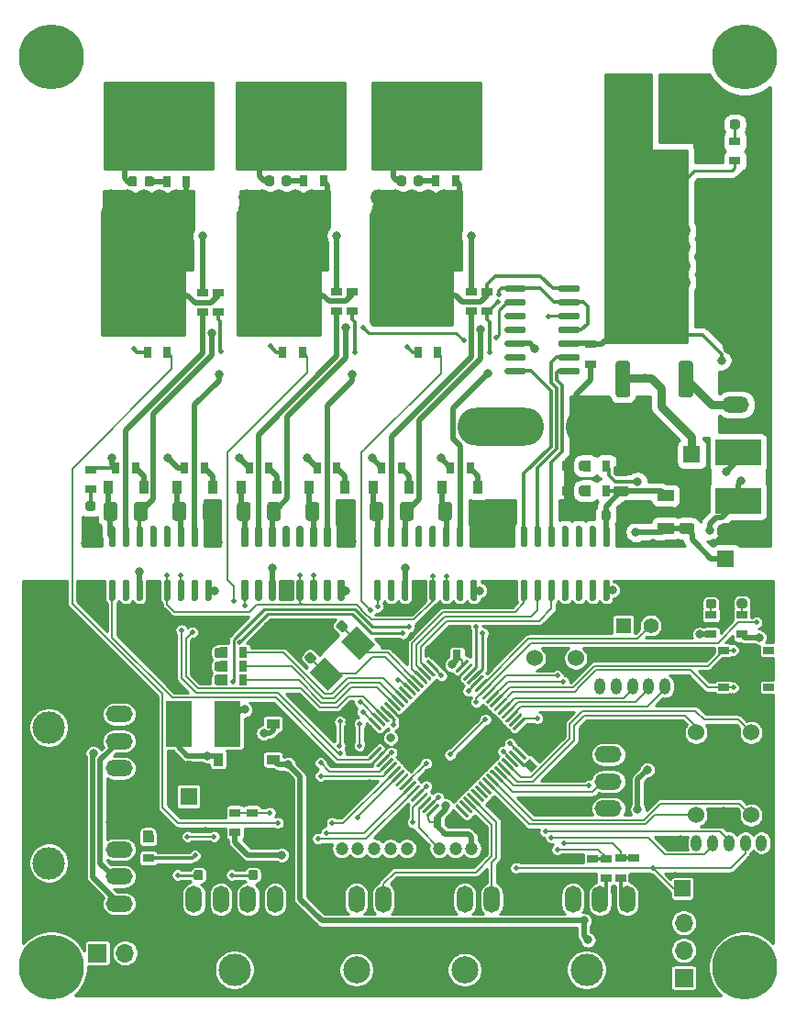
<source format=gbr>
G04 #@! TF.GenerationSoftware,KiCad,Pcbnew,(5.1.6)-1*
G04 #@! TF.CreationDate,2020-11-29T15:09:12+09:00*
G04 #@! TF.ProjectId,CAN_BLDCMD,43414e5f-424c-4444-934d-442e6b696361,rev?*
G04 #@! TF.SameCoordinates,Original*
G04 #@! TF.FileFunction,Copper,L1,Top*
G04 #@! TF.FilePolarity,Positive*
%FSLAX46Y46*%
G04 Gerber Fmt 4.6, Leading zero omitted, Abs format (unit mm)*
G04 Created by KiCad (PCBNEW (5.1.6)-1) date 2020-11-29 15:09:12*
%MOMM*%
%LPD*%
G01*
G04 APERTURE LIST*
G04 #@! TA.AperFunction,SMDPad,CuDef*
%ADD10R,0.900000X1.200000*%
G04 #@! TD*
G04 #@! TA.AperFunction,ComponentPad*
%ADD11R,1.600000X1.600000*%
G04 #@! TD*
G04 #@! TA.AperFunction,ComponentPad*
%ADD12C,1.600000*%
G04 #@! TD*
G04 #@! TA.AperFunction,SMDPad,CuDef*
%ADD13R,1.200000X0.900000*%
G04 #@! TD*
G04 #@! TA.AperFunction,ComponentPad*
%ADD14O,1.000000X1.524000*%
G04 #@! TD*
G04 #@! TA.AperFunction,ComponentPad*
%ADD15O,2.500000X1.500000*%
G04 #@! TD*
G04 #@! TA.AperFunction,ComponentPad*
%ADD16C,3.000000*%
G04 #@! TD*
G04 #@! TA.AperFunction,ComponentPad*
%ADD17O,1.500000X2.500000*%
G04 #@! TD*
G04 #@! TA.AperFunction,ComponentPad*
%ADD18C,2.500000*%
G04 #@! TD*
G04 #@! TA.AperFunction,ComponentPad*
%ADD19C,6.000000*%
G04 #@! TD*
G04 #@! TA.AperFunction,ComponentPad*
%ADD20R,1.700000X1.700000*%
G04 #@! TD*
G04 #@! TA.AperFunction,ComponentPad*
%ADD21O,1.700000X1.700000*%
G04 #@! TD*
G04 #@! TA.AperFunction,SMDPad,CuDef*
%ADD22R,2.400000X4.200000*%
G04 #@! TD*
G04 #@! TA.AperFunction,SMDPad,CuDef*
%ADD23R,4.200000X2.400000*%
G04 #@! TD*
G04 #@! TA.AperFunction,SMDPad,CuDef*
%ADD24R,1.000000X0.800000*%
G04 #@! TD*
G04 #@! TA.AperFunction,SMDPad,CuDef*
%ADD25R,0.800000X1.000000*%
G04 #@! TD*
G04 #@! TA.AperFunction,ComponentPad*
%ADD26C,1.524000*%
G04 #@! TD*
G04 #@! TA.AperFunction,ComponentPad*
%ADD27O,8.000000X3.500000*%
G04 #@! TD*
G04 #@! TA.AperFunction,SMDPad,CuDef*
%ADD28C,0.100000*%
G04 #@! TD*
G04 #@! TA.AperFunction,ComponentPad*
%ADD29C,5.999480*%
G04 #@! TD*
G04 #@! TA.AperFunction,ComponentPad*
%ADD30C,1.200000*%
G04 #@! TD*
G04 #@! TA.AperFunction,SMDPad,CuDef*
%ADD31R,1.500000X1.500000*%
G04 #@! TD*
G04 #@! TA.AperFunction,ComponentPad*
%ADD32R,1.397000X1.397000*%
G04 #@! TD*
G04 #@! TA.AperFunction,ComponentPad*
%ADD33C,1.397000*%
G04 #@! TD*
G04 #@! TA.AperFunction,SMDPad,CuDef*
%ADD34R,1.050000X0.650000*%
G04 #@! TD*
G04 #@! TA.AperFunction,SMDPad,CuDef*
%ADD35R,1.500000X1.000000*%
G04 #@! TD*
G04 #@! TA.AperFunction,SMDPad,CuDef*
%ADD36R,1.800000X1.000000*%
G04 #@! TD*
G04 #@! TA.AperFunction,SMDPad,CuDef*
%ADD37R,1.840000X2.200000*%
G04 #@! TD*
G04 #@! TA.AperFunction,ViaPad*
%ADD38C,6.000000*%
G04 #@! TD*
G04 #@! TA.AperFunction,ViaPad*
%ADD39C,0.800000*%
G04 #@! TD*
G04 #@! TA.AperFunction,ViaPad*
%ADD40C,0.500000*%
G04 #@! TD*
G04 #@! TA.AperFunction,ViaPad*
%ADD41C,1.500000*%
G04 #@! TD*
G04 #@! TA.AperFunction,Conductor*
%ADD42C,0.200000*%
G04 #@! TD*
G04 #@! TA.AperFunction,Conductor*
%ADD43C,0.250000*%
G04 #@! TD*
G04 #@! TA.AperFunction,Conductor*
%ADD44C,0.500000*%
G04 #@! TD*
G04 #@! TA.AperFunction,Conductor*
%ADD45C,0.300000*%
G04 #@! TD*
G04 #@! TA.AperFunction,Conductor*
%ADD46C,0.800000*%
G04 #@! TD*
G04 #@! TA.AperFunction,Conductor*
%ADD47C,0.254000*%
G04 #@! TD*
G04 APERTURE END LIST*
D10*
X195200000Y-121850000D03*
X191900000Y-121850000D03*
G04 #@! TA.AperFunction,SMDPad,CuDef*
G36*
G01*
X202332622Y-110173139D02*
X202695015Y-110535531D01*
G75*
G02*
X202695015Y-110844891I-154680J-154680D01*
G01*
X202385656Y-111154250D01*
G75*
G02*
X202076296Y-111154250I-154680J154680D01*
G01*
X201713903Y-110791857D01*
G75*
G02*
X201713903Y-110482497I154680J154680D01*
G01*
X202023262Y-110173138D01*
G75*
G02*
X202332622Y-110173138I154680J-154680D01*
G01*
G37*
G04 #@! TD.AperFunction*
G04 #@! TA.AperFunction,SMDPad,CuDef*
G36*
G01*
X203446316Y-109059445D02*
X203808709Y-109421837D01*
G75*
G02*
X203808709Y-109731197I-154680J-154680D01*
G01*
X203499350Y-110040556D01*
G75*
G02*
X203189990Y-110040556I-154680J154680D01*
G01*
X202827597Y-109678163D01*
G75*
G02*
X202827597Y-109368803I154680J154680D01*
G01*
X203136956Y-109059444D01*
G75*
G02*
X203446316Y-109059444I154680J-154680D01*
G01*
G37*
G04 #@! TD.AperFunction*
G04 #@! TA.AperFunction,SMDPad,CuDef*
G36*
G01*
X200278684Y-112958708D02*
X199916291Y-112596316D01*
G75*
G02*
X199916291Y-112286956I154680J154680D01*
G01*
X200225650Y-111977597D01*
G75*
G02*
X200535010Y-111977597I154680J-154680D01*
G01*
X200897403Y-112339990D01*
G75*
G02*
X200897403Y-112649350I-154680J-154680D01*
G01*
X200588044Y-112958709D01*
G75*
G02*
X200278684Y-112958709I-154680J154680D01*
G01*
G37*
G04 #@! TD.AperFunction*
G04 #@! TA.AperFunction,SMDPad,CuDef*
G36*
G01*
X201392378Y-111845014D02*
X201029985Y-111482622D01*
G75*
G02*
X201029985Y-111173262I154680J154680D01*
G01*
X201339344Y-110863903D01*
G75*
G02*
X201648704Y-110863903I154680J-154680D01*
G01*
X202011097Y-111226296D01*
G75*
G02*
X202011097Y-111535656I-154680J-154680D01*
G01*
X201701738Y-111845015D01*
G75*
G02*
X201392378Y-111845015I-154680J154680D01*
G01*
G37*
G04 #@! TD.AperFunction*
D11*
X189150000Y-125250000D03*
D12*
X189150000Y-122750000D03*
G04 #@! TA.AperFunction,SMDPad,CuDef*
G36*
G01*
X181325000Y-99575000D02*
X181325000Y-98325000D01*
G75*
G02*
X181575000Y-98075000I250000J0D01*
G01*
X182325000Y-98075000D01*
G75*
G02*
X182575000Y-98325000I0J-250000D01*
G01*
X182575000Y-99575000D01*
G75*
G02*
X182325000Y-99825000I-250000J0D01*
G01*
X181575000Y-99825000D01*
G75*
G02*
X181325000Y-99575000I0J250000D01*
G01*
G37*
G04 #@! TD.AperFunction*
G04 #@! TA.AperFunction,SMDPad,CuDef*
G36*
G01*
X184125000Y-99575000D02*
X184125000Y-98325000D01*
G75*
G02*
X184375000Y-98075000I250000J0D01*
G01*
X185125000Y-98075000D01*
G75*
G02*
X185375000Y-98325000I0J-250000D01*
G01*
X185375000Y-99575000D01*
G75*
G02*
X185125000Y-99825000I-250000J0D01*
G01*
X184375000Y-99825000D01*
G75*
G02*
X184125000Y-99575000I0J250000D01*
G01*
G37*
G04 #@! TD.AperFunction*
G04 #@! TA.AperFunction,SMDPad,CuDef*
G36*
G01*
X187675000Y-99575000D02*
X187675000Y-98325000D01*
G75*
G02*
X187925000Y-98075000I250000J0D01*
G01*
X188675000Y-98075000D01*
G75*
G02*
X188925000Y-98325000I0J-250000D01*
G01*
X188925000Y-99575000D01*
G75*
G02*
X188675000Y-99825000I-250000J0D01*
G01*
X187925000Y-99825000D01*
G75*
G02*
X187675000Y-99575000I0J250000D01*
G01*
G37*
G04 #@! TD.AperFunction*
G04 #@! TA.AperFunction,SMDPad,CuDef*
G36*
G01*
X190475000Y-99575000D02*
X190475000Y-98325000D01*
G75*
G02*
X190725000Y-98075000I250000J0D01*
G01*
X191475000Y-98075000D01*
G75*
G02*
X191725000Y-98325000I0J-250000D01*
G01*
X191725000Y-99575000D01*
G75*
G02*
X191475000Y-99825000I-250000J0D01*
G01*
X190725000Y-99825000D01*
G75*
G02*
X190475000Y-99575000I0J250000D01*
G01*
G37*
G04 #@! TD.AperFunction*
G04 #@! TA.AperFunction,SMDPad,CuDef*
G36*
G01*
X196425000Y-99575000D02*
X196425000Y-98325000D01*
G75*
G02*
X196675000Y-98075000I250000J0D01*
G01*
X197425000Y-98075000D01*
G75*
G02*
X197675000Y-98325000I0J-250000D01*
G01*
X197675000Y-99575000D01*
G75*
G02*
X197425000Y-99825000I-250000J0D01*
G01*
X196675000Y-99825000D01*
G75*
G02*
X196425000Y-99575000I0J250000D01*
G01*
G37*
G04 #@! TD.AperFunction*
G04 #@! TA.AperFunction,SMDPad,CuDef*
G36*
G01*
X193625000Y-99575000D02*
X193625000Y-98325000D01*
G75*
G02*
X193875000Y-98075000I250000J0D01*
G01*
X194625000Y-98075000D01*
G75*
G02*
X194875000Y-98325000I0J-250000D01*
G01*
X194875000Y-99575000D01*
G75*
G02*
X194625000Y-99825000I-250000J0D01*
G01*
X193875000Y-99825000D01*
G75*
G02*
X193625000Y-99575000I0J250000D01*
G01*
G37*
G04 #@! TD.AperFunction*
G04 #@! TA.AperFunction,SMDPad,CuDef*
G36*
G01*
X202775000Y-99575000D02*
X202775000Y-98325000D01*
G75*
G02*
X203025000Y-98075000I250000J0D01*
G01*
X203775000Y-98075000D01*
G75*
G02*
X204025000Y-98325000I0J-250000D01*
G01*
X204025000Y-99575000D01*
G75*
G02*
X203775000Y-99825000I-250000J0D01*
G01*
X203025000Y-99825000D01*
G75*
G02*
X202775000Y-99575000I0J250000D01*
G01*
G37*
G04 #@! TD.AperFunction*
G04 #@! TA.AperFunction,SMDPad,CuDef*
G36*
G01*
X199975000Y-99575000D02*
X199975000Y-98325000D01*
G75*
G02*
X200225000Y-98075000I250000J0D01*
G01*
X200975000Y-98075000D01*
G75*
G02*
X201225000Y-98325000I0J-250000D01*
G01*
X201225000Y-99575000D01*
G75*
G02*
X200975000Y-99825000I-250000J0D01*
G01*
X200225000Y-99825000D01*
G75*
G02*
X199975000Y-99575000I0J250000D01*
G01*
G37*
G04 #@! TD.AperFunction*
G04 #@! TA.AperFunction,SMDPad,CuDef*
G36*
G01*
X208675000Y-99575000D02*
X208675000Y-98325000D01*
G75*
G02*
X208925000Y-98075000I250000J0D01*
G01*
X209675000Y-98075000D01*
G75*
G02*
X209925000Y-98325000I0J-250000D01*
G01*
X209925000Y-99575000D01*
G75*
G02*
X209675000Y-99825000I-250000J0D01*
G01*
X208925000Y-99825000D01*
G75*
G02*
X208675000Y-99575000I0J250000D01*
G01*
G37*
G04 #@! TD.AperFunction*
G04 #@! TA.AperFunction,SMDPad,CuDef*
G36*
G01*
X205875000Y-99575000D02*
X205875000Y-98325000D01*
G75*
G02*
X206125000Y-98075000I250000J0D01*
G01*
X206875000Y-98075000D01*
G75*
G02*
X207125000Y-98325000I0J-250000D01*
G01*
X207125000Y-99575000D01*
G75*
G02*
X206875000Y-99825000I-250000J0D01*
G01*
X206125000Y-99825000D01*
G75*
G02*
X205875000Y-99575000I0J250000D01*
G01*
G37*
G04 #@! TD.AperFunction*
G04 #@! TA.AperFunction,SMDPad,CuDef*
G36*
G01*
X212225000Y-99575000D02*
X212225000Y-98325000D01*
G75*
G02*
X212475000Y-98075000I250000J0D01*
G01*
X213225000Y-98075000D01*
G75*
G02*
X213475000Y-98325000I0J-250000D01*
G01*
X213475000Y-99575000D01*
G75*
G02*
X213225000Y-99825000I-250000J0D01*
G01*
X212475000Y-99825000D01*
G75*
G02*
X212225000Y-99575000I0J250000D01*
G01*
G37*
G04 #@! TD.AperFunction*
G04 #@! TA.AperFunction,SMDPad,CuDef*
G36*
G01*
X215025000Y-99575000D02*
X215025000Y-98325000D01*
G75*
G02*
X215275000Y-98075000I250000J0D01*
G01*
X216025000Y-98075000D01*
G75*
G02*
X216275000Y-98325000I0J-250000D01*
G01*
X216275000Y-99575000D01*
G75*
G02*
X216025000Y-99825000I-250000J0D01*
G01*
X215275000Y-99825000D01*
G75*
G02*
X215025000Y-99575000I0J250000D01*
G01*
G37*
G04 #@! TD.AperFunction*
G04 #@! TA.AperFunction,SMDPad,CuDef*
G36*
G01*
X228125000Y-99043750D02*
X228125000Y-99556250D01*
G75*
G02*
X227906250Y-99775000I-218750J0D01*
G01*
X227468750Y-99775000D01*
G75*
G02*
X227250000Y-99556250I0J218750D01*
G01*
X227250000Y-99043750D01*
G75*
G02*
X227468750Y-98825000I218750J0D01*
G01*
X227906250Y-98825000D01*
G75*
G02*
X228125000Y-99043750I0J-218750D01*
G01*
G37*
G04 #@! TD.AperFunction*
G04 #@! TA.AperFunction,SMDPad,CuDef*
G36*
G01*
X226550000Y-99043750D02*
X226550000Y-99556250D01*
G75*
G02*
X226331250Y-99775000I-218750J0D01*
G01*
X225893750Y-99775000D01*
G75*
G02*
X225675000Y-99556250I0J218750D01*
G01*
X225675000Y-99043750D01*
G75*
G02*
X225893750Y-98825000I218750J0D01*
G01*
X226331250Y-98825000D01*
G75*
G02*
X226550000Y-99043750I0J-218750D01*
G01*
G37*
G04 #@! TD.AperFunction*
X229050000Y-60500000D03*
X234050000Y-60500000D03*
D11*
X235625000Y-93675000D03*
D12*
X233125000Y-93675000D03*
X238700000Y-100800000D03*
D11*
X238700000Y-103300000D03*
G04 #@! TA.AperFunction,SMDPad,CuDef*
G36*
G01*
X235606250Y-99125000D02*
X234693750Y-99125000D01*
G75*
G02*
X234450000Y-98881250I0J243750D01*
G01*
X234450000Y-98393750D01*
G75*
G02*
X234693750Y-98150000I243750J0D01*
G01*
X235606250Y-98150000D01*
G75*
G02*
X235850000Y-98393750I0J-243750D01*
G01*
X235850000Y-98881250D01*
G75*
G02*
X235606250Y-99125000I-243750J0D01*
G01*
G37*
G04 #@! TD.AperFunction*
G04 #@! TA.AperFunction,SMDPad,CuDef*
G36*
G01*
X235606250Y-101000000D02*
X234693750Y-101000000D01*
G75*
G02*
X234450000Y-100756250I0J243750D01*
G01*
X234450000Y-100268750D01*
G75*
G02*
X234693750Y-100025000I243750J0D01*
G01*
X235606250Y-100025000D01*
G75*
G02*
X235850000Y-100268750I0J-243750D01*
G01*
X235850000Y-100756250D01*
G75*
G02*
X235606250Y-101000000I-243750J0D01*
G01*
G37*
G04 #@! TD.AperFunction*
G04 #@! TA.AperFunction,SMDPad,CuDef*
G36*
G01*
X229556250Y-97575000D02*
X228643750Y-97575000D01*
G75*
G02*
X228400000Y-97331250I0J243750D01*
G01*
X228400000Y-96843750D01*
G75*
G02*
X228643750Y-96600000I243750J0D01*
G01*
X229556250Y-96600000D01*
G75*
G02*
X229800000Y-96843750I0J-243750D01*
G01*
X229800000Y-97331250D01*
G75*
G02*
X229556250Y-97575000I-243750J0D01*
G01*
G37*
G04 #@! TD.AperFunction*
G04 #@! TA.AperFunction,SMDPad,CuDef*
G36*
G01*
X229556250Y-95700000D02*
X228643750Y-95700000D01*
G75*
G02*
X228400000Y-95456250I0J243750D01*
G01*
X228400000Y-94968750D01*
G75*
G02*
X228643750Y-94725000I243750J0D01*
G01*
X229556250Y-94725000D01*
G75*
G02*
X229800000Y-94968750I0J-243750D01*
G01*
X229800000Y-95456250D01*
G75*
G02*
X229556250Y-95700000I-243750J0D01*
G01*
G37*
G04 #@! TD.AperFunction*
D13*
X196950000Y-118550000D03*
X196950000Y-121850000D03*
G04 #@! TA.AperFunction,SMDPad,CuDef*
G36*
G01*
X191550000Y-112256250D02*
X191550000Y-111743750D01*
G75*
G02*
X191768750Y-111525000I218750J0D01*
G01*
X192206250Y-111525000D01*
G75*
G02*
X192425000Y-111743750I0J-218750D01*
G01*
X192425000Y-112256250D01*
G75*
G02*
X192206250Y-112475000I-218750J0D01*
G01*
X191768750Y-112475000D01*
G75*
G02*
X191550000Y-112256250I0J218750D01*
G01*
G37*
G04 #@! TD.AperFunction*
G04 #@! TA.AperFunction,SMDPad,CuDef*
G36*
G01*
X189975000Y-112256250D02*
X189975000Y-111743750D01*
G75*
G02*
X190193750Y-111525000I218750J0D01*
G01*
X190631250Y-111525000D01*
G75*
G02*
X190850000Y-111743750I0J-218750D01*
G01*
X190850000Y-112256250D01*
G75*
G02*
X190631250Y-112475000I-218750J0D01*
G01*
X190193750Y-112475000D01*
G75*
G02*
X189975000Y-112256250I0J218750D01*
G01*
G37*
G04 #@! TD.AperFunction*
G04 #@! TA.AperFunction,SMDPad,CuDef*
G36*
G01*
X189975000Y-113506250D02*
X189975000Y-112993750D01*
G75*
G02*
X190193750Y-112775000I218750J0D01*
G01*
X190631250Y-112775000D01*
G75*
G02*
X190850000Y-112993750I0J-218750D01*
G01*
X190850000Y-113506250D01*
G75*
G02*
X190631250Y-113725000I-218750J0D01*
G01*
X190193750Y-113725000D01*
G75*
G02*
X189975000Y-113506250I0J218750D01*
G01*
G37*
G04 #@! TD.AperFunction*
G04 #@! TA.AperFunction,SMDPad,CuDef*
G36*
G01*
X191550000Y-113506250D02*
X191550000Y-112993750D01*
G75*
G02*
X191768750Y-112775000I218750J0D01*
G01*
X192206250Y-112775000D01*
G75*
G02*
X192425000Y-112993750I0J-218750D01*
G01*
X192425000Y-113506250D01*
G75*
G02*
X192206250Y-113725000I-218750J0D01*
G01*
X191768750Y-113725000D01*
G75*
G02*
X191550000Y-113506250I0J218750D01*
G01*
G37*
G04 #@! TD.AperFunction*
D10*
X181700000Y-96700000D03*
X185000000Y-96700000D03*
X188050000Y-96700000D03*
X191350000Y-96700000D03*
X197300000Y-96700000D03*
X194000000Y-96700000D03*
X200300000Y-96700000D03*
X203600000Y-96700000D03*
X209550000Y-96750000D03*
X206250000Y-96750000D03*
X212600000Y-96750000D03*
X215900000Y-96750000D03*
D14*
X234550000Y-129550000D03*
X236050000Y-129550000D03*
X237550000Y-129550000D03*
X239050000Y-129550000D03*
X240550000Y-129550000D03*
X242050000Y-129550000D03*
D15*
X182750000Y-115150000D03*
X182750000Y-117650000D03*
X182750000Y-120150000D03*
X182750000Y-122650000D03*
D16*
X176250000Y-118900000D03*
X176250000Y-131400000D03*
D15*
X182750000Y-135150000D03*
X182750000Y-132650000D03*
X182750000Y-130150000D03*
X182750000Y-127650000D03*
D17*
X222150000Y-134750000D03*
X224650000Y-134750000D03*
X227150000Y-134750000D03*
X229650000Y-134750000D03*
D16*
X225900000Y-141250000D03*
D18*
X204650000Y-141250000D03*
D17*
X207150000Y-134750000D03*
X204650000Y-134750000D03*
X202150000Y-134750000D03*
X212150000Y-134750000D03*
X214650000Y-134750000D03*
X217150000Y-134750000D03*
D18*
X214650000Y-141250000D03*
D15*
X227925000Y-126375000D03*
X227925000Y-123875000D03*
X227925000Y-121375000D03*
X227925000Y-118875000D03*
X239650000Y-86600000D03*
X239650000Y-89100000D03*
D19*
X232050000Y-79550000D03*
X239050000Y-79550000D03*
X239050000Y-71300000D03*
X232050000Y-71300000D03*
D20*
X180750000Y-139700000D03*
D21*
X183290000Y-139700000D03*
D20*
X234875000Y-141990000D03*
D21*
X234875000Y-139450000D03*
X234875000Y-136910000D03*
D22*
X188250000Y-118550000D03*
X192750000Y-118550000D03*
D23*
X239900000Y-98000000D03*
X239900000Y-93500000D03*
D24*
X230275000Y-132750000D03*
X230275000Y-130950000D03*
X226475000Y-132775000D03*
X226475000Y-130975000D03*
X227675000Y-130975000D03*
X227675000Y-132775000D03*
X229050000Y-132750000D03*
X229050000Y-130950000D03*
D25*
X194200000Y-112000000D03*
X192400000Y-112000000D03*
X194200000Y-113250000D03*
X192400000Y-113250000D03*
D24*
X190450000Y-78750000D03*
X190450000Y-80550000D03*
X202850000Y-80500000D03*
X202850000Y-78700000D03*
X215250000Y-78700000D03*
X215250000Y-80500000D03*
D25*
X182450000Y-94950000D03*
X184250000Y-94950000D03*
X190600000Y-94950000D03*
X188800000Y-94950000D03*
X194750000Y-94950000D03*
X196550000Y-94950000D03*
X202850000Y-94950000D03*
X201050000Y-94950000D03*
X208800000Y-94950000D03*
X207000000Y-94950000D03*
X213350000Y-94950000D03*
X215150000Y-94950000D03*
X185350000Y-84250000D03*
X187150000Y-84250000D03*
X199650000Y-84250000D03*
X197850000Y-84250000D03*
X210350000Y-84250000D03*
X212150000Y-84250000D03*
D24*
X193450000Y-126750000D03*
X193450000Y-128550000D03*
G04 #@! TA.AperFunction,SMDPad,CuDef*
G36*
G01*
X211087778Y-112740544D02*
X211193844Y-112634478D01*
G75*
G02*
X211299910Y-112634478I53033J-53033D01*
G01*
X212289860Y-113624428D01*
G75*
G02*
X212289860Y-113730494I-53033J-53033D01*
G01*
X212183794Y-113836560D01*
G75*
G02*
X212077728Y-113836560I-53033J53033D01*
G01*
X211087778Y-112846610D01*
G75*
G02*
X211087778Y-112740544I53033J53033D01*
G01*
G37*
G04 #@! TD.AperFunction*
G04 #@! TA.AperFunction,SMDPad,CuDef*
G36*
G01*
X210734225Y-113094097D02*
X210840291Y-112988031D01*
G75*
G02*
X210946357Y-112988031I53033J-53033D01*
G01*
X211936307Y-113977981D01*
G75*
G02*
X211936307Y-114084047I-53033J-53033D01*
G01*
X211830241Y-114190113D01*
G75*
G02*
X211724175Y-114190113I-53033J53033D01*
G01*
X210734225Y-113200163D01*
G75*
G02*
X210734225Y-113094097I53033J53033D01*
G01*
G37*
G04 #@! TD.AperFunction*
G04 #@! TA.AperFunction,SMDPad,CuDef*
G36*
G01*
X210380672Y-113447650D02*
X210486738Y-113341584D01*
G75*
G02*
X210592804Y-113341584I53033J-53033D01*
G01*
X211582754Y-114331534D01*
G75*
G02*
X211582754Y-114437600I-53033J-53033D01*
G01*
X211476688Y-114543666D01*
G75*
G02*
X211370622Y-114543666I-53033J53033D01*
G01*
X210380672Y-113553716D01*
G75*
G02*
X210380672Y-113447650I53033J53033D01*
G01*
G37*
G04 #@! TD.AperFunction*
G04 #@! TA.AperFunction,SMDPad,CuDef*
G36*
G01*
X210027118Y-113801204D02*
X210133184Y-113695138D01*
G75*
G02*
X210239250Y-113695138I53033J-53033D01*
G01*
X211229200Y-114685088D01*
G75*
G02*
X211229200Y-114791154I-53033J-53033D01*
G01*
X211123134Y-114897220D01*
G75*
G02*
X211017068Y-114897220I-53033J53033D01*
G01*
X210027118Y-113907270D01*
G75*
G02*
X210027118Y-113801204I53033J53033D01*
G01*
G37*
G04 #@! TD.AperFunction*
G04 #@! TA.AperFunction,SMDPad,CuDef*
G36*
G01*
X209673565Y-114154757D02*
X209779631Y-114048691D01*
G75*
G02*
X209885697Y-114048691I53033J-53033D01*
G01*
X210875647Y-115038641D01*
G75*
G02*
X210875647Y-115144707I-53033J-53033D01*
G01*
X210769581Y-115250773D01*
G75*
G02*
X210663515Y-115250773I-53033J53033D01*
G01*
X209673565Y-114260823D01*
G75*
G02*
X209673565Y-114154757I53033J53033D01*
G01*
G37*
G04 #@! TD.AperFunction*
G04 #@! TA.AperFunction,SMDPad,CuDef*
G36*
G01*
X209320011Y-114508311D02*
X209426077Y-114402245D01*
G75*
G02*
X209532143Y-114402245I53033J-53033D01*
G01*
X210522093Y-115392195D01*
G75*
G02*
X210522093Y-115498261I-53033J-53033D01*
G01*
X210416027Y-115604327D01*
G75*
G02*
X210309961Y-115604327I-53033J53033D01*
G01*
X209320011Y-114614377D01*
G75*
G02*
X209320011Y-114508311I53033J53033D01*
G01*
G37*
G04 #@! TD.AperFunction*
G04 #@! TA.AperFunction,SMDPad,CuDef*
G36*
G01*
X208966458Y-114861864D02*
X209072524Y-114755798D01*
G75*
G02*
X209178590Y-114755798I53033J-53033D01*
G01*
X210168540Y-115745748D01*
G75*
G02*
X210168540Y-115851814I-53033J-53033D01*
G01*
X210062474Y-115957880D01*
G75*
G02*
X209956408Y-115957880I-53033J53033D01*
G01*
X208966458Y-114967930D01*
G75*
G02*
X208966458Y-114861864I53033J53033D01*
G01*
G37*
G04 #@! TD.AperFunction*
G04 #@! TA.AperFunction,SMDPad,CuDef*
G36*
G01*
X208612905Y-115215417D02*
X208718971Y-115109351D01*
G75*
G02*
X208825037Y-115109351I53033J-53033D01*
G01*
X209814987Y-116099301D01*
G75*
G02*
X209814987Y-116205367I-53033J-53033D01*
G01*
X209708921Y-116311433D01*
G75*
G02*
X209602855Y-116311433I-53033J53033D01*
G01*
X208612905Y-115321483D01*
G75*
G02*
X208612905Y-115215417I53033J53033D01*
G01*
G37*
G04 #@! TD.AperFunction*
G04 #@! TA.AperFunction,SMDPad,CuDef*
G36*
G01*
X208259351Y-115568971D02*
X208365417Y-115462905D01*
G75*
G02*
X208471483Y-115462905I53033J-53033D01*
G01*
X209461433Y-116452855D01*
G75*
G02*
X209461433Y-116558921I-53033J-53033D01*
G01*
X209355367Y-116664987D01*
G75*
G02*
X209249301Y-116664987I-53033J53033D01*
G01*
X208259351Y-115675037D01*
G75*
G02*
X208259351Y-115568971I53033J53033D01*
G01*
G37*
G04 #@! TD.AperFunction*
G04 #@! TA.AperFunction,SMDPad,CuDef*
G36*
G01*
X207905798Y-115922524D02*
X208011864Y-115816458D01*
G75*
G02*
X208117930Y-115816458I53033J-53033D01*
G01*
X209107880Y-116806408D01*
G75*
G02*
X209107880Y-116912474I-53033J-53033D01*
G01*
X209001814Y-117018540D01*
G75*
G02*
X208895748Y-117018540I-53033J53033D01*
G01*
X207905798Y-116028590D01*
G75*
G02*
X207905798Y-115922524I53033J53033D01*
G01*
G37*
G04 #@! TD.AperFunction*
G04 #@! TA.AperFunction,SMDPad,CuDef*
G36*
G01*
X207552245Y-116276077D02*
X207658311Y-116170011D01*
G75*
G02*
X207764377Y-116170011I53033J-53033D01*
G01*
X208754327Y-117159961D01*
G75*
G02*
X208754327Y-117266027I-53033J-53033D01*
G01*
X208648261Y-117372093D01*
G75*
G02*
X208542195Y-117372093I-53033J53033D01*
G01*
X207552245Y-116382143D01*
G75*
G02*
X207552245Y-116276077I53033J53033D01*
G01*
G37*
G04 #@! TD.AperFunction*
G04 #@! TA.AperFunction,SMDPad,CuDef*
G36*
G01*
X207198691Y-116629631D02*
X207304757Y-116523565D01*
G75*
G02*
X207410823Y-116523565I53033J-53033D01*
G01*
X208400773Y-117513515D01*
G75*
G02*
X208400773Y-117619581I-53033J-53033D01*
G01*
X208294707Y-117725647D01*
G75*
G02*
X208188641Y-117725647I-53033J53033D01*
G01*
X207198691Y-116735697D01*
G75*
G02*
X207198691Y-116629631I53033J53033D01*
G01*
G37*
G04 #@! TD.AperFunction*
G04 #@! TA.AperFunction,SMDPad,CuDef*
G36*
G01*
X206845138Y-116983184D02*
X206951204Y-116877118D01*
G75*
G02*
X207057270Y-116877118I53033J-53033D01*
G01*
X208047220Y-117867068D01*
G75*
G02*
X208047220Y-117973134I-53033J-53033D01*
G01*
X207941154Y-118079200D01*
G75*
G02*
X207835088Y-118079200I-53033J53033D01*
G01*
X206845138Y-117089250D01*
G75*
G02*
X206845138Y-116983184I53033J53033D01*
G01*
G37*
G04 #@! TD.AperFunction*
G04 #@! TA.AperFunction,SMDPad,CuDef*
G36*
G01*
X206491584Y-117336738D02*
X206597650Y-117230672D01*
G75*
G02*
X206703716Y-117230672I53033J-53033D01*
G01*
X207693666Y-118220622D01*
G75*
G02*
X207693666Y-118326688I-53033J-53033D01*
G01*
X207587600Y-118432754D01*
G75*
G02*
X207481534Y-118432754I-53033J53033D01*
G01*
X206491584Y-117442804D01*
G75*
G02*
X206491584Y-117336738I53033J53033D01*
G01*
G37*
G04 #@! TD.AperFunction*
G04 #@! TA.AperFunction,SMDPad,CuDef*
G36*
G01*
X206138031Y-117690291D02*
X206244097Y-117584225D01*
G75*
G02*
X206350163Y-117584225I53033J-53033D01*
G01*
X207340113Y-118574175D01*
G75*
G02*
X207340113Y-118680241I-53033J-53033D01*
G01*
X207234047Y-118786307D01*
G75*
G02*
X207127981Y-118786307I-53033J53033D01*
G01*
X206138031Y-117796357D01*
G75*
G02*
X206138031Y-117690291I53033J53033D01*
G01*
G37*
G04 #@! TD.AperFunction*
G04 #@! TA.AperFunction,SMDPad,CuDef*
G36*
G01*
X205784478Y-118043844D02*
X205890544Y-117937778D01*
G75*
G02*
X205996610Y-117937778I53033J-53033D01*
G01*
X206986560Y-118927728D01*
G75*
G02*
X206986560Y-119033794I-53033J-53033D01*
G01*
X206880494Y-119139860D01*
G75*
G02*
X206774428Y-119139860I-53033J53033D01*
G01*
X205784478Y-118149910D01*
G75*
G02*
X205784478Y-118043844I53033J53033D01*
G01*
G37*
G04 #@! TD.AperFunction*
G04 #@! TA.AperFunction,SMDPad,CuDef*
G36*
G01*
X205784478Y-121650090D02*
X206774428Y-120660140D01*
G75*
G02*
X206880494Y-120660140I53033J-53033D01*
G01*
X206986560Y-120766206D01*
G75*
G02*
X206986560Y-120872272I-53033J-53033D01*
G01*
X205996610Y-121862222D01*
G75*
G02*
X205890544Y-121862222I-53033J53033D01*
G01*
X205784478Y-121756156D01*
G75*
G02*
X205784478Y-121650090I53033J53033D01*
G01*
G37*
G04 #@! TD.AperFunction*
G04 #@! TA.AperFunction,SMDPad,CuDef*
G36*
G01*
X206138031Y-122003643D02*
X207127981Y-121013693D01*
G75*
G02*
X207234047Y-121013693I53033J-53033D01*
G01*
X207340113Y-121119759D01*
G75*
G02*
X207340113Y-121225825I-53033J-53033D01*
G01*
X206350163Y-122215775D01*
G75*
G02*
X206244097Y-122215775I-53033J53033D01*
G01*
X206138031Y-122109709D01*
G75*
G02*
X206138031Y-122003643I53033J53033D01*
G01*
G37*
G04 #@! TD.AperFunction*
G04 #@! TA.AperFunction,SMDPad,CuDef*
G36*
G01*
X206491584Y-122357196D02*
X207481534Y-121367246D01*
G75*
G02*
X207587600Y-121367246I53033J-53033D01*
G01*
X207693666Y-121473312D01*
G75*
G02*
X207693666Y-121579378I-53033J-53033D01*
G01*
X206703716Y-122569328D01*
G75*
G02*
X206597650Y-122569328I-53033J53033D01*
G01*
X206491584Y-122463262D01*
G75*
G02*
X206491584Y-122357196I53033J53033D01*
G01*
G37*
G04 #@! TD.AperFunction*
G04 #@! TA.AperFunction,SMDPad,CuDef*
G36*
G01*
X206845138Y-122710750D02*
X207835088Y-121720800D01*
G75*
G02*
X207941154Y-121720800I53033J-53033D01*
G01*
X208047220Y-121826866D01*
G75*
G02*
X208047220Y-121932932I-53033J-53033D01*
G01*
X207057270Y-122922882D01*
G75*
G02*
X206951204Y-122922882I-53033J53033D01*
G01*
X206845138Y-122816816D01*
G75*
G02*
X206845138Y-122710750I53033J53033D01*
G01*
G37*
G04 #@! TD.AperFunction*
G04 #@! TA.AperFunction,SMDPad,CuDef*
G36*
G01*
X207198691Y-123064303D02*
X208188641Y-122074353D01*
G75*
G02*
X208294707Y-122074353I53033J-53033D01*
G01*
X208400773Y-122180419D01*
G75*
G02*
X208400773Y-122286485I-53033J-53033D01*
G01*
X207410823Y-123276435D01*
G75*
G02*
X207304757Y-123276435I-53033J53033D01*
G01*
X207198691Y-123170369D01*
G75*
G02*
X207198691Y-123064303I53033J53033D01*
G01*
G37*
G04 #@! TD.AperFunction*
G04 #@! TA.AperFunction,SMDPad,CuDef*
G36*
G01*
X207552245Y-123417857D02*
X208542195Y-122427907D01*
G75*
G02*
X208648261Y-122427907I53033J-53033D01*
G01*
X208754327Y-122533973D01*
G75*
G02*
X208754327Y-122640039I-53033J-53033D01*
G01*
X207764377Y-123629989D01*
G75*
G02*
X207658311Y-123629989I-53033J53033D01*
G01*
X207552245Y-123523923D01*
G75*
G02*
X207552245Y-123417857I53033J53033D01*
G01*
G37*
G04 #@! TD.AperFunction*
G04 #@! TA.AperFunction,SMDPad,CuDef*
G36*
G01*
X207905798Y-123771410D02*
X208895748Y-122781460D01*
G75*
G02*
X209001814Y-122781460I53033J-53033D01*
G01*
X209107880Y-122887526D01*
G75*
G02*
X209107880Y-122993592I-53033J-53033D01*
G01*
X208117930Y-123983542D01*
G75*
G02*
X208011864Y-123983542I-53033J53033D01*
G01*
X207905798Y-123877476D01*
G75*
G02*
X207905798Y-123771410I53033J53033D01*
G01*
G37*
G04 #@! TD.AperFunction*
G04 #@! TA.AperFunction,SMDPad,CuDef*
G36*
G01*
X208259351Y-124124963D02*
X209249301Y-123135013D01*
G75*
G02*
X209355367Y-123135013I53033J-53033D01*
G01*
X209461433Y-123241079D01*
G75*
G02*
X209461433Y-123347145I-53033J-53033D01*
G01*
X208471483Y-124337095D01*
G75*
G02*
X208365417Y-124337095I-53033J53033D01*
G01*
X208259351Y-124231029D01*
G75*
G02*
X208259351Y-124124963I53033J53033D01*
G01*
G37*
G04 #@! TD.AperFunction*
G04 #@! TA.AperFunction,SMDPad,CuDef*
G36*
G01*
X208612905Y-124478517D02*
X209602855Y-123488567D01*
G75*
G02*
X209708921Y-123488567I53033J-53033D01*
G01*
X209814987Y-123594633D01*
G75*
G02*
X209814987Y-123700699I-53033J-53033D01*
G01*
X208825037Y-124690649D01*
G75*
G02*
X208718971Y-124690649I-53033J53033D01*
G01*
X208612905Y-124584583D01*
G75*
G02*
X208612905Y-124478517I53033J53033D01*
G01*
G37*
G04 #@! TD.AperFunction*
G04 #@! TA.AperFunction,SMDPad,CuDef*
G36*
G01*
X208966458Y-124832070D02*
X209956408Y-123842120D01*
G75*
G02*
X210062474Y-123842120I53033J-53033D01*
G01*
X210168540Y-123948186D01*
G75*
G02*
X210168540Y-124054252I-53033J-53033D01*
G01*
X209178590Y-125044202D01*
G75*
G02*
X209072524Y-125044202I-53033J53033D01*
G01*
X208966458Y-124938136D01*
G75*
G02*
X208966458Y-124832070I53033J53033D01*
G01*
G37*
G04 #@! TD.AperFunction*
G04 #@! TA.AperFunction,SMDPad,CuDef*
G36*
G01*
X209320011Y-125185623D02*
X210309961Y-124195673D01*
G75*
G02*
X210416027Y-124195673I53033J-53033D01*
G01*
X210522093Y-124301739D01*
G75*
G02*
X210522093Y-124407805I-53033J-53033D01*
G01*
X209532143Y-125397755D01*
G75*
G02*
X209426077Y-125397755I-53033J53033D01*
G01*
X209320011Y-125291689D01*
G75*
G02*
X209320011Y-125185623I53033J53033D01*
G01*
G37*
G04 #@! TD.AperFunction*
G04 #@! TA.AperFunction,SMDPad,CuDef*
G36*
G01*
X209673565Y-125539177D02*
X210663515Y-124549227D01*
G75*
G02*
X210769581Y-124549227I53033J-53033D01*
G01*
X210875647Y-124655293D01*
G75*
G02*
X210875647Y-124761359I-53033J-53033D01*
G01*
X209885697Y-125751309D01*
G75*
G02*
X209779631Y-125751309I-53033J53033D01*
G01*
X209673565Y-125645243D01*
G75*
G02*
X209673565Y-125539177I53033J53033D01*
G01*
G37*
G04 #@! TD.AperFunction*
G04 #@! TA.AperFunction,SMDPad,CuDef*
G36*
G01*
X210027118Y-125892730D02*
X211017068Y-124902780D01*
G75*
G02*
X211123134Y-124902780I53033J-53033D01*
G01*
X211229200Y-125008846D01*
G75*
G02*
X211229200Y-125114912I-53033J-53033D01*
G01*
X210239250Y-126104862D01*
G75*
G02*
X210133184Y-126104862I-53033J53033D01*
G01*
X210027118Y-125998796D01*
G75*
G02*
X210027118Y-125892730I53033J53033D01*
G01*
G37*
G04 #@! TD.AperFunction*
G04 #@! TA.AperFunction,SMDPad,CuDef*
G36*
G01*
X210380672Y-126246284D02*
X211370622Y-125256334D01*
G75*
G02*
X211476688Y-125256334I53033J-53033D01*
G01*
X211582754Y-125362400D01*
G75*
G02*
X211582754Y-125468466I-53033J-53033D01*
G01*
X210592804Y-126458416D01*
G75*
G02*
X210486738Y-126458416I-53033J53033D01*
G01*
X210380672Y-126352350D01*
G75*
G02*
X210380672Y-126246284I53033J53033D01*
G01*
G37*
G04 #@! TD.AperFunction*
G04 #@! TA.AperFunction,SMDPad,CuDef*
G36*
G01*
X210734225Y-126599837D02*
X211724175Y-125609887D01*
G75*
G02*
X211830241Y-125609887I53033J-53033D01*
G01*
X211936307Y-125715953D01*
G75*
G02*
X211936307Y-125822019I-53033J-53033D01*
G01*
X210946357Y-126811969D01*
G75*
G02*
X210840291Y-126811969I-53033J53033D01*
G01*
X210734225Y-126705903D01*
G75*
G02*
X210734225Y-126599837I53033J53033D01*
G01*
G37*
G04 #@! TD.AperFunction*
G04 #@! TA.AperFunction,SMDPad,CuDef*
G36*
G01*
X211087778Y-126953390D02*
X212077728Y-125963440D01*
G75*
G02*
X212183794Y-125963440I53033J-53033D01*
G01*
X212289860Y-126069506D01*
G75*
G02*
X212289860Y-126175572I-53033J-53033D01*
G01*
X211299910Y-127165522D01*
G75*
G02*
X211193844Y-127165522I-53033J53033D01*
G01*
X211087778Y-127059456D01*
G75*
G02*
X211087778Y-126953390I53033J53033D01*
G01*
G37*
G04 #@! TD.AperFunction*
G04 #@! TA.AperFunction,SMDPad,CuDef*
G36*
G01*
X213810140Y-126069506D02*
X213916206Y-125963440D01*
G75*
G02*
X214022272Y-125963440I53033J-53033D01*
G01*
X215012222Y-126953390D01*
G75*
G02*
X215012222Y-127059456I-53033J-53033D01*
G01*
X214906156Y-127165522D01*
G75*
G02*
X214800090Y-127165522I-53033J53033D01*
G01*
X213810140Y-126175572D01*
G75*
G02*
X213810140Y-126069506I53033J53033D01*
G01*
G37*
G04 #@! TD.AperFunction*
G04 #@! TA.AperFunction,SMDPad,CuDef*
G36*
G01*
X214163693Y-125715953D02*
X214269759Y-125609887D01*
G75*
G02*
X214375825Y-125609887I53033J-53033D01*
G01*
X215365775Y-126599837D01*
G75*
G02*
X215365775Y-126705903I-53033J-53033D01*
G01*
X215259709Y-126811969D01*
G75*
G02*
X215153643Y-126811969I-53033J53033D01*
G01*
X214163693Y-125822019D01*
G75*
G02*
X214163693Y-125715953I53033J53033D01*
G01*
G37*
G04 #@! TD.AperFunction*
G04 #@! TA.AperFunction,SMDPad,CuDef*
G36*
G01*
X214517246Y-125362400D02*
X214623312Y-125256334D01*
G75*
G02*
X214729378Y-125256334I53033J-53033D01*
G01*
X215719328Y-126246284D01*
G75*
G02*
X215719328Y-126352350I-53033J-53033D01*
G01*
X215613262Y-126458416D01*
G75*
G02*
X215507196Y-126458416I-53033J53033D01*
G01*
X214517246Y-125468466D01*
G75*
G02*
X214517246Y-125362400I53033J53033D01*
G01*
G37*
G04 #@! TD.AperFunction*
G04 #@! TA.AperFunction,SMDPad,CuDef*
G36*
G01*
X214870800Y-125008846D02*
X214976866Y-124902780D01*
G75*
G02*
X215082932Y-124902780I53033J-53033D01*
G01*
X216072882Y-125892730D01*
G75*
G02*
X216072882Y-125998796I-53033J-53033D01*
G01*
X215966816Y-126104862D01*
G75*
G02*
X215860750Y-126104862I-53033J53033D01*
G01*
X214870800Y-125114912D01*
G75*
G02*
X214870800Y-125008846I53033J53033D01*
G01*
G37*
G04 #@! TD.AperFunction*
G04 #@! TA.AperFunction,SMDPad,CuDef*
G36*
G01*
X215224353Y-124655293D02*
X215330419Y-124549227D01*
G75*
G02*
X215436485Y-124549227I53033J-53033D01*
G01*
X216426435Y-125539177D01*
G75*
G02*
X216426435Y-125645243I-53033J-53033D01*
G01*
X216320369Y-125751309D01*
G75*
G02*
X216214303Y-125751309I-53033J53033D01*
G01*
X215224353Y-124761359D01*
G75*
G02*
X215224353Y-124655293I53033J53033D01*
G01*
G37*
G04 #@! TD.AperFunction*
G04 #@! TA.AperFunction,SMDPad,CuDef*
G36*
G01*
X215577907Y-124301739D02*
X215683973Y-124195673D01*
G75*
G02*
X215790039Y-124195673I53033J-53033D01*
G01*
X216779989Y-125185623D01*
G75*
G02*
X216779989Y-125291689I-53033J-53033D01*
G01*
X216673923Y-125397755D01*
G75*
G02*
X216567857Y-125397755I-53033J53033D01*
G01*
X215577907Y-124407805D01*
G75*
G02*
X215577907Y-124301739I53033J53033D01*
G01*
G37*
G04 #@! TD.AperFunction*
G04 #@! TA.AperFunction,SMDPad,CuDef*
G36*
G01*
X215931460Y-123948186D02*
X216037526Y-123842120D01*
G75*
G02*
X216143592Y-123842120I53033J-53033D01*
G01*
X217133542Y-124832070D01*
G75*
G02*
X217133542Y-124938136I-53033J-53033D01*
G01*
X217027476Y-125044202D01*
G75*
G02*
X216921410Y-125044202I-53033J53033D01*
G01*
X215931460Y-124054252D01*
G75*
G02*
X215931460Y-123948186I53033J53033D01*
G01*
G37*
G04 #@! TD.AperFunction*
G04 #@! TA.AperFunction,SMDPad,CuDef*
G36*
G01*
X216285013Y-123594633D02*
X216391079Y-123488567D01*
G75*
G02*
X216497145Y-123488567I53033J-53033D01*
G01*
X217487095Y-124478517D01*
G75*
G02*
X217487095Y-124584583I-53033J-53033D01*
G01*
X217381029Y-124690649D01*
G75*
G02*
X217274963Y-124690649I-53033J53033D01*
G01*
X216285013Y-123700699D01*
G75*
G02*
X216285013Y-123594633I53033J53033D01*
G01*
G37*
G04 #@! TD.AperFunction*
G04 #@! TA.AperFunction,SMDPad,CuDef*
G36*
G01*
X216638567Y-123241079D02*
X216744633Y-123135013D01*
G75*
G02*
X216850699Y-123135013I53033J-53033D01*
G01*
X217840649Y-124124963D01*
G75*
G02*
X217840649Y-124231029I-53033J-53033D01*
G01*
X217734583Y-124337095D01*
G75*
G02*
X217628517Y-124337095I-53033J53033D01*
G01*
X216638567Y-123347145D01*
G75*
G02*
X216638567Y-123241079I53033J53033D01*
G01*
G37*
G04 #@! TD.AperFunction*
G04 #@! TA.AperFunction,SMDPad,CuDef*
G36*
G01*
X216992120Y-122887526D02*
X217098186Y-122781460D01*
G75*
G02*
X217204252Y-122781460I53033J-53033D01*
G01*
X218194202Y-123771410D01*
G75*
G02*
X218194202Y-123877476I-53033J-53033D01*
G01*
X218088136Y-123983542D01*
G75*
G02*
X217982070Y-123983542I-53033J53033D01*
G01*
X216992120Y-122993592D01*
G75*
G02*
X216992120Y-122887526I53033J53033D01*
G01*
G37*
G04 #@! TD.AperFunction*
G04 #@! TA.AperFunction,SMDPad,CuDef*
G36*
G01*
X217345673Y-122533973D02*
X217451739Y-122427907D01*
G75*
G02*
X217557805Y-122427907I53033J-53033D01*
G01*
X218547755Y-123417857D01*
G75*
G02*
X218547755Y-123523923I-53033J-53033D01*
G01*
X218441689Y-123629989D01*
G75*
G02*
X218335623Y-123629989I-53033J53033D01*
G01*
X217345673Y-122640039D01*
G75*
G02*
X217345673Y-122533973I53033J53033D01*
G01*
G37*
G04 #@! TD.AperFunction*
G04 #@! TA.AperFunction,SMDPad,CuDef*
G36*
G01*
X217699227Y-122180419D02*
X217805293Y-122074353D01*
G75*
G02*
X217911359Y-122074353I53033J-53033D01*
G01*
X218901309Y-123064303D01*
G75*
G02*
X218901309Y-123170369I-53033J-53033D01*
G01*
X218795243Y-123276435D01*
G75*
G02*
X218689177Y-123276435I-53033J53033D01*
G01*
X217699227Y-122286485D01*
G75*
G02*
X217699227Y-122180419I53033J53033D01*
G01*
G37*
G04 #@! TD.AperFunction*
G04 #@! TA.AperFunction,SMDPad,CuDef*
G36*
G01*
X218052780Y-121826866D02*
X218158846Y-121720800D01*
G75*
G02*
X218264912Y-121720800I53033J-53033D01*
G01*
X219254862Y-122710750D01*
G75*
G02*
X219254862Y-122816816I-53033J-53033D01*
G01*
X219148796Y-122922882D01*
G75*
G02*
X219042730Y-122922882I-53033J53033D01*
G01*
X218052780Y-121932932D01*
G75*
G02*
X218052780Y-121826866I53033J53033D01*
G01*
G37*
G04 #@! TD.AperFunction*
G04 #@! TA.AperFunction,SMDPad,CuDef*
G36*
G01*
X218406334Y-121473312D02*
X218512400Y-121367246D01*
G75*
G02*
X218618466Y-121367246I53033J-53033D01*
G01*
X219608416Y-122357196D01*
G75*
G02*
X219608416Y-122463262I-53033J-53033D01*
G01*
X219502350Y-122569328D01*
G75*
G02*
X219396284Y-122569328I-53033J53033D01*
G01*
X218406334Y-121579378D01*
G75*
G02*
X218406334Y-121473312I53033J53033D01*
G01*
G37*
G04 #@! TD.AperFunction*
G04 #@! TA.AperFunction,SMDPad,CuDef*
G36*
G01*
X218759887Y-121119759D02*
X218865953Y-121013693D01*
G75*
G02*
X218972019Y-121013693I53033J-53033D01*
G01*
X219961969Y-122003643D01*
G75*
G02*
X219961969Y-122109709I-53033J-53033D01*
G01*
X219855903Y-122215775D01*
G75*
G02*
X219749837Y-122215775I-53033J53033D01*
G01*
X218759887Y-121225825D01*
G75*
G02*
X218759887Y-121119759I53033J53033D01*
G01*
G37*
G04 #@! TD.AperFunction*
G04 #@! TA.AperFunction,SMDPad,CuDef*
G36*
G01*
X219113440Y-120766206D02*
X219219506Y-120660140D01*
G75*
G02*
X219325572Y-120660140I53033J-53033D01*
G01*
X220315522Y-121650090D01*
G75*
G02*
X220315522Y-121756156I-53033J-53033D01*
G01*
X220209456Y-121862222D01*
G75*
G02*
X220103390Y-121862222I-53033J53033D01*
G01*
X219113440Y-120872272D01*
G75*
G02*
X219113440Y-120766206I53033J53033D01*
G01*
G37*
G04 #@! TD.AperFunction*
G04 #@! TA.AperFunction,SMDPad,CuDef*
G36*
G01*
X219113440Y-118927728D02*
X220103390Y-117937778D01*
G75*
G02*
X220209456Y-117937778I53033J-53033D01*
G01*
X220315522Y-118043844D01*
G75*
G02*
X220315522Y-118149910I-53033J-53033D01*
G01*
X219325572Y-119139860D01*
G75*
G02*
X219219506Y-119139860I-53033J53033D01*
G01*
X219113440Y-119033794D01*
G75*
G02*
X219113440Y-118927728I53033J53033D01*
G01*
G37*
G04 #@! TD.AperFunction*
G04 #@! TA.AperFunction,SMDPad,CuDef*
G36*
G01*
X218759887Y-118574175D02*
X219749837Y-117584225D01*
G75*
G02*
X219855903Y-117584225I53033J-53033D01*
G01*
X219961969Y-117690291D01*
G75*
G02*
X219961969Y-117796357I-53033J-53033D01*
G01*
X218972019Y-118786307D01*
G75*
G02*
X218865953Y-118786307I-53033J53033D01*
G01*
X218759887Y-118680241D01*
G75*
G02*
X218759887Y-118574175I53033J53033D01*
G01*
G37*
G04 #@! TD.AperFunction*
G04 #@! TA.AperFunction,SMDPad,CuDef*
G36*
G01*
X218406334Y-118220622D02*
X219396284Y-117230672D01*
G75*
G02*
X219502350Y-117230672I53033J-53033D01*
G01*
X219608416Y-117336738D01*
G75*
G02*
X219608416Y-117442804I-53033J-53033D01*
G01*
X218618466Y-118432754D01*
G75*
G02*
X218512400Y-118432754I-53033J53033D01*
G01*
X218406334Y-118326688D01*
G75*
G02*
X218406334Y-118220622I53033J53033D01*
G01*
G37*
G04 #@! TD.AperFunction*
G04 #@! TA.AperFunction,SMDPad,CuDef*
G36*
G01*
X218052780Y-117867068D02*
X219042730Y-116877118D01*
G75*
G02*
X219148796Y-116877118I53033J-53033D01*
G01*
X219254862Y-116983184D01*
G75*
G02*
X219254862Y-117089250I-53033J-53033D01*
G01*
X218264912Y-118079200D01*
G75*
G02*
X218158846Y-118079200I-53033J53033D01*
G01*
X218052780Y-117973134D01*
G75*
G02*
X218052780Y-117867068I53033J53033D01*
G01*
G37*
G04 #@! TD.AperFunction*
G04 #@! TA.AperFunction,SMDPad,CuDef*
G36*
G01*
X217699227Y-117513515D02*
X218689177Y-116523565D01*
G75*
G02*
X218795243Y-116523565I53033J-53033D01*
G01*
X218901309Y-116629631D01*
G75*
G02*
X218901309Y-116735697I-53033J-53033D01*
G01*
X217911359Y-117725647D01*
G75*
G02*
X217805293Y-117725647I-53033J53033D01*
G01*
X217699227Y-117619581D01*
G75*
G02*
X217699227Y-117513515I53033J53033D01*
G01*
G37*
G04 #@! TD.AperFunction*
G04 #@! TA.AperFunction,SMDPad,CuDef*
G36*
G01*
X217345673Y-117159961D02*
X218335623Y-116170011D01*
G75*
G02*
X218441689Y-116170011I53033J-53033D01*
G01*
X218547755Y-116276077D01*
G75*
G02*
X218547755Y-116382143I-53033J-53033D01*
G01*
X217557805Y-117372093D01*
G75*
G02*
X217451739Y-117372093I-53033J53033D01*
G01*
X217345673Y-117266027D01*
G75*
G02*
X217345673Y-117159961I53033J53033D01*
G01*
G37*
G04 #@! TD.AperFunction*
G04 #@! TA.AperFunction,SMDPad,CuDef*
G36*
G01*
X216992120Y-116806408D02*
X217982070Y-115816458D01*
G75*
G02*
X218088136Y-115816458I53033J-53033D01*
G01*
X218194202Y-115922524D01*
G75*
G02*
X218194202Y-116028590I-53033J-53033D01*
G01*
X217204252Y-117018540D01*
G75*
G02*
X217098186Y-117018540I-53033J53033D01*
G01*
X216992120Y-116912474D01*
G75*
G02*
X216992120Y-116806408I53033J53033D01*
G01*
G37*
G04 #@! TD.AperFunction*
G04 #@! TA.AperFunction,SMDPad,CuDef*
G36*
G01*
X216638567Y-116452855D02*
X217628517Y-115462905D01*
G75*
G02*
X217734583Y-115462905I53033J-53033D01*
G01*
X217840649Y-115568971D01*
G75*
G02*
X217840649Y-115675037I-53033J-53033D01*
G01*
X216850699Y-116664987D01*
G75*
G02*
X216744633Y-116664987I-53033J53033D01*
G01*
X216638567Y-116558921D01*
G75*
G02*
X216638567Y-116452855I53033J53033D01*
G01*
G37*
G04 #@! TD.AperFunction*
G04 #@! TA.AperFunction,SMDPad,CuDef*
G36*
G01*
X216285013Y-116099301D02*
X217274963Y-115109351D01*
G75*
G02*
X217381029Y-115109351I53033J-53033D01*
G01*
X217487095Y-115215417D01*
G75*
G02*
X217487095Y-115321483I-53033J-53033D01*
G01*
X216497145Y-116311433D01*
G75*
G02*
X216391079Y-116311433I-53033J53033D01*
G01*
X216285013Y-116205367D01*
G75*
G02*
X216285013Y-116099301I53033J53033D01*
G01*
G37*
G04 #@! TD.AperFunction*
G04 #@! TA.AperFunction,SMDPad,CuDef*
G36*
G01*
X215931460Y-115745748D02*
X216921410Y-114755798D01*
G75*
G02*
X217027476Y-114755798I53033J-53033D01*
G01*
X217133542Y-114861864D01*
G75*
G02*
X217133542Y-114967930I-53033J-53033D01*
G01*
X216143592Y-115957880D01*
G75*
G02*
X216037526Y-115957880I-53033J53033D01*
G01*
X215931460Y-115851814D01*
G75*
G02*
X215931460Y-115745748I53033J53033D01*
G01*
G37*
G04 #@! TD.AperFunction*
G04 #@! TA.AperFunction,SMDPad,CuDef*
G36*
G01*
X215577907Y-115392195D02*
X216567857Y-114402245D01*
G75*
G02*
X216673923Y-114402245I53033J-53033D01*
G01*
X216779989Y-114508311D01*
G75*
G02*
X216779989Y-114614377I-53033J-53033D01*
G01*
X215790039Y-115604327D01*
G75*
G02*
X215683973Y-115604327I-53033J53033D01*
G01*
X215577907Y-115498261D01*
G75*
G02*
X215577907Y-115392195I53033J53033D01*
G01*
G37*
G04 #@! TD.AperFunction*
G04 #@! TA.AperFunction,SMDPad,CuDef*
G36*
G01*
X215224353Y-115038641D02*
X216214303Y-114048691D01*
G75*
G02*
X216320369Y-114048691I53033J-53033D01*
G01*
X216426435Y-114154757D01*
G75*
G02*
X216426435Y-114260823I-53033J-53033D01*
G01*
X215436485Y-115250773D01*
G75*
G02*
X215330419Y-115250773I-53033J53033D01*
G01*
X215224353Y-115144707D01*
G75*
G02*
X215224353Y-115038641I53033J53033D01*
G01*
G37*
G04 #@! TD.AperFunction*
G04 #@! TA.AperFunction,SMDPad,CuDef*
G36*
G01*
X214870800Y-114685088D02*
X215860750Y-113695138D01*
G75*
G02*
X215966816Y-113695138I53033J-53033D01*
G01*
X216072882Y-113801204D01*
G75*
G02*
X216072882Y-113907270I-53033J-53033D01*
G01*
X215082932Y-114897220D01*
G75*
G02*
X214976866Y-114897220I-53033J53033D01*
G01*
X214870800Y-114791154D01*
G75*
G02*
X214870800Y-114685088I53033J53033D01*
G01*
G37*
G04 #@! TD.AperFunction*
G04 #@! TA.AperFunction,SMDPad,CuDef*
G36*
G01*
X214517246Y-114331534D02*
X215507196Y-113341584D01*
G75*
G02*
X215613262Y-113341584I53033J-53033D01*
G01*
X215719328Y-113447650D01*
G75*
G02*
X215719328Y-113553716I-53033J-53033D01*
G01*
X214729378Y-114543666D01*
G75*
G02*
X214623312Y-114543666I-53033J53033D01*
G01*
X214517246Y-114437600D01*
G75*
G02*
X214517246Y-114331534I53033J53033D01*
G01*
G37*
G04 #@! TD.AperFunction*
G04 #@! TA.AperFunction,SMDPad,CuDef*
G36*
G01*
X214163693Y-113977981D02*
X215153643Y-112988031D01*
G75*
G02*
X215259709Y-112988031I53033J-53033D01*
G01*
X215365775Y-113094097D01*
G75*
G02*
X215365775Y-113200163I-53033J-53033D01*
G01*
X214375825Y-114190113D01*
G75*
G02*
X214269759Y-114190113I-53033J53033D01*
G01*
X214163693Y-114084047D01*
G75*
G02*
X214163693Y-113977981I53033J53033D01*
G01*
G37*
G04 #@! TD.AperFunction*
G04 #@! TA.AperFunction,SMDPad,CuDef*
G36*
G01*
X213810140Y-113624428D02*
X214800090Y-112634478D01*
G75*
G02*
X214906156Y-112634478I53033J-53033D01*
G01*
X215012222Y-112740544D01*
G75*
G02*
X215012222Y-112846610I-53033J-53033D01*
G01*
X214022272Y-113836560D01*
G75*
G02*
X213916206Y-113836560I-53033J53033D01*
G01*
X213810140Y-113730494D01*
G75*
G02*
X213810140Y-113624428I53033J53033D01*
G01*
G37*
G04 #@! TD.AperFunction*
D26*
X236010000Y-126960000D03*
X238550000Y-126960000D03*
X241090000Y-126960000D03*
X241090000Y-119340000D03*
X238550000Y-119340000D03*
X236010000Y-119340000D03*
G04 #@! TA.AperFunction,SMDPad,CuDef*
G36*
G01*
X182255000Y-102250000D02*
X181955000Y-102250000D01*
G75*
G02*
X181805000Y-102100000I0J150000D01*
G01*
X181805000Y-100450000D01*
G75*
G02*
X181955000Y-100300000I150000J0D01*
G01*
X182255000Y-100300000D01*
G75*
G02*
X182405000Y-100450000I0J-150000D01*
G01*
X182405000Y-102100000D01*
G75*
G02*
X182255000Y-102250000I-150000J0D01*
G01*
G37*
G04 #@! TD.AperFunction*
G04 #@! TA.AperFunction,SMDPad,CuDef*
G36*
G01*
X183525000Y-102250000D02*
X183225000Y-102250000D01*
G75*
G02*
X183075000Y-102100000I0J150000D01*
G01*
X183075000Y-100450000D01*
G75*
G02*
X183225000Y-100300000I150000J0D01*
G01*
X183525000Y-100300000D01*
G75*
G02*
X183675000Y-100450000I0J-150000D01*
G01*
X183675000Y-102100000D01*
G75*
G02*
X183525000Y-102250000I-150000J0D01*
G01*
G37*
G04 #@! TD.AperFunction*
G04 #@! TA.AperFunction,SMDPad,CuDef*
G36*
G01*
X184795000Y-102250000D02*
X184495000Y-102250000D01*
G75*
G02*
X184345000Y-102100000I0J150000D01*
G01*
X184345000Y-100450000D01*
G75*
G02*
X184495000Y-100300000I150000J0D01*
G01*
X184795000Y-100300000D01*
G75*
G02*
X184945000Y-100450000I0J-150000D01*
G01*
X184945000Y-102100000D01*
G75*
G02*
X184795000Y-102250000I-150000J0D01*
G01*
G37*
G04 #@! TD.AperFunction*
G04 #@! TA.AperFunction,SMDPad,CuDef*
G36*
G01*
X186065000Y-102250000D02*
X185765000Y-102250000D01*
G75*
G02*
X185615000Y-102100000I0J150000D01*
G01*
X185615000Y-100450000D01*
G75*
G02*
X185765000Y-100300000I150000J0D01*
G01*
X186065000Y-100300000D01*
G75*
G02*
X186215000Y-100450000I0J-150000D01*
G01*
X186215000Y-102100000D01*
G75*
G02*
X186065000Y-102250000I-150000J0D01*
G01*
G37*
G04 #@! TD.AperFunction*
G04 #@! TA.AperFunction,SMDPad,CuDef*
G36*
G01*
X187335000Y-102250000D02*
X187035000Y-102250000D01*
G75*
G02*
X186885000Y-102100000I0J150000D01*
G01*
X186885000Y-100450000D01*
G75*
G02*
X187035000Y-100300000I150000J0D01*
G01*
X187335000Y-100300000D01*
G75*
G02*
X187485000Y-100450000I0J-150000D01*
G01*
X187485000Y-102100000D01*
G75*
G02*
X187335000Y-102250000I-150000J0D01*
G01*
G37*
G04 #@! TD.AperFunction*
G04 #@! TA.AperFunction,SMDPad,CuDef*
G36*
G01*
X188605000Y-102250000D02*
X188305000Y-102250000D01*
G75*
G02*
X188155000Y-102100000I0J150000D01*
G01*
X188155000Y-100450000D01*
G75*
G02*
X188305000Y-100300000I150000J0D01*
G01*
X188605000Y-100300000D01*
G75*
G02*
X188755000Y-100450000I0J-150000D01*
G01*
X188755000Y-102100000D01*
G75*
G02*
X188605000Y-102250000I-150000J0D01*
G01*
G37*
G04 #@! TD.AperFunction*
G04 #@! TA.AperFunction,SMDPad,CuDef*
G36*
G01*
X189875000Y-102250000D02*
X189575000Y-102250000D01*
G75*
G02*
X189425000Y-102100000I0J150000D01*
G01*
X189425000Y-100450000D01*
G75*
G02*
X189575000Y-100300000I150000J0D01*
G01*
X189875000Y-100300000D01*
G75*
G02*
X190025000Y-100450000I0J-150000D01*
G01*
X190025000Y-102100000D01*
G75*
G02*
X189875000Y-102250000I-150000J0D01*
G01*
G37*
G04 #@! TD.AperFunction*
G04 #@! TA.AperFunction,SMDPad,CuDef*
G36*
G01*
X191145000Y-102250000D02*
X190845000Y-102250000D01*
G75*
G02*
X190695000Y-102100000I0J150000D01*
G01*
X190695000Y-100450000D01*
G75*
G02*
X190845000Y-100300000I150000J0D01*
G01*
X191145000Y-100300000D01*
G75*
G02*
X191295000Y-100450000I0J-150000D01*
G01*
X191295000Y-102100000D01*
G75*
G02*
X191145000Y-102250000I-150000J0D01*
G01*
G37*
G04 #@! TD.AperFunction*
G04 #@! TA.AperFunction,SMDPad,CuDef*
G36*
G01*
X191145000Y-107200000D02*
X190845000Y-107200000D01*
G75*
G02*
X190695000Y-107050000I0J150000D01*
G01*
X190695000Y-105400000D01*
G75*
G02*
X190845000Y-105250000I150000J0D01*
G01*
X191145000Y-105250000D01*
G75*
G02*
X191295000Y-105400000I0J-150000D01*
G01*
X191295000Y-107050000D01*
G75*
G02*
X191145000Y-107200000I-150000J0D01*
G01*
G37*
G04 #@! TD.AperFunction*
G04 #@! TA.AperFunction,SMDPad,CuDef*
G36*
G01*
X189875000Y-107200000D02*
X189575000Y-107200000D01*
G75*
G02*
X189425000Y-107050000I0J150000D01*
G01*
X189425000Y-105400000D01*
G75*
G02*
X189575000Y-105250000I150000J0D01*
G01*
X189875000Y-105250000D01*
G75*
G02*
X190025000Y-105400000I0J-150000D01*
G01*
X190025000Y-107050000D01*
G75*
G02*
X189875000Y-107200000I-150000J0D01*
G01*
G37*
G04 #@! TD.AperFunction*
G04 #@! TA.AperFunction,SMDPad,CuDef*
G36*
G01*
X188605000Y-107200000D02*
X188305000Y-107200000D01*
G75*
G02*
X188155000Y-107050000I0J150000D01*
G01*
X188155000Y-105400000D01*
G75*
G02*
X188305000Y-105250000I150000J0D01*
G01*
X188605000Y-105250000D01*
G75*
G02*
X188755000Y-105400000I0J-150000D01*
G01*
X188755000Y-107050000D01*
G75*
G02*
X188605000Y-107200000I-150000J0D01*
G01*
G37*
G04 #@! TD.AperFunction*
G04 #@! TA.AperFunction,SMDPad,CuDef*
G36*
G01*
X187335000Y-107200000D02*
X187035000Y-107200000D01*
G75*
G02*
X186885000Y-107050000I0J150000D01*
G01*
X186885000Y-105400000D01*
G75*
G02*
X187035000Y-105250000I150000J0D01*
G01*
X187335000Y-105250000D01*
G75*
G02*
X187485000Y-105400000I0J-150000D01*
G01*
X187485000Y-107050000D01*
G75*
G02*
X187335000Y-107200000I-150000J0D01*
G01*
G37*
G04 #@! TD.AperFunction*
G04 #@! TA.AperFunction,SMDPad,CuDef*
G36*
G01*
X186065000Y-107200000D02*
X185765000Y-107200000D01*
G75*
G02*
X185615000Y-107050000I0J150000D01*
G01*
X185615000Y-105400000D01*
G75*
G02*
X185765000Y-105250000I150000J0D01*
G01*
X186065000Y-105250000D01*
G75*
G02*
X186215000Y-105400000I0J-150000D01*
G01*
X186215000Y-107050000D01*
G75*
G02*
X186065000Y-107200000I-150000J0D01*
G01*
G37*
G04 #@! TD.AperFunction*
G04 #@! TA.AperFunction,SMDPad,CuDef*
G36*
G01*
X184795000Y-107200000D02*
X184495000Y-107200000D01*
G75*
G02*
X184345000Y-107050000I0J150000D01*
G01*
X184345000Y-105400000D01*
G75*
G02*
X184495000Y-105250000I150000J0D01*
G01*
X184795000Y-105250000D01*
G75*
G02*
X184945000Y-105400000I0J-150000D01*
G01*
X184945000Y-107050000D01*
G75*
G02*
X184795000Y-107200000I-150000J0D01*
G01*
G37*
G04 #@! TD.AperFunction*
G04 #@! TA.AperFunction,SMDPad,CuDef*
G36*
G01*
X183525000Y-107200000D02*
X183225000Y-107200000D01*
G75*
G02*
X183075000Y-107050000I0J150000D01*
G01*
X183075000Y-105400000D01*
G75*
G02*
X183225000Y-105250000I150000J0D01*
G01*
X183525000Y-105250000D01*
G75*
G02*
X183675000Y-105400000I0J-150000D01*
G01*
X183675000Y-107050000D01*
G75*
G02*
X183525000Y-107200000I-150000J0D01*
G01*
G37*
G04 #@! TD.AperFunction*
G04 #@! TA.AperFunction,SMDPad,CuDef*
G36*
G01*
X182255000Y-107200000D02*
X181955000Y-107200000D01*
G75*
G02*
X181805000Y-107050000I0J150000D01*
G01*
X181805000Y-105400000D01*
G75*
G02*
X181955000Y-105250000I150000J0D01*
G01*
X182255000Y-105250000D01*
G75*
G02*
X182405000Y-105400000I0J-150000D01*
G01*
X182405000Y-107050000D01*
G75*
G02*
X182255000Y-107200000I-150000J0D01*
G01*
G37*
G04 #@! TD.AperFunction*
G04 #@! TA.AperFunction,SMDPad,CuDef*
G36*
G01*
X194505000Y-107200000D02*
X194205000Y-107200000D01*
G75*
G02*
X194055000Y-107050000I0J150000D01*
G01*
X194055000Y-105400000D01*
G75*
G02*
X194205000Y-105250000I150000J0D01*
G01*
X194505000Y-105250000D01*
G75*
G02*
X194655000Y-105400000I0J-150000D01*
G01*
X194655000Y-107050000D01*
G75*
G02*
X194505000Y-107200000I-150000J0D01*
G01*
G37*
G04 #@! TD.AperFunction*
G04 #@! TA.AperFunction,SMDPad,CuDef*
G36*
G01*
X195775000Y-107200000D02*
X195475000Y-107200000D01*
G75*
G02*
X195325000Y-107050000I0J150000D01*
G01*
X195325000Y-105400000D01*
G75*
G02*
X195475000Y-105250000I150000J0D01*
G01*
X195775000Y-105250000D01*
G75*
G02*
X195925000Y-105400000I0J-150000D01*
G01*
X195925000Y-107050000D01*
G75*
G02*
X195775000Y-107200000I-150000J0D01*
G01*
G37*
G04 #@! TD.AperFunction*
G04 #@! TA.AperFunction,SMDPad,CuDef*
G36*
G01*
X197045000Y-107200000D02*
X196745000Y-107200000D01*
G75*
G02*
X196595000Y-107050000I0J150000D01*
G01*
X196595000Y-105400000D01*
G75*
G02*
X196745000Y-105250000I150000J0D01*
G01*
X197045000Y-105250000D01*
G75*
G02*
X197195000Y-105400000I0J-150000D01*
G01*
X197195000Y-107050000D01*
G75*
G02*
X197045000Y-107200000I-150000J0D01*
G01*
G37*
G04 #@! TD.AperFunction*
G04 #@! TA.AperFunction,SMDPad,CuDef*
G36*
G01*
X198315000Y-107200000D02*
X198015000Y-107200000D01*
G75*
G02*
X197865000Y-107050000I0J150000D01*
G01*
X197865000Y-105400000D01*
G75*
G02*
X198015000Y-105250000I150000J0D01*
G01*
X198315000Y-105250000D01*
G75*
G02*
X198465000Y-105400000I0J-150000D01*
G01*
X198465000Y-107050000D01*
G75*
G02*
X198315000Y-107200000I-150000J0D01*
G01*
G37*
G04 #@! TD.AperFunction*
G04 #@! TA.AperFunction,SMDPad,CuDef*
G36*
G01*
X199585000Y-107200000D02*
X199285000Y-107200000D01*
G75*
G02*
X199135000Y-107050000I0J150000D01*
G01*
X199135000Y-105400000D01*
G75*
G02*
X199285000Y-105250000I150000J0D01*
G01*
X199585000Y-105250000D01*
G75*
G02*
X199735000Y-105400000I0J-150000D01*
G01*
X199735000Y-107050000D01*
G75*
G02*
X199585000Y-107200000I-150000J0D01*
G01*
G37*
G04 #@! TD.AperFunction*
G04 #@! TA.AperFunction,SMDPad,CuDef*
G36*
G01*
X200855000Y-107200000D02*
X200555000Y-107200000D01*
G75*
G02*
X200405000Y-107050000I0J150000D01*
G01*
X200405000Y-105400000D01*
G75*
G02*
X200555000Y-105250000I150000J0D01*
G01*
X200855000Y-105250000D01*
G75*
G02*
X201005000Y-105400000I0J-150000D01*
G01*
X201005000Y-107050000D01*
G75*
G02*
X200855000Y-107200000I-150000J0D01*
G01*
G37*
G04 #@! TD.AperFunction*
G04 #@! TA.AperFunction,SMDPad,CuDef*
G36*
G01*
X202125000Y-107200000D02*
X201825000Y-107200000D01*
G75*
G02*
X201675000Y-107050000I0J150000D01*
G01*
X201675000Y-105400000D01*
G75*
G02*
X201825000Y-105250000I150000J0D01*
G01*
X202125000Y-105250000D01*
G75*
G02*
X202275000Y-105400000I0J-150000D01*
G01*
X202275000Y-107050000D01*
G75*
G02*
X202125000Y-107200000I-150000J0D01*
G01*
G37*
G04 #@! TD.AperFunction*
G04 #@! TA.AperFunction,SMDPad,CuDef*
G36*
G01*
X203395000Y-107200000D02*
X203095000Y-107200000D01*
G75*
G02*
X202945000Y-107050000I0J150000D01*
G01*
X202945000Y-105400000D01*
G75*
G02*
X203095000Y-105250000I150000J0D01*
G01*
X203395000Y-105250000D01*
G75*
G02*
X203545000Y-105400000I0J-150000D01*
G01*
X203545000Y-107050000D01*
G75*
G02*
X203395000Y-107200000I-150000J0D01*
G01*
G37*
G04 #@! TD.AperFunction*
G04 #@! TA.AperFunction,SMDPad,CuDef*
G36*
G01*
X203395000Y-102250000D02*
X203095000Y-102250000D01*
G75*
G02*
X202945000Y-102100000I0J150000D01*
G01*
X202945000Y-100450000D01*
G75*
G02*
X203095000Y-100300000I150000J0D01*
G01*
X203395000Y-100300000D01*
G75*
G02*
X203545000Y-100450000I0J-150000D01*
G01*
X203545000Y-102100000D01*
G75*
G02*
X203395000Y-102250000I-150000J0D01*
G01*
G37*
G04 #@! TD.AperFunction*
G04 #@! TA.AperFunction,SMDPad,CuDef*
G36*
G01*
X202125000Y-102250000D02*
X201825000Y-102250000D01*
G75*
G02*
X201675000Y-102100000I0J150000D01*
G01*
X201675000Y-100450000D01*
G75*
G02*
X201825000Y-100300000I150000J0D01*
G01*
X202125000Y-100300000D01*
G75*
G02*
X202275000Y-100450000I0J-150000D01*
G01*
X202275000Y-102100000D01*
G75*
G02*
X202125000Y-102250000I-150000J0D01*
G01*
G37*
G04 #@! TD.AperFunction*
G04 #@! TA.AperFunction,SMDPad,CuDef*
G36*
G01*
X200855000Y-102250000D02*
X200555000Y-102250000D01*
G75*
G02*
X200405000Y-102100000I0J150000D01*
G01*
X200405000Y-100450000D01*
G75*
G02*
X200555000Y-100300000I150000J0D01*
G01*
X200855000Y-100300000D01*
G75*
G02*
X201005000Y-100450000I0J-150000D01*
G01*
X201005000Y-102100000D01*
G75*
G02*
X200855000Y-102250000I-150000J0D01*
G01*
G37*
G04 #@! TD.AperFunction*
G04 #@! TA.AperFunction,SMDPad,CuDef*
G36*
G01*
X199585000Y-102250000D02*
X199285000Y-102250000D01*
G75*
G02*
X199135000Y-102100000I0J150000D01*
G01*
X199135000Y-100450000D01*
G75*
G02*
X199285000Y-100300000I150000J0D01*
G01*
X199585000Y-100300000D01*
G75*
G02*
X199735000Y-100450000I0J-150000D01*
G01*
X199735000Y-102100000D01*
G75*
G02*
X199585000Y-102250000I-150000J0D01*
G01*
G37*
G04 #@! TD.AperFunction*
G04 #@! TA.AperFunction,SMDPad,CuDef*
G36*
G01*
X198315000Y-102250000D02*
X198015000Y-102250000D01*
G75*
G02*
X197865000Y-102100000I0J150000D01*
G01*
X197865000Y-100450000D01*
G75*
G02*
X198015000Y-100300000I150000J0D01*
G01*
X198315000Y-100300000D01*
G75*
G02*
X198465000Y-100450000I0J-150000D01*
G01*
X198465000Y-102100000D01*
G75*
G02*
X198315000Y-102250000I-150000J0D01*
G01*
G37*
G04 #@! TD.AperFunction*
G04 #@! TA.AperFunction,SMDPad,CuDef*
G36*
G01*
X197045000Y-102250000D02*
X196745000Y-102250000D01*
G75*
G02*
X196595000Y-102100000I0J150000D01*
G01*
X196595000Y-100450000D01*
G75*
G02*
X196745000Y-100300000I150000J0D01*
G01*
X197045000Y-100300000D01*
G75*
G02*
X197195000Y-100450000I0J-150000D01*
G01*
X197195000Y-102100000D01*
G75*
G02*
X197045000Y-102250000I-150000J0D01*
G01*
G37*
G04 #@! TD.AperFunction*
G04 #@! TA.AperFunction,SMDPad,CuDef*
G36*
G01*
X195775000Y-102250000D02*
X195475000Y-102250000D01*
G75*
G02*
X195325000Y-102100000I0J150000D01*
G01*
X195325000Y-100450000D01*
G75*
G02*
X195475000Y-100300000I150000J0D01*
G01*
X195775000Y-100300000D01*
G75*
G02*
X195925000Y-100450000I0J-150000D01*
G01*
X195925000Y-102100000D01*
G75*
G02*
X195775000Y-102250000I-150000J0D01*
G01*
G37*
G04 #@! TD.AperFunction*
G04 #@! TA.AperFunction,SMDPad,CuDef*
G36*
G01*
X194505000Y-102250000D02*
X194205000Y-102250000D01*
G75*
G02*
X194055000Y-102100000I0J150000D01*
G01*
X194055000Y-100450000D01*
G75*
G02*
X194205000Y-100300000I150000J0D01*
G01*
X194505000Y-100300000D01*
G75*
G02*
X194655000Y-100450000I0J-150000D01*
G01*
X194655000Y-102100000D01*
G75*
G02*
X194505000Y-102250000I-150000J0D01*
G01*
G37*
G04 #@! TD.AperFunction*
G04 #@! TA.AperFunction,SMDPad,CuDef*
G36*
G01*
X206755000Y-107200000D02*
X206455000Y-107200000D01*
G75*
G02*
X206305000Y-107050000I0J150000D01*
G01*
X206305000Y-105400000D01*
G75*
G02*
X206455000Y-105250000I150000J0D01*
G01*
X206755000Y-105250000D01*
G75*
G02*
X206905000Y-105400000I0J-150000D01*
G01*
X206905000Y-107050000D01*
G75*
G02*
X206755000Y-107200000I-150000J0D01*
G01*
G37*
G04 #@! TD.AperFunction*
G04 #@! TA.AperFunction,SMDPad,CuDef*
G36*
G01*
X208025000Y-107200000D02*
X207725000Y-107200000D01*
G75*
G02*
X207575000Y-107050000I0J150000D01*
G01*
X207575000Y-105400000D01*
G75*
G02*
X207725000Y-105250000I150000J0D01*
G01*
X208025000Y-105250000D01*
G75*
G02*
X208175000Y-105400000I0J-150000D01*
G01*
X208175000Y-107050000D01*
G75*
G02*
X208025000Y-107200000I-150000J0D01*
G01*
G37*
G04 #@! TD.AperFunction*
G04 #@! TA.AperFunction,SMDPad,CuDef*
G36*
G01*
X209295000Y-107200000D02*
X208995000Y-107200000D01*
G75*
G02*
X208845000Y-107050000I0J150000D01*
G01*
X208845000Y-105400000D01*
G75*
G02*
X208995000Y-105250000I150000J0D01*
G01*
X209295000Y-105250000D01*
G75*
G02*
X209445000Y-105400000I0J-150000D01*
G01*
X209445000Y-107050000D01*
G75*
G02*
X209295000Y-107200000I-150000J0D01*
G01*
G37*
G04 #@! TD.AperFunction*
G04 #@! TA.AperFunction,SMDPad,CuDef*
G36*
G01*
X210565000Y-107200000D02*
X210265000Y-107200000D01*
G75*
G02*
X210115000Y-107050000I0J150000D01*
G01*
X210115000Y-105400000D01*
G75*
G02*
X210265000Y-105250000I150000J0D01*
G01*
X210565000Y-105250000D01*
G75*
G02*
X210715000Y-105400000I0J-150000D01*
G01*
X210715000Y-107050000D01*
G75*
G02*
X210565000Y-107200000I-150000J0D01*
G01*
G37*
G04 #@! TD.AperFunction*
G04 #@! TA.AperFunction,SMDPad,CuDef*
G36*
G01*
X211835000Y-107200000D02*
X211535000Y-107200000D01*
G75*
G02*
X211385000Y-107050000I0J150000D01*
G01*
X211385000Y-105400000D01*
G75*
G02*
X211535000Y-105250000I150000J0D01*
G01*
X211835000Y-105250000D01*
G75*
G02*
X211985000Y-105400000I0J-150000D01*
G01*
X211985000Y-107050000D01*
G75*
G02*
X211835000Y-107200000I-150000J0D01*
G01*
G37*
G04 #@! TD.AperFunction*
G04 #@! TA.AperFunction,SMDPad,CuDef*
G36*
G01*
X213105000Y-107200000D02*
X212805000Y-107200000D01*
G75*
G02*
X212655000Y-107050000I0J150000D01*
G01*
X212655000Y-105400000D01*
G75*
G02*
X212805000Y-105250000I150000J0D01*
G01*
X213105000Y-105250000D01*
G75*
G02*
X213255000Y-105400000I0J-150000D01*
G01*
X213255000Y-107050000D01*
G75*
G02*
X213105000Y-107200000I-150000J0D01*
G01*
G37*
G04 #@! TD.AperFunction*
G04 #@! TA.AperFunction,SMDPad,CuDef*
G36*
G01*
X214375000Y-107200000D02*
X214075000Y-107200000D01*
G75*
G02*
X213925000Y-107050000I0J150000D01*
G01*
X213925000Y-105400000D01*
G75*
G02*
X214075000Y-105250000I150000J0D01*
G01*
X214375000Y-105250000D01*
G75*
G02*
X214525000Y-105400000I0J-150000D01*
G01*
X214525000Y-107050000D01*
G75*
G02*
X214375000Y-107200000I-150000J0D01*
G01*
G37*
G04 #@! TD.AperFunction*
G04 #@! TA.AperFunction,SMDPad,CuDef*
G36*
G01*
X215645000Y-107200000D02*
X215345000Y-107200000D01*
G75*
G02*
X215195000Y-107050000I0J150000D01*
G01*
X215195000Y-105400000D01*
G75*
G02*
X215345000Y-105250000I150000J0D01*
G01*
X215645000Y-105250000D01*
G75*
G02*
X215795000Y-105400000I0J-150000D01*
G01*
X215795000Y-107050000D01*
G75*
G02*
X215645000Y-107200000I-150000J0D01*
G01*
G37*
G04 #@! TD.AperFunction*
G04 #@! TA.AperFunction,SMDPad,CuDef*
G36*
G01*
X215645000Y-102250000D02*
X215345000Y-102250000D01*
G75*
G02*
X215195000Y-102100000I0J150000D01*
G01*
X215195000Y-100450000D01*
G75*
G02*
X215345000Y-100300000I150000J0D01*
G01*
X215645000Y-100300000D01*
G75*
G02*
X215795000Y-100450000I0J-150000D01*
G01*
X215795000Y-102100000D01*
G75*
G02*
X215645000Y-102250000I-150000J0D01*
G01*
G37*
G04 #@! TD.AperFunction*
G04 #@! TA.AperFunction,SMDPad,CuDef*
G36*
G01*
X214375000Y-102250000D02*
X214075000Y-102250000D01*
G75*
G02*
X213925000Y-102100000I0J150000D01*
G01*
X213925000Y-100450000D01*
G75*
G02*
X214075000Y-100300000I150000J0D01*
G01*
X214375000Y-100300000D01*
G75*
G02*
X214525000Y-100450000I0J-150000D01*
G01*
X214525000Y-102100000D01*
G75*
G02*
X214375000Y-102250000I-150000J0D01*
G01*
G37*
G04 #@! TD.AperFunction*
G04 #@! TA.AperFunction,SMDPad,CuDef*
G36*
G01*
X213105000Y-102250000D02*
X212805000Y-102250000D01*
G75*
G02*
X212655000Y-102100000I0J150000D01*
G01*
X212655000Y-100450000D01*
G75*
G02*
X212805000Y-100300000I150000J0D01*
G01*
X213105000Y-100300000D01*
G75*
G02*
X213255000Y-100450000I0J-150000D01*
G01*
X213255000Y-102100000D01*
G75*
G02*
X213105000Y-102250000I-150000J0D01*
G01*
G37*
G04 #@! TD.AperFunction*
G04 #@! TA.AperFunction,SMDPad,CuDef*
G36*
G01*
X211835000Y-102250000D02*
X211535000Y-102250000D01*
G75*
G02*
X211385000Y-102100000I0J150000D01*
G01*
X211385000Y-100450000D01*
G75*
G02*
X211535000Y-100300000I150000J0D01*
G01*
X211835000Y-100300000D01*
G75*
G02*
X211985000Y-100450000I0J-150000D01*
G01*
X211985000Y-102100000D01*
G75*
G02*
X211835000Y-102250000I-150000J0D01*
G01*
G37*
G04 #@! TD.AperFunction*
G04 #@! TA.AperFunction,SMDPad,CuDef*
G36*
G01*
X210565000Y-102250000D02*
X210265000Y-102250000D01*
G75*
G02*
X210115000Y-102100000I0J150000D01*
G01*
X210115000Y-100450000D01*
G75*
G02*
X210265000Y-100300000I150000J0D01*
G01*
X210565000Y-100300000D01*
G75*
G02*
X210715000Y-100450000I0J-150000D01*
G01*
X210715000Y-102100000D01*
G75*
G02*
X210565000Y-102250000I-150000J0D01*
G01*
G37*
G04 #@! TD.AperFunction*
G04 #@! TA.AperFunction,SMDPad,CuDef*
G36*
G01*
X209295000Y-102250000D02*
X208995000Y-102250000D01*
G75*
G02*
X208845000Y-102100000I0J150000D01*
G01*
X208845000Y-100450000D01*
G75*
G02*
X208995000Y-100300000I150000J0D01*
G01*
X209295000Y-100300000D01*
G75*
G02*
X209445000Y-100450000I0J-150000D01*
G01*
X209445000Y-102100000D01*
G75*
G02*
X209295000Y-102250000I-150000J0D01*
G01*
G37*
G04 #@! TD.AperFunction*
G04 #@! TA.AperFunction,SMDPad,CuDef*
G36*
G01*
X208025000Y-102250000D02*
X207725000Y-102250000D01*
G75*
G02*
X207575000Y-102100000I0J150000D01*
G01*
X207575000Y-100450000D01*
G75*
G02*
X207725000Y-100300000I150000J0D01*
G01*
X208025000Y-100300000D01*
G75*
G02*
X208175000Y-100450000I0J-150000D01*
G01*
X208175000Y-102100000D01*
G75*
G02*
X208025000Y-102250000I-150000J0D01*
G01*
G37*
G04 #@! TD.AperFunction*
G04 #@! TA.AperFunction,SMDPad,CuDef*
G36*
G01*
X206755000Y-102250000D02*
X206455000Y-102250000D01*
G75*
G02*
X206305000Y-102100000I0J150000D01*
G01*
X206305000Y-100450000D01*
G75*
G02*
X206455000Y-100300000I150000J0D01*
G01*
X206755000Y-100300000D01*
G75*
G02*
X206905000Y-100450000I0J-150000D01*
G01*
X206905000Y-102100000D01*
G75*
G02*
X206755000Y-102250000I-150000J0D01*
G01*
G37*
G04 #@! TD.AperFunction*
X224910000Y-112500000D03*
X223000000Y-112500000D03*
X221090000Y-112500000D03*
D27*
X218000000Y-91100000D03*
X228000000Y-91100000D03*
G04 #@! TA.AperFunction,SMDPad,CuDef*
D28*
G36*
X204658148Y-109494796D02*
G01*
X206355204Y-111191852D01*
X204940990Y-112606066D01*
X203243934Y-110909010D01*
X204658148Y-109494796D01*
G37*
G04 #@! TD.AperFunction*
G04 #@! TA.AperFunction,SMDPad,CuDef*
G36*
X201759010Y-112393934D02*
G01*
X203456066Y-114090990D01*
X202041852Y-115505204D01*
X200344796Y-113808148D01*
X201759010Y-112393934D01*
G37*
G04 #@! TD.AperFunction*
D29*
X186500000Y-73700000D03*
X198650000Y-73750000D03*
X211050000Y-73750000D03*
D17*
X189650000Y-134750000D03*
X192150000Y-134750000D03*
X194650000Y-134750000D03*
X197150000Y-134750000D03*
D16*
X193400000Y-141250000D03*
D30*
X215300000Y-130050000D03*
X213800000Y-130050000D03*
X212300000Y-130050000D03*
X210800000Y-130050000D03*
X209300000Y-130050000D03*
X207800000Y-130050000D03*
X206300000Y-130050000D03*
X204800000Y-130050000D03*
X203300000Y-130050000D03*
D31*
X242550000Y-133750000D03*
X234750000Y-133750000D03*
G04 #@! TA.AperFunction,SMDPad,CuDef*
G36*
G01*
X190500000Y-132243750D02*
X190500000Y-132756250D01*
G75*
G02*
X190281250Y-132975000I-218750J0D01*
G01*
X189843750Y-132975000D01*
G75*
G02*
X189625000Y-132756250I0J218750D01*
G01*
X189625000Y-132243750D01*
G75*
G02*
X189843750Y-132025000I218750J0D01*
G01*
X190281250Y-132025000D01*
G75*
G02*
X190500000Y-132243750I0J-218750D01*
G01*
G37*
G04 #@! TD.AperFunction*
G04 #@! TA.AperFunction,SMDPad,CuDef*
G36*
G01*
X192075000Y-132243750D02*
X192075000Y-132756250D01*
G75*
G02*
X191856250Y-132975000I-218750J0D01*
G01*
X191418750Y-132975000D01*
G75*
G02*
X191200000Y-132756250I0J218750D01*
G01*
X191200000Y-132243750D01*
G75*
G02*
X191418750Y-132025000I218750J0D01*
G01*
X191856250Y-132025000D01*
G75*
G02*
X192075000Y-132243750I0J-218750D01*
G01*
G37*
G04 #@! TD.AperFunction*
G04 #@! TA.AperFunction,SMDPad,CuDef*
G36*
G01*
X197125000Y-132243750D02*
X197125000Y-132756250D01*
G75*
G02*
X196906250Y-132975000I-218750J0D01*
G01*
X196468750Y-132975000D01*
G75*
G02*
X196250000Y-132756250I0J218750D01*
G01*
X196250000Y-132243750D01*
G75*
G02*
X196468750Y-132025000I218750J0D01*
G01*
X196906250Y-132025000D01*
G75*
G02*
X197125000Y-132243750I0J-218750D01*
G01*
G37*
G04 #@! TD.AperFunction*
G04 #@! TA.AperFunction,SMDPad,CuDef*
G36*
G01*
X195550000Y-132243750D02*
X195550000Y-132756250D01*
G75*
G02*
X195331250Y-132975000I-218750J0D01*
G01*
X194893750Y-132975000D01*
G75*
G02*
X194675000Y-132756250I0J218750D01*
G01*
X194675000Y-132243750D01*
G75*
G02*
X194893750Y-132025000I218750J0D01*
G01*
X195331250Y-132025000D01*
G75*
G02*
X195550000Y-132243750I0J-218750D01*
G01*
G37*
G04 #@! TD.AperFunction*
G04 #@! TA.AperFunction,SMDPad,CuDef*
G36*
G01*
X185143750Y-126775000D02*
X185656250Y-126775000D01*
G75*
G02*
X185875000Y-126993750I0J-218750D01*
G01*
X185875000Y-127431250D01*
G75*
G02*
X185656250Y-127650000I-218750J0D01*
G01*
X185143750Y-127650000D01*
G75*
G02*
X184925000Y-127431250I0J218750D01*
G01*
X184925000Y-126993750D01*
G75*
G02*
X185143750Y-126775000I218750J0D01*
G01*
G37*
G04 #@! TD.AperFunction*
G04 #@! TA.AperFunction,SMDPad,CuDef*
G36*
G01*
X185143750Y-128350000D02*
X185656250Y-128350000D01*
G75*
G02*
X185875000Y-128568750I0J-218750D01*
G01*
X185875000Y-129006250D01*
G75*
G02*
X185656250Y-129225000I-218750J0D01*
G01*
X185143750Y-129225000D01*
G75*
G02*
X184925000Y-129006250I0J218750D01*
G01*
X184925000Y-128568750D01*
G75*
G02*
X185143750Y-128350000I218750J0D01*
G01*
G37*
G04 #@! TD.AperFunction*
G04 #@! TA.AperFunction,SMDPad,CuDef*
G36*
G01*
X237143750Y-107050000D02*
X237656250Y-107050000D01*
G75*
G02*
X237875000Y-107268750I0J-218750D01*
G01*
X237875000Y-107706250D01*
G75*
G02*
X237656250Y-107925000I-218750J0D01*
G01*
X237143750Y-107925000D01*
G75*
G02*
X236925000Y-107706250I0J218750D01*
G01*
X236925000Y-107268750D01*
G75*
G02*
X237143750Y-107050000I218750J0D01*
G01*
G37*
G04 #@! TD.AperFunction*
G04 #@! TA.AperFunction,SMDPad,CuDef*
G36*
G01*
X237143750Y-105475000D02*
X237656250Y-105475000D01*
G75*
G02*
X237875000Y-105693750I0J-218750D01*
G01*
X237875000Y-106131250D01*
G75*
G02*
X237656250Y-106350000I-218750J0D01*
G01*
X237143750Y-106350000D01*
G75*
G02*
X236925000Y-106131250I0J218750D01*
G01*
X236925000Y-105693750D01*
G75*
G02*
X237143750Y-105475000I218750J0D01*
G01*
G37*
G04 #@! TD.AperFunction*
G04 #@! TA.AperFunction,SMDPad,CuDef*
G36*
G01*
X239993750Y-105425000D02*
X240506250Y-105425000D01*
G75*
G02*
X240725000Y-105643750I0J-218750D01*
G01*
X240725000Y-106081250D01*
G75*
G02*
X240506250Y-106300000I-218750J0D01*
G01*
X239993750Y-106300000D01*
G75*
G02*
X239775000Y-106081250I0J218750D01*
G01*
X239775000Y-105643750D01*
G75*
G02*
X239993750Y-105425000I218750J0D01*
G01*
G37*
G04 #@! TD.AperFunction*
G04 #@! TA.AperFunction,SMDPad,CuDef*
G36*
G01*
X239993750Y-107000000D02*
X240506250Y-107000000D01*
G75*
G02*
X240725000Y-107218750I0J-218750D01*
G01*
X240725000Y-107656250D01*
G75*
G02*
X240506250Y-107875000I-218750J0D01*
G01*
X239993750Y-107875000D01*
G75*
G02*
X239775000Y-107656250I0J218750D01*
G01*
X239775000Y-107218750D01*
G75*
G02*
X239993750Y-107000000I218750J0D01*
G01*
G37*
G04 #@! TD.AperFunction*
G04 #@! TA.AperFunction,SMDPad,CuDef*
G36*
G01*
X239343750Y-62800000D02*
X239856250Y-62800000D01*
G75*
G02*
X240075000Y-63018750I0J-218750D01*
G01*
X240075000Y-63456250D01*
G75*
G02*
X239856250Y-63675000I-218750J0D01*
G01*
X239343750Y-63675000D01*
G75*
G02*
X239125000Y-63456250I0J218750D01*
G01*
X239125000Y-63018750D01*
G75*
G02*
X239343750Y-62800000I218750J0D01*
G01*
G37*
G04 #@! TD.AperFunction*
G04 #@! TA.AperFunction,SMDPad,CuDef*
G36*
G01*
X239343750Y-61225000D02*
X239856250Y-61225000D01*
G75*
G02*
X240075000Y-61443750I0J-218750D01*
G01*
X240075000Y-61881250D01*
G75*
G02*
X239856250Y-62100000I-218750J0D01*
G01*
X239343750Y-62100000D01*
G75*
G02*
X239125000Y-61881250I0J218750D01*
G01*
X239125000Y-61443750D01*
G75*
G02*
X239343750Y-61225000I218750J0D01*
G01*
G37*
G04 #@! TD.AperFunction*
G04 #@! TA.AperFunction,SMDPad,CuDef*
G36*
G01*
X223625000Y-95006250D02*
X223625000Y-94493750D01*
G75*
G02*
X223843750Y-94275000I218750J0D01*
G01*
X224281250Y-94275000D01*
G75*
G02*
X224500000Y-94493750I0J-218750D01*
G01*
X224500000Y-95006250D01*
G75*
G02*
X224281250Y-95225000I-218750J0D01*
G01*
X223843750Y-95225000D01*
G75*
G02*
X223625000Y-95006250I0J218750D01*
G01*
G37*
G04 #@! TD.AperFunction*
G04 #@! TA.AperFunction,SMDPad,CuDef*
G36*
G01*
X225200000Y-95006250D02*
X225200000Y-94493750D01*
G75*
G02*
X225418750Y-94275000I218750J0D01*
G01*
X225856250Y-94275000D01*
G75*
G02*
X226075000Y-94493750I0J-218750D01*
G01*
X226075000Y-95006250D01*
G75*
G02*
X225856250Y-95225000I-218750J0D01*
G01*
X225418750Y-95225000D01*
G75*
G02*
X225200000Y-95006250I0J218750D01*
G01*
G37*
G04 #@! TD.AperFunction*
G04 #@! TA.AperFunction,SMDPad,CuDef*
G36*
G01*
X180356250Y-100475000D02*
X179843750Y-100475000D01*
G75*
G02*
X179625000Y-100256250I0J218750D01*
G01*
X179625000Y-99818750D01*
G75*
G02*
X179843750Y-99600000I218750J0D01*
G01*
X180356250Y-99600000D01*
G75*
G02*
X180575000Y-99818750I0J-218750D01*
G01*
X180575000Y-100256250D01*
G75*
G02*
X180356250Y-100475000I-218750J0D01*
G01*
G37*
G04 #@! TD.AperFunction*
G04 #@! TA.AperFunction,SMDPad,CuDef*
G36*
G01*
X180356250Y-98900000D02*
X179843750Y-98900000D01*
G75*
G02*
X179625000Y-98681250I0J218750D01*
G01*
X179625000Y-98243750D01*
G75*
G02*
X179843750Y-98025000I218750J0D01*
G01*
X180356250Y-98025000D01*
G75*
G02*
X180575000Y-98243750I0J-218750D01*
G01*
X180575000Y-98681250D01*
G75*
G02*
X180356250Y-98900000I-218750J0D01*
G01*
G37*
G04 #@! TD.AperFunction*
G04 #@! TA.AperFunction,SMDPad,CuDef*
G36*
G01*
X225200000Y-97306250D02*
X225200000Y-96793750D01*
G75*
G02*
X225418750Y-96575000I218750J0D01*
G01*
X225856250Y-96575000D01*
G75*
G02*
X226075000Y-96793750I0J-218750D01*
G01*
X226075000Y-97306250D01*
G75*
G02*
X225856250Y-97525000I-218750J0D01*
G01*
X225418750Y-97525000D01*
G75*
G02*
X225200000Y-97306250I0J218750D01*
G01*
G37*
G04 #@! TD.AperFunction*
G04 #@! TA.AperFunction,SMDPad,CuDef*
G36*
G01*
X223625000Y-97306250D02*
X223625000Y-96793750D01*
G75*
G02*
X223843750Y-96575000I218750J0D01*
G01*
X224281250Y-96575000D01*
G75*
G02*
X224500000Y-96793750I0J-218750D01*
G01*
X224500000Y-97306250D01*
G75*
G02*
X224281250Y-97525000I-218750J0D01*
G01*
X223843750Y-97525000D01*
G75*
G02*
X223625000Y-97306250I0J218750D01*
G01*
G37*
G04 #@! TD.AperFunction*
D24*
X185450000Y-129150000D03*
X185450000Y-130950000D03*
X237400000Y-110300000D03*
X237400000Y-108500000D03*
X240250000Y-108500000D03*
X240250000Y-110300000D03*
X239600000Y-64800000D03*
X239600000Y-66600000D03*
D25*
X227700000Y-94750000D03*
X225900000Y-94750000D03*
D24*
X180100000Y-96900000D03*
X180100000Y-95100000D03*
D25*
X227700000Y-97050000D03*
X225900000Y-97050000D03*
D14*
X234650000Y-115100000D03*
X233150000Y-115100000D03*
X231650000Y-115100000D03*
X230150000Y-115100000D03*
X228650000Y-115100000D03*
X227150000Y-115100000D03*
D32*
X229285000Y-109475000D03*
D33*
X231825000Y-109475000D03*
X234365000Y-109475000D03*
D34*
X238575000Y-115175000D03*
X242725000Y-115175000D03*
X238575000Y-117325000D03*
X242725000Y-117325000D03*
X242725000Y-113925000D03*
X238575000Y-113925000D03*
X242725000Y-111775000D03*
X238575000Y-111775000D03*
G04 #@! TA.AperFunction,SMDPad,CuDef*
G36*
G01*
X235735000Y-85314999D02*
X235735000Y-88165001D01*
G75*
G02*
X235485001Y-88415000I-249999J0D01*
G01*
X234634999Y-88415000D01*
G75*
G02*
X234385000Y-88165001I0J249999D01*
G01*
X234385000Y-85314999D01*
G75*
G02*
X234634999Y-85065000I249999J0D01*
G01*
X235485001Y-85065000D01*
G75*
G02*
X235735000Y-85314999I0J-249999D01*
G01*
G37*
G04 #@! TD.AperFunction*
G04 #@! TA.AperFunction,SMDPad,CuDef*
G36*
G01*
X229935000Y-85314999D02*
X229935000Y-88165001D01*
G75*
G02*
X229685001Y-88415000I-249999J0D01*
G01*
X228834999Y-88415000D01*
G75*
G02*
X228585000Y-88165001I0J249999D01*
G01*
X228585000Y-85314999D01*
G75*
G02*
X228834999Y-85065000I249999J0D01*
G01*
X229685001Y-85065000D01*
G75*
G02*
X229935000Y-85314999I0J-249999D01*
G01*
G37*
G04 #@! TD.AperFunction*
G04 #@! TA.AperFunction,SMDPad,CuDef*
G36*
G01*
X185975000Y-68243750D02*
X185975000Y-68756250D01*
G75*
G02*
X185756250Y-68975000I-218750J0D01*
G01*
X185318750Y-68975000D01*
G75*
G02*
X185100000Y-68756250I0J218750D01*
G01*
X185100000Y-68243750D01*
G75*
G02*
X185318750Y-68025000I218750J0D01*
G01*
X185756250Y-68025000D01*
G75*
G02*
X185975000Y-68243750I0J-218750D01*
G01*
G37*
G04 #@! TD.AperFunction*
G04 #@! TA.AperFunction,SMDPad,CuDef*
G36*
G01*
X184400000Y-68243750D02*
X184400000Y-68756250D01*
G75*
G02*
X184181250Y-68975000I-218750J0D01*
G01*
X183743750Y-68975000D01*
G75*
G02*
X183525000Y-68756250I0J218750D01*
G01*
X183525000Y-68243750D01*
G75*
G02*
X183743750Y-68025000I218750J0D01*
G01*
X184181250Y-68025000D01*
G75*
G02*
X184400000Y-68243750I0J-218750D01*
G01*
G37*
G04 #@! TD.AperFunction*
G04 #@! TA.AperFunction,SMDPad,CuDef*
G36*
G01*
X197050000Y-68193750D02*
X197050000Y-68706250D01*
G75*
G02*
X196831250Y-68925000I-218750J0D01*
G01*
X196393750Y-68925000D01*
G75*
G02*
X196175000Y-68706250I0J218750D01*
G01*
X196175000Y-68193750D01*
G75*
G02*
X196393750Y-67975000I218750J0D01*
G01*
X196831250Y-67975000D01*
G75*
G02*
X197050000Y-68193750I0J-218750D01*
G01*
G37*
G04 #@! TD.AperFunction*
G04 #@! TA.AperFunction,SMDPad,CuDef*
G36*
G01*
X198625000Y-68193750D02*
X198625000Y-68706250D01*
G75*
G02*
X198406250Y-68925000I-218750J0D01*
G01*
X197968750Y-68925000D01*
G75*
G02*
X197750000Y-68706250I0J218750D01*
G01*
X197750000Y-68193750D01*
G75*
G02*
X197968750Y-67975000I218750J0D01*
G01*
X198406250Y-67975000D01*
G75*
G02*
X198625000Y-68193750I0J-218750D01*
G01*
G37*
G04 #@! TD.AperFunction*
G04 #@! TA.AperFunction,SMDPad,CuDef*
G36*
G01*
X210825000Y-68193750D02*
X210825000Y-68706250D01*
G75*
G02*
X210606250Y-68925000I-218750J0D01*
G01*
X210168750Y-68925000D01*
G75*
G02*
X209950000Y-68706250I0J218750D01*
G01*
X209950000Y-68193750D01*
G75*
G02*
X210168750Y-67975000I218750J0D01*
G01*
X210606250Y-67975000D01*
G75*
G02*
X210825000Y-68193750I0J-218750D01*
G01*
G37*
G04 #@! TD.AperFunction*
G04 #@! TA.AperFunction,SMDPad,CuDef*
G36*
G01*
X209250000Y-68193750D02*
X209250000Y-68706250D01*
G75*
G02*
X209031250Y-68925000I-218750J0D01*
G01*
X208593750Y-68925000D01*
G75*
G02*
X208375000Y-68706250I0J218750D01*
G01*
X208375000Y-68193750D01*
G75*
G02*
X208593750Y-67975000I218750J0D01*
G01*
X209031250Y-67975000D01*
G75*
G02*
X209250000Y-68193750I0J-218750D01*
G01*
G37*
G04 #@! TD.AperFunction*
G04 #@! TA.AperFunction,SMDPad,CuDef*
G36*
G01*
X189975000Y-114756250D02*
X189975000Y-114243750D01*
G75*
G02*
X190193750Y-114025000I218750J0D01*
G01*
X190631250Y-114025000D01*
G75*
G02*
X190850000Y-114243750I0J-218750D01*
G01*
X190850000Y-114756250D01*
G75*
G02*
X190631250Y-114975000I-218750J0D01*
G01*
X190193750Y-114975000D01*
G75*
G02*
X189975000Y-114756250I0J218750D01*
G01*
G37*
G04 #@! TD.AperFunction*
G04 #@! TA.AperFunction,SMDPad,CuDef*
G36*
G01*
X191550000Y-114756250D02*
X191550000Y-114243750D01*
G75*
G02*
X191768750Y-114025000I218750J0D01*
G01*
X192206250Y-114025000D01*
G75*
G02*
X192425000Y-114243750I0J-218750D01*
G01*
X192425000Y-114756250D01*
G75*
G02*
X192206250Y-114975000I-218750J0D01*
G01*
X191768750Y-114975000D01*
G75*
G02*
X191550000Y-114756250I0J218750D01*
G01*
G37*
G04 #@! TD.AperFunction*
G04 #@! TA.AperFunction,SMDPad,CuDef*
G36*
G01*
X227595000Y-100300000D02*
X227895000Y-100300000D01*
G75*
G02*
X228045000Y-100450000I0J-150000D01*
G01*
X228045000Y-102100000D01*
G75*
G02*
X227895000Y-102250000I-150000J0D01*
G01*
X227595000Y-102250000D01*
G75*
G02*
X227445000Y-102100000I0J150000D01*
G01*
X227445000Y-100450000D01*
G75*
G02*
X227595000Y-100300000I150000J0D01*
G01*
G37*
G04 #@! TD.AperFunction*
G04 #@! TA.AperFunction,SMDPad,CuDef*
G36*
G01*
X226325000Y-100300000D02*
X226625000Y-100300000D01*
G75*
G02*
X226775000Y-100450000I0J-150000D01*
G01*
X226775000Y-102100000D01*
G75*
G02*
X226625000Y-102250000I-150000J0D01*
G01*
X226325000Y-102250000D01*
G75*
G02*
X226175000Y-102100000I0J150000D01*
G01*
X226175000Y-100450000D01*
G75*
G02*
X226325000Y-100300000I150000J0D01*
G01*
G37*
G04 #@! TD.AperFunction*
G04 #@! TA.AperFunction,SMDPad,CuDef*
G36*
G01*
X225055000Y-100300000D02*
X225355000Y-100300000D01*
G75*
G02*
X225505000Y-100450000I0J-150000D01*
G01*
X225505000Y-102100000D01*
G75*
G02*
X225355000Y-102250000I-150000J0D01*
G01*
X225055000Y-102250000D01*
G75*
G02*
X224905000Y-102100000I0J150000D01*
G01*
X224905000Y-100450000D01*
G75*
G02*
X225055000Y-100300000I150000J0D01*
G01*
G37*
G04 #@! TD.AperFunction*
G04 #@! TA.AperFunction,SMDPad,CuDef*
G36*
G01*
X223785000Y-100300000D02*
X224085000Y-100300000D01*
G75*
G02*
X224235000Y-100450000I0J-150000D01*
G01*
X224235000Y-102100000D01*
G75*
G02*
X224085000Y-102250000I-150000J0D01*
G01*
X223785000Y-102250000D01*
G75*
G02*
X223635000Y-102100000I0J150000D01*
G01*
X223635000Y-100450000D01*
G75*
G02*
X223785000Y-100300000I150000J0D01*
G01*
G37*
G04 #@! TD.AperFunction*
G04 #@! TA.AperFunction,SMDPad,CuDef*
G36*
G01*
X222515000Y-100300000D02*
X222815000Y-100300000D01*
G75*
G02*
X222965000Y-100450000I0J-150000D01*
G01*
X222965000Y-102100000D01*
G75*
G02*
X222815000Y-102250000I-150000J0D01*
G01*
X222515000Y-102250000D01*
G75*
G02*
X222365000Y-102100000I0J150000D01*
G01*
X222365000Y-100450000D01*
G75*
G02*
X222515000Y-100300000I150000J0D01*
G01*
G37*
G04 #@! TD.AperFunction*
G04 #@! TA.AperFunction,SMDPad,CuDef*
G36*
G01*
X221245000Y-100300000D02*
X221545000Y-100300000D01*
G75*
G02*
X221695000Y-100450000I0J-150000D01*
G01*
X221695000Y-102100000D01*
G75*
G02*
X221545000Y-102250000I-150000J0D01*
G01*
X221245000Y-102250000D01*
G75*
G02*
X221095000Y-102100000I0J150000D01*
G01*
X221095000Y-100450000D01*
G75*
G02*
X221245000Y-100300000I150000J0D01*
G01*
G37*
G04 #@! TD.AperFunction*
G04 #@! TA.AperFunction,SMDPad,CuDef*
G36*
G01*
X219975000Y-100300000D02*
X220275000Y-100300000D01*
G75*
G02*
X220425000Y-100450000I0J-150000D01*
G01*
X220425000Y-102100000D01*
G75*
G02*
X220275000Y-102250000I-150000J0D01*
G01*
X219975000Y-102250000D01*
G75*
G02*
X219825000Y-102100000I0J150000D01*
G01*
X219825000Y-100450000D01*
G75*
G02*
X219975000Y-100300000I150000J0D01*
G01*
G37*
G04 #@! TD.AperFunction*
G04 #@! TA.AperFunction,SMDPad,CuDef*
G36*
G01*
X218705000Y-100300000D02*
X219005000Y-100300000D01*
G75*
G02*
X219155000Y-100450000I0J-150000D01*
G01*
X219155000Y-102100000D01*
G75*
G02*
X219005000Y-102250000I-150000J0D01*
G01*
X218705000Y-102250000D01*
G75*
G02*
X218555000Y-102100000I0J150000D01*
G01*
X218555000Y-100450000D01*
G75*
G02*
X218705000Y-100300000I150000J0D01*
G01*
G37*
G04 #@! TD.AperFunction*
G04 #@! TA.AperFunction,SMDPad,CuDef*
G36*
G01*
X218705000Y-105250000D02*
X219005000Y-105250000D01*
G75*
G02*
X219155000Y-105400000I0J-150000D01*
G01*
X219155000Y-107050000D01*
G75*
G02*
X219005000Y-107200000I-150000J0D01*
G01*
X218705000Y-107200000D01*
G75*
G02*
X218555000Y-107050000I0J150000D01*
G01*
X218555000Y-105400000D01*
G75*
G02*
X218705000Y-105250000I150000J0D01*
G01*
G37*
G04 #@! TD.AperFunction*
G04 #@! TA.AperFunction,SMDPad,CuDef*
G36*
G01*
X219975000Y-105250000D02*
X220275000Y-105250000D01*
G75*
G02*
X220425000Y-105400000I0J-150000D01*
G01*
X220425000Y-107050000D01*
G75*
G02*
X220275000Y-107200000I-150000J0D01*
G01*
X219975000Y-107200000D01*
G75*
G02*
X219825000Y-107050000I0J150000D01*
G01*
X219825000Y-105400000D01*
G75*
G02*
X219975000Y-105250000I150000J0D01*
G01*
G37*
G04 #@! TD.AperFunction*
G04 #@! TA.AperFunction,SMDPad,CuDef*
G36*
G01*
X221245000Y-105250000D02*
X221545000Y-105250000D01*
G75*
G02*
X221695000Y-105400000I0J-150000D01*
G01*
X221695000Y-107050000D01*
G75*
G02*
X221545000Y-107200000I-150000J0D01*
G01*
X221245000Y-107200000D01*
G75*
G02*
X221095000Y-107050000I0J150000D01*
G01*
X221095000Y-105400000D01*
G75*
G02*
X221245000Y-105250000I150000J0D01*
G01*
G37*
G04 #@! TD.AperFunction*
G04 #@! TA.AperFunction,SMDPad,CuDef*
G36*
G01*
X222515000Y-105250000D02*
X222815000Y-105250000D01*
G75*
G02*
X222965000Y-105400000I0J-150000D01*
G01*
X222965000Y-107050000D01*
G75*
G02*
X222815000Y-107200000I-150000J0D01*
G01*
X222515000Y-107200000D01*
G75*
G02*
X222365000Y-107050000I0J150000D01*
G01*
X222365000Y-105400000D01*
G75*
G02*
X222515000Y-105250000I150000J0D01*
G01*
G37*
G04 #@! TD.AperFunction*
G04 #@! TA.AperFunction,SMDPad,CuDef*
G36*
G01*
X223785000Y-105250000D02*
X224085000Y-105250000D01*
G75*
G02*
X224235000Y-105400000I0J-150000D01*
G01*
X224235000Y-107050000D01*
G75*
G02*
X224085000Y-107200000I-150000J0D01*
G01*
X223785000Y-107200000D01*
G75*
G02*
X223635000Y-107050000I0J150000D01*
G01*
X223635000Y-105400000D01*
G75*
G02*
X223785000Y-105250000I150000J0D01*
G01*
G37*
G04 #@! TD.AperFunction*
G04 #@! TA.AperFunction,SMDPad,CuDef*
G36*
G01*
X225055000Y-105250000D02*
X225355000Y-105250000D01*
G75*
G02*
X225505000Y-105400000I0J-150000D01*
G01*
X225505000Y-107050000D01*
G75*
G02*
X225355000Y-107200000I-150000J0D01*
G01*
X225055000Y-107200000D01*
G75*
G02*
X224905000Y-107050000I0J150000D01*
G01*
X224905000Y-105400000D01*
G75*
G02*
X225055000Y-105250000I150000J0D01*
G01*
G37*
G04 #@! TD.AperFunction*
G04 #@! TA.AperFunction,SMDPad,CuDef*
G36*
G01*
X226325000Y-105250000D02*
X226625000Y-105250000D01*
G75*
G02*
X226775000Y-105400000I0J-150000D01*
G01*
X226775000Y-107050000D01*
G75*
G02*
X226625000Y-107200000I-150000J0D01*
G01*
X226325000Y-107200000D01*
G75*
G02*
X226175000Y-107050000I0J150000D01*
G01*
X226175000Y-105400000D01*
G75*
G02*
X226325000Y-105250000I150000J0D01*
G01*
G37*
G04 #@! TD.AperFunction*
G04 #@! TA.AperFunction,SMDPad,CuDef*
G36*
G01*
X227595000Y-105250000D02*
X227895000Y-105250000D01*
G75*
G02*
X228045000Y-105400000I0J-150000D01*
G01*
X228045000Y-107050000D01*
G75*
G02*
X227895000Y-107200000I-150000J0D01*
G01*
X227595000Y-107200000D01*
G75*
G02*
X227445000Y-107050000I0J150000D01*
G01*
X227445000Y-105400000D01*
G75*
G02*
X227595000Y-105250000I150000J0D01*
G01*
G37*
G04 #@! TD.AperFunction*
D25*
X194200000Y-114500000D03*
X192400000Y-114500000D03*
D24*
X191900000Y-78750000D03*
X191900000Y-80550000D03*
X204300000Y-80500000D03*
X204300000Y-78700000D03*
X216700000Y-78700000D03*
X216700000Y-80500000D03*
D25*
X188950000Y-68500000D03*
X187150000Y-68500000D03*
X199800000Y-68450000D03*
X201600000Y-68450000D03*
X213800000Y-68450000D03*
X212000000Y-68450000D03*
G04 #@! TA.AperFunction,SMDPad,CuDef*
D28*
G36*
X229483000Y-100100000D02*
G01*
X228633000Y-99500000D01*
X228633000Y-98500000D01*
X229483000Y-97900000D01*
X229483000Y-100100000D01*
G37*
G04 #@! TD.AperFunction*
D35*
X233205000Y-100500000D03*
D36*
X233058500Y-99000000D03*
D35*
X233205000Y-97500000D03*
D37*
X230391500Y-99000000D03*
G04 #@! TA.AperFunction,SMDPad,CuDef*
D28*
G36*
X231301200Y-97900000D02*
G01*
X232301200Y-98600000D01*
X232301200Y-99400000D01*
X231301200Y-100100000D01*
X231301200Y-97900000D01*
G37*
G04 #@! TD.AperFunction*
D25*
X212150000Y-127600000D03*
X213950000Y-127600000D03*
X213950000Y-112250000D03*
X212150000Y-112250000D03*
G04 #@! TA.AperFunction,SMDPad,CuDef*
D28*
G36*
X222107107Y-121750000D02*
G01*
X221400000Y-121042893D01*
X221965685Y-120477208D01*
X222672792Y-121184315D01*
X222107107Y-121750000D01*
G37*
G04 #@! TD.AperFunction*
G04 #@! TA.AperFunction,SMDPad,CuDef*
G36*
X220834315Y-123022792D02*
G01*
X220127208Y-122315685D01*
X220692893Y-121750000D01*
X221400000Y-122457107D01*
X220834315Y-123022792D01*
G37*
G04 #@! TD.AperFunction*
D24*
X195000000Y-128550000D03*
X195000000Y-126750000D03*
X226300000Y-85350000D03*
X226300000Y-83550000D03*
G04 #@! TA.AperFunction,SMDPad,CuDef*
G36*
G01*
X225250000Y-85860000D02*
X225250000Y-86160000D01*
G75*
G02*
X225100000Y-86310000I-150000J0D01*
G01*
X223450000Y-86310000D01*
G75*
G02*
X223300000Y-86160000I0J150000D01*
G01*
X223300000Y-85860000D01*
G75*
G02*
X223450000Y-85710000I150000J0D01*
G01*
X225100000Y-85710000D01*
G75*
G02*
X225250000Y-85860000I0J-150000D01*
G01*
G37*
G04 #@! TD.AperFunction*
G04 #@! TA.AperFunction,SMDPad,CuDef*
G36*
G01*
X225250000Y-84590000D02*
X225250000Y-84890000D01*
G75*
G02*
X225100000Y-85040000I-150000J0D01*
G01*
X223450000Y-85040000D01*
G75*
G02*
X223300000Y-84890000I0J150000D01*
G01*
X223300000Y-84590000D01*
G75*
G02*
X223450000Y-84440000I150000J0D01*
G01*
X225100000Y-84440000D01*
G75*
G02*
X225250000Y-84590000I0J-150000D01*
G01*
G37*
G04 #@! TD.AperFunction*
G04 #@! TA.AperFunction,SMDPad,CuDef*
G36*
G01*
X225250000Y-83320000D02*
X225250000Y-83620000D01*
G75*
G02*
X225100000Y-83770000I-150000J0D01*
G01*
X223450000Y-83770000D01*
G75*
G02*
X223300000Y-83620000I0J150000D01*
G01*
X223300000Y-83320000D01*
G75*
G02*
X223450000Y-83170000I150000J0D01*
G01*
X225100000Y-83170000D01*
G75*
G02*
X225250000Y-83320000I0J-150000D01*
G01*
G37*
G04 #@! TD.AperFunction*
G04 #@! TA.AperFunction,SMDPad,CuDef*
G36*
G01*
X225250000Y-82050000D02*
X225250000Y-82350000D01*
G75*
G02*
X225100000Y-82500000I-150000J0D01*
G01*
X223450000Y-82500000D01*
G75*
G02*
X223300000Y-82350000I0J150000D01*
G01*
X223300000Y-82050000D01*
G75*
G02*
X223450000Y-81900000I150000J0D01*
G01*
X225100000Y-81900000D01*
G75*
G02*
X225250000Y-82050000I0J-150000D01*
G01*
G37*
G04 #@! TD.AperFunction*
G04 #@! TA.AperFunction,SMDPad,CuDef*
G36*
G01*
X225250000Y-80780000D02*
X225250000Y-81080000D01*
G75*
G02*
X225100000Y-81230000I-150000J0D01*
G01*
X223450000Y-81230000D01*
G75*
G02*
X223300000Y-81080000I0J150000D01*
G01*
X223300000Y-80780000D01*
G75*
G02*
X223450000Y-80630000I150000J0D01*
G01*
X225100000Y-80630000D01*
G75*
G02*
X225250000Y-80780000I0J-150000D01*
G01*
G37*
G04 #@! TD.AperFunction*
G04 #@! TA.AperFunction,SMDPad,CuDef*
G36*
G01*
X225250000Y-79510000D02*
X225250000Y-79810000D01*
G75*
G02*
X225100000Y-79960000I-150000J0D01*
G01*
X223450000Y-79960000D01*
G75*
G02*
X223300000Y-79810000I0J150000D01*
G01*
X223300000Y-79510000D01*
G75*
G02*
X223450000Y-79360000I150000J0D01*
G01*
X225100000Y-79360000D01*
G75*
G02*
X225250000Y-79510000I0J-150000D01*
G01*
G37*
G04 #@! TD.AperFunction*
G04 #@! TA.AperFunction,SMDPad,CuDef*
G36*
G01*
X225250000Y-78240000D02*
X225250000Y-78540000D01*
G75*
G02*
X225100000Y-78690000I-150000J0D01*
G01*
X223450000Y-78690000D01*
G75*
G02*
X223300000Y-78540000I0J150000D01*
G01*
X223300000Y-78240000D01*
G75*
G02*
X223450000Y-78090000I150000J0D01*
G01*
X225100000Y-78090000D01*
G75*
G02*
X225250000Y-78240000I0J-150000D01*
G01*
G37*
G04 #@! TD.AperFunction*
G04 #@! TA.AperFunction,SMDPad,CuDef*
G36*
G01*
X220300000Y-78240000D02*
X220300000Y-78540000D01*
G75*
G02*
X220150000Y-78690000I-150000J0D01*
G01*
X218500000Y-78690000D01*
G75*
G02*
X218350000Y-78540000I0J150000D01*
G01*
X218350000Y-78240000D01*
G75*
G02*
X218500000Y-78090000I150000J0D01*
G01*
X220150000Y-78090000D01*
G75*
G02*
X220300000Y-78240000I0J-150000D01*
G01*
G37*
G04 #@! TD.AperFunction*
G04 #@! TA.AperFunction,SMDPad,CuDef*
G36*
G01*
X220300000Y-79510000D02*
X220300000Y-79810000D01*
G75*
G02*
X220150000Y-79960000I-150000J0D01*
G01*
X218500000Y-79960000D01*
G75*
G02*
X218350000Y-79810000I0J150000D01*
G01*
X218350000Y-79510000D01*
G75*
G02*
X218500000Y-79360000I150000J0D01*
G01*
X220150000Y-79360000D01*
G75*
G02*
X220300000Y-79510000I0J-150000D01*
G01*
G37*
G04 #@! TD.AperFunction*
G04 #@! TA.AperFunction,SMDPad,CuDef*
G36*
G01*
X220300000Y-80780000D02*
X220300000Y-81080000D01*
G75*
G02*
X220150000Y-81230000I-150000J0D01*
G01*
X218500000Y-81230000D01*
G75*
G02*
X218350000Y-81080000I0J150000D01*
G01*
X218350000Y-80780000D01*
G75*
G02*
X218500000Y-80630000I150000J0D01*
G01*
X220150000Y-80630000D01*
G75*
G02*
X220300000Y-80780000I0J-150000D01*
G01*
G37*
G04 #@! TD.AperFunction*
G04 #@! TA.AperFunction,SMDPad,CuDef*
G36*
G01*
X220300000Y-82050000D02*
X220300000Y-82350000D01*
G75*
G02*
X220150000Y-82500000I-150000J0D01*
G01*
X218500000Y-82500000D01*
G75*
G02*
X218350000Y-82350000I0J150000D01*
G01*
X218350000Y-82050000D01*
G75*
G02*
X218500000Y-81900000I150000J0D01*
G01*
X220150000Y-81900000D01*
G75*
G02*
X220300000Y-82050000I0J-150000D01*
G01*
G37*
G04 #@! TD.AperFunction*
G04 #@! TA.AperFunction,SMDPad,CuDef*
G36*
G01*
X220300000Y-83320000D02*
X220300000Y-83620000D01*
G75*
G02*
X220150000Y-83770000I-150000J0D01*
G01*
X218500000Y-83770000D01*
G75*
G02*
X218350000Y-83620000I0J150000D01*
G01*
X218350000Y-83320000D01*
G75*
G02*
X218500000Y-83170000I150000J0D01*
G01*
X220150000Y-83170000D01*
G75*
G02*
X220300000Y-83320000I0J-150000D01*
G01*
G37*
G04 #@! TD.AperFunction*
G04 #@! TA.AperFunction,SMDPad,CuDef*
G36*
G01*
X220300000Y-84590000D02*
X220300000Y-84890000D01*
G75*
G02*
X220150000Y-85040000I-150000J0D01*
G01*
X218500000Y-85040000D01*
G75*
G02*
X218350000Y-84890000I0J150000D01*
G01*
X218350000Y-84590000D01*
G75*
G02*
X218500000Y-84440000I150000J0D01*
G01*
X220150000Y-84440000D01*
G75*
G02*
X220300000Y-84590000I0J-150000D01*
G01*
G37*
G04 #@! TD.AperFunction*
G04 #@! TA.AperFunction,SMDPad,CuDef*
G36*
G01*
X220300000Y-85860000D02*
X220300000Y-86160000D01*
G75*
G02*
X220150000Y-86310000I-150000J0D01*
G01*
X218500000Y-86310000D01*
G75*
G02*
X218350000Y-86160000I0J150000D01*
G01*
X218350000Y-85860000D01*
G75*
G02*
X218500000Y-85710000I150000J0D01*
G01*
X220150000Y-85710000D01*
G75*
G02*
X220300000Y-85860000I0J-150000D01*
G01*
G37*
G04 #@! TD.AperFunction*
D38*
X240500000Y-57000000D03*
X176500000Y-57000000D03*
X240500000Y-141000000D03*
X176500000Y-141000000D03*
D39*
X217600000Y-107300000D03*
X208850000Y-108100000D03*
X198150000Y-106200000D03*
X223750000Y-108000000D03*
X226000000Y-108000000D03*
X230750000Y-108000000D03*
X233250000Y-105750000D03*
X236250000Y-105750000D03*
X239250000Y-105750000D03*
X242750000Y-105750000D03*
X242750000Y-109750000D03*
X242750000Y-113000000D03*
X242750000Y-116500000D03*
X242750000Y-119250000D03*
X242750000Y-121750000D03*
X242750000Y-124000000D03*
X242750000Y-126250000D03*
X242750000Y-128250000D03*
X242750000Y-130750000D03*
X242750000Y-132750000D03*
X242750000Y-135500000D03*
X242750000Y-137750000D03*
X240500000Y-137250000D03*
X238250000Y-138000000D03*
X236750000Y-140000000D03*
X237250000Y-143000000D03*
X232750000Y-143000000D03*
X222750000Y-143000000D03*
X227250000Y-143000000D03*
X218500000Y-143000000D03*
X213750000Y-143000000D03*
X209000000Y-143000000D03*
X205500000Y-143000000D03*
X201500000Y-143000000D03*
X197750000Y-143000000D03*
X194500000Y-143000000D03*
X190500000Y-143000000D03*
X186750000Y-143000000D03*
X183250000Y-143000000D03*
X180000000Y-143000000D03*
X179250000Y-138250000D03*
X174500000Y-137750000D03*
X174500000Y-134250000D03*
X174500000Y-129500000D03*
X174500000Y-125750000D03*
X174500000Y-122250000D03*
X174500000Y-117250000D03*
X174500000Y-112750000D03*
X174500000Y-109250000D03*
X174500000Y-105750000D03*
X177500000Y-105750000D03*
X180250000Y-105750000D03*
X181250000Y-109000000D03*
X183000000Y-110250000D03*
X195250000Y-111250000D03*
X202000000Y-109250000D03*
X205800000Y-120750000D03*
X205750000Y-119000000D03*
X209966262Y-120746344D03*
X210500000Y-118600000D03*
X213100000Y-115900000D03*
D40*
X216960000Y-113380000D03*
D39*
X217450000Y-109950000D03*
X219670000Y-109950000D03*
X227700000Y-109800000D03*
X236200000Y-108800000D03*
X238900000Y-108800000D03*
X223950000Y-109900000D03*
X208900000Y-112000000D03*
D40*
X210800000Y-108950000D03*
X198600000Y-129800000D03*
X194900000Y-129800000D03*
D39*
X201300000Y-130300000D03*
X198550000Y-134700000D03*
X201500000Y-137750000D03*
X209050000Y-135700000D03*
X209050000Y-133700000D03*
X218900000Y-135700000D03*
X218900000Y-133500000D03*
X214850000Y-111050000D03*
X212050000Y-111100000D03*
X222450000Y-118050000D03*
X220050000Y-119850000D03*
X224600000Y-123450000D03*
X224600000Y-121400000D03*
X224600000Y-126150000D03*
X220900000Y-126150000D03*
X225100000Y-131000000D03*
X220050000Y-131000000D03*
X217600000Y-126150000D03*
X220050000Y-128300000D03*
X215850000Y-133100000D03*
X231450000Y-136150000D03*
X231650000Y-133100000D03*
D40*
X234050000Y-132450000D03*
D39*
X239050000Y-132800000D03*
X234850000Y-135250000D03*
X232400000Y-139050000D03*
X229800000Y-139600000D03*
X232550000Y-119300000D03*
X233050000Y-125100000D03*
X237650000Y-125150000D03*
X191250000Y-109250000D03*
X193750000Y-109250000D03*
X196500000Y-109500000D03*
X183000000Y-108000000D03*
X186250000Y-108000000D03*
X188250000Y-115250000D03*
X187600000Y-125950000D03*
X187600000Y-121550000D03*
X192200000Y-126850000D03*
X193700000Y-122900000D03*
X198250000Y-126300000D03*
X205900000Y-124100000D03*
X203600000Y-126250000D03*
X199310000Y-119490000D03*
X200400000Y-122750000D03*
X204000000Y-118400000D03*
X195370000Y-116980000D03*
X202410000Y-118960000D03*
D40*
X200290000Y-117000000D03*
D39*
X218500000Y-139000000D03*
X222750000Y-139000000D03*
X213750000Y-139000000D03*
X209000000Y-139000000D03*
X205500000Y-139000000D03*
X197750000Y-138750000D03*
X194500000Y-138750000D03*
X190500000Y-138750000D03*
X186750000Y-138750000D03*
X184500000Y-134000000D03*
X184500000Y-137500000D03*
X182250000Y-124500000D03*
X185750000Y-124500000D03*
X187250000Y-128250000D03*
D40*
X190750000Y-128300000D03*
X186100000Y-116000000D03*
X186100000Y-120800000D03*
D39*
X178600000Y-108800000D03*
X177500000Y-112750000D03*
X182450000Y-112750000D03*
X178400000Y-117300000D03*
X178200000Y-122250000D03*
X178200000Y-125750000D03*
X178200000Y-129500000D03*
X179650000Y-133700000D03*
X182150000Y-136650000D03*
X182150000Y-138350000D03*
X186750000Y-134000000D03*
X186300000Y-131950000D03*
X237650000Y-122100000D03*
X239150000Y-116100000D03*
X237150000Y-114000000D03*
X240900000Y-114000000D03*
D40*
X233850000Y-116250000D03*
D39*
X213700000Y-124100000D03*
X212500000Y-120550000D03*
X215100000Y-118350000D03*
X217550000Y-118600000D03*
X217250000Y-121150000D03*
X215650000Y-123250000D03*
X215650000Y-120550000D03*
X221900000Y-119850000D03*
X227500000Y-111950000D03*
X237000000Y-111950000D03*
X241850000Y-110575000D03*
X228325000Y-106225000D03*
X207809188Y-119863604D03*
X184650000Y-104500000D03*
X191600000Y-106250000D03*
X196900000Y-104150000D03*
X203650000Y-106250000D03*
X209150000Y-104200000D03*
X216050000Y-106250000D03*
D40*
X207900000Y-121200000D03*
X212500000Y-114100000D03*
D39*
X213500000Y-113100000D03*
X212900000Y-126100000D03*
X197750000Y-130650000D03*
D40*
X218834883Y-120373820D03*
D39*
X230625000Y-126448580D03*
X231500000Y-122800000D03*
D40*
X209325000Y-83750000D03*
X184100000Y-83975000D03*
X196700000Y-83678316D03*
X208055076Y-118611400D03*
D39*
X196100000Y-119400000D03*
X194350000Y-117250000D03*
X190850000Y-121500000D03*
D40*
X189750000Y-130710002D03*
X212200000Y-125350000D03*
D39*
X198350000Y-122300000D03*
X225659763Y-136725000D03*
X226050000Y-138500000D03*
X236350000Y-110300000D03*
D40*
X197400000Y-127700000D03*
X202400000Y-127700000D03*
X201350000Y-123350000D03*
X203150000Y-121300000D03*
X188499990Y-109900010D03*
X193350000Y-107250000D03*
X201350000Y-122150000D03*
X203100000Y-120563604D03*
X205942108Y-108064290D03*
X203140000Y-118350000D03*
X204763909Y-127163909D03*
X196650000Y-126750000D03*
D41*
X185000000Y-71500000D03*
X186500000Y-71500000D03*
X188000000Y-71500000D03*
X188000000Y-70000000D03*
X186500000Y-70000000D03*
X185000000Y-70000000D03*
X188000000Y-76000000D03*
X188000000Y-77500000D03*
X188000000Y-79000000D03*
X188000000Y-80500000D03*
X186500000Y-80500000D03*
X186500000Y-77500000D03*
X186500000Y-76000000D03*
X185000000Y-76000000D03*
X185000000Y-77500000D03*
X185000000Y-79000000D03*
X185000000Y-80500000D03*
X183500000Y-80500000D03*
X183500000Y-79000000D03*
X183500000Y-77500000D03*
X183500000Y-76000000D03*
X183500000Y-71500000D03*
X183500000Y-70000000D03*
X182000000Y-70000000D03*
X182000000Y-71500000D03*
X182000000Y-76000000D03*
X182000000Y-77500000D03*
X182000000Y-79000000D03*
X182000000Y-80500000D03*
X182000000Y-82000000D03*
X183500000Y-82000000D03*
X185000000Y-82000000D03*
X186500000Y-82000000D03*
X188000000Y-82000000D03*
X182000000Y-74500000D03*
X182000000Y-73000000D03*
X183500000Y-73000000D03*
X183500000Y-74500000D03*
X188000000Y-74500000D03*
X188000000Y-73000000D03*
D39*
X191300001Y-82499999D03*
D41*
X186500000Y-79000000D03*
D40*
X217550000Y-82950000D03*
D41*
X239250000Y-82300000D03*
X242250000Y-76300000D03*
X240750000Y-76300000D03*
X239250000Y-76300000D03*
X242250000Y-77800000D03*
X239250000Y-74550000D03*
X240750000Y-74550000D03*
X242250000Y-74550000D03*
X242250000Y-73050000D03*
X240750000Y-83800000D03*
X242250000Y-83800000D03*
X242250000Y-82300000D03*
X242250000Y-80800000D03*
X242250000Y-79300000D03*
X239250000Y-83800000D03*
X240750000Y-82300000D03*
D39*
X223950000Y-99100000D03*
X219000000Y-98250000D03*
X217000000Y-98250000D03*
X216500000Y-101750000D03*
X218000000Y-101750000D03*
X204250000Y-101750000D03*
X191900000Y-101800000D03*
X179650000Y-101850000D03*
X180900000Y-101850000D03*
X241250000Y-101850000D03*
X237600000Y-101850000D03*
X232050000Y-101850000D03*
X232550000Y-90900000D03*
X229050000Y-101750000D03*
X224950000Y-88700000D03*
X221100000Y-83900000D03*
D41*
X200500000Y-76000000D03*
X200500000Y-77500000D03*
X200500000Y-79000000D03*
X200500000Y-80500000D03*
X200500000Y-82000000D03*
X199000000Y-82000000D03*
X199000000Y-80500000D03*
X199000000Y-77500000D03*
X199000000Y-76000000D03*
X197500000Y-76000000D03*
X197500000Y-77500000D03*
X197500000Y-79000000D03*
X197500000Y-80500000D03*
X197500000Y-82000000D03*
X196000000Y-82000000D03*
X196000000Y-80500000D03*
X196000000Y-79000000D03*
X196000000Y-77500000D03*
X196000000Y-76000000D03*
X194500000Y-82000000D03*
X194500000Y-80500000D03*
X194500000Y-79000000D03*
X194500000Y-77500000D03*
X194500000Y-76000000D03*
X196000000Y-74500000D03*
X196000000Y-73000000D03*
X194500000Y-71500000D03*
X196000000Y-71500000D03*
X197500000Y-71500000D03*
X199000000Y-71500000D03*
X200500000Y-71500000D03*
X200500000Y-70000000D03*
X199000000Y-70000000D03*
X197500000Y-70000000D03*
X196000000Y-70000000D03*
X194500000Y-70000000D03*
X194500000Y-73000000D03*
X194500000Y-74500000D03*
X200500000Y-73000000D03*
X200500000Y-74500000D03*
X199000000Y-79000000D03*
D39*
X203700000Y-81975000D03*
D40*
X214550000Y-83200002D03*
X205250000Y-81975000D03*
X222400000Y-80950000D03*
D41*
X212750000Y-76000000D03*
X211250000Y-76000000D03*
X209750000Y-76000000D03*
X208250000Y-76000000D03*
X208250000Y-74500000D03*
X208250000Y-73000000D03*
X208250000Y-71500000D03*
X209750000Y-71500000D03*
X211250000Y-71500000D03*
X212750000Y-71500000D03*
X212750000Y-70000000D03*
X211250000Y-70000000D03*
X209750000Y-70000000D03*
X208250000Y-70000000D03*
X206750000Y-70000000D03*
X206750000Y-71500000D03*
X206750000Y-76000000D03*
X206750000Y-77500000D03*
X206750000Y-79000000D03*
X206750000Y-80500000D03*
X208250000Y-80500000D03*
X208250000Y-79000000D03*
X208250000Y-77500000D03*
X209750000Y-77500000D03*
X209750000Y-79000000D03*
X209750000Y-80500000D03*
X211250000Y-80500000D03*
X211250000Y-77500000D03*
X212750000Y-77500000D03*
X212750000Y-79000000D03*
X212750000Y-80500000D03*
X206750000Y-74500000D03*
X206750000Y-73000000D03*
X212750000Y-73000000D03*
X212750000Y-74500000D03*
X211250000Y-79000000D03*
D39*
X216100000Y-82200000D03*
X240175000Y-96150000D03*
X237276041Y-100673959D03*
X238800000Y-95250000D03*
X231272500Y-86617500D03*
X230600000Y-96237500D03*
D41*
X190000000Y-66500000D03*
X188500000Y-66500000D03*
X187000000Y-66500000D03*
X185500000Y-66500000D03*
X182500000Y-66500000D03*
X234750000Y-76300000D03*
X233250000Y-76300000D03*
X234750000Y-77800000D03*
X234750000Y-74550000D03*
X234750000Y-73050000D03*
X233250000Y-74550000D03*
X231750000Y-76300000D03*
X231750000Y-74550000D03*
X231750000Y-68050000D03*
X233250000Y-68050000D03*
X233250000Y-66550000D03*
X231750000Y-66550000D03*
X182500000Y-65000000D03*
X185500000Y-65000000D03*
X184000000Y-65000000D03*
X188500000Y-65000000D03*
X187000000Y-65000000D03*
X190000000Y-65000000D03*
X190000000Y-63500000D03*
X184000000Y-63500000D03*
X188500000Y-63500000D03*
X185500000Y-63500000D03*
X187000000Y-63500000D03*
X182500000Y-63500000D03*
X182500000Y-62000000D03*
X185500000Y-62000000D03*
X190000000Y-62000000D03*
X184000000Y-62000000D03*
X188500000Y-62000000D03*
X187000000Y-62000000D03*
X188500000Y-60500000D03*
X184000000Y-60500000D03*
X182500000Y-60500000D03*
X190000000Y-60500000D03*
X187000000Y-60500000D03*
X185500000Y-60500000D03*
X195000000Y-66500000D03*
X195000000Y-63500000D03*
X202500000Y-65000000D03*
X198000000Y-63500000D03*
X201000000Y-62000000D03*
X196500000Y-65000000D03*
X196500000Y-62000000D03*
X195000000Y-62000000D03*
X202500000Y-63500000D03*
X196500000Y-63500000D03*
X202500000Y-62000000D03*
X199500000Y-62000000D03*
X201000000Y-65000000D03*
X201000000Y-63500000D03*
X199500000Y-63500000D03*
X198000000Y-65000000D03*
X199500000Y-65000000D03*
X195000000Y-65000000D03*
X198000000Y-62000000D03*
X198000000Y-60500000D03*
X202500000Y-60500000D03*
X201000000Y-60500000D03*
X196500000Y-60500000D03*
X195000000Y-60500000D03*
X199500000Y-60500000D03*
X198000000Y-66500000D03*
X196500000Y-66500000D03*
X201000000Y-66500000D03*
X199500000Y-66500000D03*
X202500000Y-66500000D03*
X207250000Y-66500000D03*
X213250000Y-66500000D03*
X214750000Y-66500000D03*
X214750000Y-62000000D03*
X211750000Y-66500000D03*
X210250000Y-60500000D03*
X208750000Y-63500000D03*
X214750000Y-65000000D03*
X213250000Y-62000000D03*
X211750000Y-65000000D03*
X208750000Y-65000000D03*
X214750000Y-60500000D03*
X207250000Y-60500000D03*
X207250000Y-63500000D03*
X214750000Y-63500000D03*
X207250000Y-65000000D03*
X211750000Y-62000000D03*
X208750000Y-62000000D03*
X207250000Y-62000000D03*
X213250000Y-65000000D03*
X208750000Y-60500000D03*
X210250000Y-65000000D03*
X211750000Y-60500000D03*
X210250000Y-66500000D03*
X211750000Y-63500000D03*
X208750000Y-66500000D03*
X213250000Y-63500000D03*
X210250000Y-63500000D03*
X213250000Y-60500000D03*
X210250000Y-62000000D03*
D39*
X238350000Y-85000000D03*
D41*
X184000000Y-66500000D03*
D40*
X221350000Y-118050000D03*
X222650000Y-129050000D03*
X218200000Y-121100000D03*
X222100000Y-128500000D03*
X232000000Y-131850000D03*
X208488719Y-114493287D03*
X204950000Y-118550000D03*
X219400000Y-131850000D03*
X204950000Y-120563604D03*
D39*
X180356091Y-121250188D03*
D40*
X226100000Y-124275000D03*
D39*
X190450000Y-73550000D03*
X202850000Y-73500000D03*
X215250000Y-73500000D03*
D40*
X215000000Y-115500000D03*
X223750000Y-114650000D03*
X223782437Y-129600000D03*
X223200000Y-114100000D03*
X223200000Y-130150000D03*
X239450000Y-115200000D03*
X239450000Y-111750000D03*
X211100000Y-124300000D03*
X211700000Y-104900000D03*
X199425000Y-104850000D03*
X187175000Y-104850000D03*
X205237994Y-117462006D03*
X188425000Y-104850000D03*
X200700000Y-104850000D03*
X212950000Y-104900000D03*
X241600000Y-109200000D03*
X215718908Y-116540952D03*
X213300000Y-121400000D03*
X216550000Y-118150000D03*
D39*
X191950000Y-86300000D03*
X204300000Y-86300002D03*
X216750000Y-86250002D03*
X187250000Y-94050000D03*
X182100000Y-94050000D03*
X193850000Y-94050000D03*
X200150000Y-94050000D03*
X206100000Y-94050000D03*
X212450000Y-94050000D03*
X230449998Y-100850000D03*
D40*
X216300000Y-110200000D03*
X208950000Y-110200000D03*
X193875000Y-111050000D03*
X215700000Y-109600000D03*
X209500000Y-109600000D03*
X193250002Y-114650000D03*
X194350000Y-107650000D03*
X189500000Y-110100000D03*
X206600000Y-107750000D03*
X205000000Y-116550000D03*
X189050000Y-128950000D03*
X201900000Y-128600000D03*
X191500000Y-128950000D03*
X201100000Y-129150000D03*
X209862248Y-127650000D03*
X188150000Y-132500000D03*
X193150000Y-132500000D03*
X211100000Y-122200000D03*
X204550000Y-84278316D03*
X192150000Y-84200000D03*
X217000000Y-84250000D03*
X217700000Y-79650000D03*
X217850000Y-78950000D03*
D42*
X198165000Y-106225000D02*
X198165000Y-106215000D01*
X198165000Y-106215000D02*
X198150000Y-106200000D01*
X206739072Y-121614734D02*
X206739072Y-121610928D01*
X209869917Y-120649999D02*
X209966262Y-120746344D01*
X207635999Y-120649999D02*
X209869917Y-120649999D01*
X206739072Y-121610928D02*
X206739072Y-121546926D01*
X206739072Y-121546926D02*
X207635999Y-120649999D01*
X214764734Y-113659766D02*
X214764734Y-113589072D01*
X214195269Y-114229231D02*
X214764734Y-113659766D01*
X213100000Y-115900000D02*
X214195269Y-114804731D01*
X214195269Y-114804731D02*
X214195269Y-114229231D01*
D43*
X207799732Y-117124606D02*
X208775126Y-118100000D01*
X208775126Y-118100000D02*
X208900000Y-118100000D01*
D42*
X205739138Y-111990000D02*
X204799569Y-111050431D01*
X207544178Y-111990000D02*
X205739138Y-111990000D01*
X210274606Y-114649732D02*
X210203910Y-114649732D01*
X210203910Y-114649732D02*
X207544178Y-111990000D01*
X204799569Y-111031416D02*
X204799569Y-111050431D01*
X203318153Y-109550000D02*
X204799569Y-111031416D01*
X201900431Y-113949569D02*
X204600431Y-113949569D01*
X204600431Y-113949569D02*
X206159990Y-112390010D01*
X207307776Y-112390010D02*
X209921052Y-115003286D01*
X206159990Y-112390010D02*
X207307776Y-112390010D01*
X201888263Y-113949569D02*
X201900431Y-113949569D01*
X200406847Y-112468153D02*
X201888263Y-113949569D01*
D44*
X240525000Y-110575000D02*
X240250000Y-110300000D01*
X241850000Y-110575000D02*
X240525000Y-110575000D01*
X228325000Y-106225000D02*
X227745000Y-106225000D01*
D42*
X212150000Y-127600000D02*
X211550000Y-127600000D01*
X211688819Y-126564481D02*
X211685519Y-126564481D01*
X211685519Y-126564481D02*
X211250000Y-127000000D01*
X211250000Y-127000000D02*
X211250000Y-127400000D01*
X211250000Y-127400000D02*
X211450000Y-127600000D01*
X211550000Y-127600000D02*
X211450000Y-127600000D01*
D44*
X184650000Y-106220000D02*
X184645000Y-106225000D01*
X184650000Y-104500000D02*
X184650000Y-106220000D01*
X191575000Y-106225000D02*
X191600000Y-106250000D01*
X190995000Y-106225000D02*
X191575000Y-106225000D01*
X196895000Y-104155000D02*
X196900000Y-104150000D01*
X196895000Y-106225000D02*
X196895000Y-104155000D01*
X203270000Y-106250000D02*
X203245000Y-106225000D01*
X203650000Y-106250000D02*
X203270000Y-106250000D01*
X209145000Y-104205000D02*
X209150000Y-104200000D01*
X209145000Y-106225000D02*
X209145000Y-104205000D01*
X215520000Y-106250000D02*
X215495000Y-106225000D01*
X216050000Y-106250000D02*
X215520000Y-106250000D01*
D42*
X207092625Y-121968287D02*
X207131713Y-121968287D01*
X207131713Y-121968287D02*
X207900000Y-121200000D01*
X207446179Y-117478159D02*
X207478159Y-117478159D01*
X207478159Y-117478159D02*
X208200000Y-118200000D01*
X211688819Y-113235519D02*
X211688819Y-113288819D01*
X211688819Y-113288819D02*
X212500000Y-114100000D01*
D44*
X213950000Y-112650000D02*
X213500000Y-113100000D01*
X213950000Y-112650000D02*
X213950000Y-112250000D01*
D42*
X214411181Y-113235519D02*
X214411181Y-112711181D01*
X214411181Y-112711181D02*
X213950000Y-112250000D01*
D44*
X212150000Y-127600000D02*
X212150000Y-128000000D01*
X212150000Y-128000000D02*
X212850000Y-128700000D01*
X212850000Y-128700000D02*
X215000000Y-128700000D01*
X215300000Y-129000000D02*
X215300000Y-130050000D01*
X215000000Y-128700000D02*
X215300000Y-129000000D01*
X212150000Y-127600000D02*
X212150000Y-127200000D01*
X212150000Y-127200000D02*
X212800000Y-126550000D01*
X212900000Y-126450000D02*
X212800000Y-126550000D01*
X212900000Y-126100000D02*
X212900000Y-126450000D01*
X194650000Y-130650000D02*
X197750000Y-130650000D01*
X193450000Y-128550000D02*
X193450000Y-129450000D01*
X193450000Y-129450000D02*
X194650000Y-130650000D01*
D42*
X219714481Y-121261181D02*
X219714481Y-121253418D01*
X219714481Y-121253418D02*
X218834883Y-120373820D01*
D44*
X230625000Y-126448580D02*
X230625000Y-123675000D01*
X230625000Y-123675000D02*
X231500000Y-122800000D01*
D45*
X210350000Y-84250000D02*
X209825000Y-84250000D01*
X209825000Y-84250000D02*
X209325000Y-83750000D01*
X197850000Y-84250000D02*
X197600000Y-84250000D01*
X184375000Y-84250000D02*
X184100000Y-83975000D01*
X185350000Y-84250000D02*
X184375000Y-84250000D01*
X197850000Y-84250000D02*
X197271684Y-84250000D01*
X197271684Y-84250000D02*
X196700000Y-83678316D01*
D43*
X207446179Y-117478159D02*
X208055076Y-118087056D01*
X208055076Y-118087056D02*
X208055076Y-118611400D01*
D44*
X196665685Y-119400000D02*
X196100000Y-119400000D01*
X196950000Y-118550000D02*
X196950000Y-119115685D01*
X196950000Y-119115685D02*
X196665685Y-119400000D01*
X194050000Y-117250000D02*
X192750000Y-118550000D01*
X194350000Y-117250000D02*
X194050000Y-117250000D01*
X191550000Y-121500000D02*
X191900000Y-121850000D01*
X190850000Y-121500000D02*
X191550000Y-121500000D01*
X190850000Y-121500000D02*
X189050000Y-121500000D01*
X189050000Y-121500000D02*
X188250000Y-120700000D01*
X188250000Y-120700000D02*
X188250000Y-118550000D01*
D45*
X185450000Y-130950000D02*
X189510002Y-130950000D01*
X189510002Y-130950000D02*
X189750000Y-130710002D01*
D42*
X211335266Y-126210928D02*
X211339072Y-126210928D01*
X211339072Y-126210928D02*
X212200000Y-125350000D01*
D43*
X220132590Y-122386396D02*
X220763604Y-122386396D01*
X219360928Y-121614734D02*
X220132590Y-122386396D01*
D44*
X196950000Y-121850000D02*
X197400000Y-122300000D01*
X197400000Y-122300000D02*
X198350000Y-122300000D01*
X225659763Y-136725000D02*
X225659763Y-138109763D01*
X225659763Y-138109763D02*
X226050000Y-138500000D01*
X199450000Y-123400000D02*
X198350000Y-122300000D01*
X199450000Y-134700000D02*
X199450000Y-123400000D01*
X225659763Y-136725000D02*
X201475000Y-136725000D01*
X201475000Y-136725000D02*
X199450000Y-134700000D01*
X236350000Y-110300000D02*
X237400000Y-110300000D01*
D42*
X187150000Y-84250000D02*
X187400000Y-84250000D01*
X202400000Y-127700000D02*
X203450000Y-127700000D01*
X208121052Y-123028948D02*
X208153286Y-123028948D01*
X203450000Y-127700000D02*
X208121052Y-123028948D01*
X186750000Y-126250000D02*
X188200000Y-127700000D01*
X178400000Y-107450000D02*
X186750000Y-115800000D01*
X187575000Y-85825000D02*
X178400000Y-95000000D01*
X188200000Y-127700000D02*
X197400000Y-127700000D01*
X187150000Y-84250000D02*
X187250000Y-84250000D01*
X187250000Y-84250000D02*
X187575000Y-84575000D01*
X187575000Y-84575000D02*
X187575000Y-85825000D01*
X186750000Y-115800000D02*
X186750000Y-126250000D01*
X178400000Y-95000000D02*
X178400000Y-107450000D01*
D45*
X199650000Y-84250000D02*
X199725000Y-84250000D01*
D42*
X199650000Y-84250000D02*
X199700000Y-84250000D01*
X199700000Y-84250000D02*
X200075000Y-84625000D01*
X200075000Y-84625000D02*
X200075000Y-86175000D01*
X200075000Y-86175000D02*
X192775000Y-93475000D01*
X192775000Y-93475000D02*
X192775000Y-105275000D01*
X207125126Y-123350000D02*
X201350000Y-123350000D01*
X207799732Y-122675394D02*
X207125126Y-123350000D01*
X193350000Y-105850000D02*
X192775000Y-105275000D01*
X193350000Y-107250000D02*
X193350000Y-105850000D01*
X188499990Y-114361829D02*
X188499990Y-109900010D01*
X189838172Y-115700011D02*
X188499990Y-114361829D01*
X203150000Y-121300000D02*
X203150000Y-121250000D01*
X197422405Y-115700011D02*
X189838172Y-115700011D01*
X202835999Y-121113605D02*
X197422405Y-115700011D01*
X202835999Y-121113605D02*
X202835999Y-121115999D01*
X203020000Y-121300000D02*
X203150000Y-121300000D01*
X202835999Y-121115999D02*
X203020000Y-121300000D01*
X212150000Y-84250000D02*
X212175000Y-84250000D01*
X212175000Y-84250000D02*
X212450000Y-84525000D01*
X212450000Y-84525000D02*
X212450000Y-86200000D01*
X212450000Y-86200000D02*
X205399999Y-93250001D01*
X205399999Y-93250001D02*
X205125000Y-93525000D01*
X205125000Y-93525000D02*
X205125000Y-94600000D01*
X205125000Y-94600000D02*
X205125000Y-105950000D01*
X201350000Y-122150000D02*
X202150000Y-122950000D01*
X206818020Y-122950000D02*
X207446179Y-122321841D01*
X202150000Y-122950000D02*
X206818020Y-122950000D01*
X205125000Y-105950000D02*
X205125000Y-107247182D01*
X205125000Y-107247182D02*
X205942108Y-108064290D01*
X203143625Y-120519979D02*
X203100000Y-120563604D01*
X203150000Y-120513604D02*
X203100000Y-120563604D01*
X203140000Y-118350000D02*
X203150000Y-120513604D01*
X193450000Y-126750000D02*
X195000000Y-126750000D01*
X208506839Y-123382501D02*
X208506839Y-123393161D01*
X208506839Y-123393161D02*
X204763909Y-127136091D01*
X204763909Y-127136091D02*
X204763909Y-127163909D01*
X196650000Y-126750000D02*
X195000000Y-126750000D01*
D44*
X181700000Y-98700000D02*
X181950000Y-98950000D01*
X181700000Y-96700000D02*
X181700000Y-98700000D01*
X181950000Y-101120000D02*
X182105000Y-101275000D01*
X181950000Y-98950000D02*
X181950000Y-101120000D01*
D45*
X184645000Y-99055000D02*
X184750000Y-98950000D01*
X184645000Y-101275000D02*
X184645000Y-99055000D01*
D44*
X191900000Y-79010002D02*
X191210002Y-79700000D01*
X191900000Y-78750000D02*
X191900000Y-79010002D01*
X189060660Y-79000000D02*
X188000000Y-79000000D01*
X189760660Y-79700000D02*
X189060660Y-79000000D01*
X191210002Y-79700000D02*
X189760660Y-79700000D01*
X188950000Y-70550000D02*
X188000000Y-71500000D01*
X188950000Y-68500000D02*
X188950000Y-70550000D01*
X184750000Y-98950000D02*
X185200000Y-98500000D01*
X185200000Y-98500000D02*
X185900001Y-97799999D01*
X185900001Y-97799999D02*
X185900001Y-89939961D01*
X185900001Y-89939961D02*
X191300000Y-84539962D01*
X191300000Y-84539962D02*
X191300000Y-83400000D01*
X191300000Y-83400000D02*
X191300000Y-82500000D01*
X191300000Y-82500000D02*
X191300001Y-82499999D01*
D43*
X218540000Y-79660000D02*
X217799999Y-80400001D01*
X219325000Y-79660000D02*
X218540000Y-79660000D01*
X217550000Y-82950000D02*
X217799999Y-82700001D01*
X217799999Y-82700001D02*
X217799999Y-80400001D01*
X218860000Y-79660000D02*
X218850000Y-79650000D01*
D44*
X188050000Y-98700000D02*
X188300000Y-98950000D01*
X188050000Y-96700000D02*
X188050000Y-98700000D01*
X188455000Y-99105000D02*
X188300000Y-98950000D01*
X188455000Y-101275000D02*
X188455000Y-99105000D01*
D45*
X190995000Y-99055000D02*
X191100000Y-98950000D01*
X190995000Y-101275000D02*
X190995000Y-99055000D01*
D44*
X220670000Y-83470000D02*
X221100000Y-83900000D01*
X219325000Y-83470000D02*
X220670000Y-83470000D01*
X224950000Y-88134315D02*
X226300000Y-86784315D01*
X224950000Y-88700000D02*
X224950000Y-88134315D01*
X226300000Y-86784315D02*
X226300000Y-85350000D01*
X201560660Y-79000000D02*
X200500000Y-79000000D01*
X203710001Y-79550001D02*
X202110661Y-79550001D01*
X204300000Y-78960002D02*
X203710001Y-79550001D01*
X202110661Y-79550001D02*
X201560660Y-79000000D01*
X204300000Y-78700000D02*
X204300000Y-78960002D01*
X196895000Y-99105000D02*
X197050000Y-98950000D01*
X196895000Y-101275000D02*
X196895000Y-99105000D01*
X197050000Y-98950000D02*
X197450000Y-98550000D01*
X197450000Y-98550000D02*
X198250000Y-97750000D01*
X198250000Y-97750000D02*
X198250000Y-90239962D01*
X198250000Y-90239962D02*
X203700000Y-84789962D01*
X203700000Y-84789962D02*
X203700000Y-83350000D01*
X202000000Y-69500000D02*
X201500000Y-70000000D01*
X201600000Y-68450000D02*
X202000000Y-68850000D01*
X201500000Y-70000000D02*
X200500000Y-70000000D01*
X202000000Y-68850000D02*
X202000000Y-69500000D01*
X203700000Y-83350000D02*
X203700000Y-82450000D01*
X203700000Y-82450000D02*
X203700000Y-81975000D01*
D43*
X214550000Y-83200002D02*
X213849998Y-82500000D01*
X213849998Y-82500000D02*
X205775000Y-82500000D01*
X205775000Y-82500000D02*
X205250000Y-81975000D01*
X224275000Y-80930000D02*
X222420000Y-80930000D01*
X222420000Y-80930000D02*
X222400000Y-80950000D01*
D44*
X194355000Y-99055000D02*
X194250000Y-98950000D01*
X194355000Y-101275000D02*
X194355000Y-99055000D01*
X194000000Y-98700000D02*
X194250000Y-98950000D01*
X194000000Y-96700000D02*
X194000000Y-98700000D01*
X200300000Y-98650000D02*
X200600000Y-98950000D01*
X200300000Y-96700000D02*
X200300000Y-98650000D01*
X200705000Y-99055000D02*
X200600000Y-98950000D01*
X200705000Y-101275000D02*
X200705000Y-99055000D01*
X216700000Y-78700000D02*
X216700000Y-79050000D01*
X213810660Y-79000000D02*
X212750000Y-79000000D01*
X216100001Y-79649999D02*
X214460659Y-79649999D01*
X214460659Y-79649999D02*
X213810660Y-79000000D01*
X216700000Y-79050000D02*
X216100001Y-79649999D01*
X209145000Y-99105000D02*
X209300000Y-98950000D01*
X209145000Y-101275000D02*
X209145000Y-99105000D01*
X209300000Y-98950000D02*
X209900000Y-98350000D01*
X209900000Y-98350000D02*
X210450001Y-97799999D01*
X210450001Y-97799999D02*
X210450001Y-90499999D01*
X210450001Y-90499999D02*
X216100000Y-84850000D01*
X216100000Y-84850000D02*
X216100000Y-83500000D01*
X214200000Y-69900000D02*
X214100000Y-70000000D01*
X213800000Y-68450000D02*
X213900000Y-68450000D01*
X214100000Y-70000000D02*
X212750000Y-70000000D01*
X214200000Y-68750000D02*
X214200000Y-69900000D01*
X213900000Y-68450000D02*
X214200000Y-68750000D01*
X216100000Y-83500000D02*
X216100000Y-83400000D01*
X216100000Y-83500000D02*
X216100000Y-82200000D01*
D45*
X216700000Y-78000000D02*
X217450000Y-77250000D01*
X216700000Y-78700000D02*
X216700000Y-78000000D01*
X217450000Y-77250000D02*
X221650000Y-77250000D01*
X222790000Y-78390000D02*
X224275000Y-78390000D01*
X221650000Y-77250000D02*
X222790000Y-78390000D01*
D44*
X206605000Y-99055000D02*
X206500000Y-98950000D01*
X206605000Y-101275000D02*
X206605000Y-99055000D01*
X206250000Y-98700000D02*
X206500000Y-98950000D01*
X206250000Y-96750000D02*
X206250000Y-98700000D01*
X212600000Y-98700000D02*
X212850000Y-98950000D01*
X212600000Y-96750000D02*
X212600000Y-98700000D01*
X212955000Y-99055000D02*
X212850000Y-98950000D01*
X212955000Y-101275000D02*
X212955000Y-99055000D01*
X239900000Y-98000000D02*
X239900000Y-96425000D01*
X239900000Y-96425000D02*
X240175000Y-96150000D01*
X237276041Y-100108274D02*
X237884315Y-99500000D01*
X237276041Y-100673959D02*
X237276041Y-100108274D01*
X238400000Y-99500000D02*
X239900000Y-98000000D01*
X237884315Y-99500000D02*
X238400000Y-99500000D01*
X239900000Y-94150000D02*
X238800000Y-95250000D01*
X239900000Y-93500000D02*
X239900000Y-94150000D01*
D46*
X229382500Y-86617500D02*
X229260000Y-86740000D01*
X231272500Y-86617500D02*
X229382500Y-86617500D01*
X232810000Y-89260000D02*
X235625000Y-92075000D01*
X232810000Y-87589315D02*
X232810000Y-89260000D01*
X235625000Y-92075000D02*
X235625000Y-93675000D01*
X231838185Y-86617500D02*
X232810000Y-87589315D01*
X231272500Y-86617500D02*
X231838185Y-86617500D01*
D45*
X228585294Y-96237500D02*
X227950000Y-95602206D01*
X230600000Y-96237500D02*
X228585294Y-96237500D01*
X227700000Y-94750000D02*
X227950000Y-95000000D01*
X227950000Y-95000000D02*
X227950000Y-95602206D01*
D46*
X232050000Y-79550000D02*
X232050000Y-81300000D01*
D45*
X238350000Y-84434315D02*
X236615685Y-82700000D01*
X238350000Y-85000000D02*
X238350000Y-84434315D01*
X235200000Y-82700000D02*
X232050000Y-79550000D01*
X236615685Y-82700000D02*
X235200000Y-82700000D01*
D44*
X208375000Y-68450000D02*
X208050000Y-68125000D01*
X208812500Y-68450000D02*
X208375000Y-68450000D01*
X208050000Y-68125000D02*
X208050000Y-67050000D01*
X208200000Y-67050000D02*
X208750000Y-66500000D01*
X208050000Y-67050000D02*
X208200000Y-67050000D01*
X196175000Y-68450000D02*
X195750000Y-68025000D01*
X196612500Y-68450000D02*
X196175000Y-68450000D01*
X195750001Y-67249999D02*
X196500000Y-66500000D01*
X195750000Y-68025000D02*
X195750001Y-67249999D01*
X183525000Y-68500000D02*
X183250000Y-68225000D01*
X183962500Y-68500000D02*
X183525000Y-68500000D01*
X183250000Y-68225000D02*
X183250000Y-66900000D01*
X182900000Y-66900000D02*
X182500000Y-66500000D01*
X183250000Y-66900000D02*
X182900000Y-66900000D01*
X184000000Y-68462500D02*
X183962500Y-68500000D01*
D43*
X239600000Y-67250000D02*
X239600000Y-66600000D01*
X239350000Y-67500000D02*
X239600000Y-67250000D01*
X235850000Y-67500000D02*
X239350000Y-67500000D01*
X232050000Y-71300000D02*
X235850000Y-67500000D01*
D44*
X226220000Y-83470000D02*
X226300000Y-83550000D01*
X224275000Y-83470000D02*
X226220000Y-83470000D01*
X227300000Y-83550000D02*
X228800000Y-82050000D01*
X226300000Y-83550000D02*
X227300000Y-83550000D01*
X229550000Y-82050000D02*
X232050000Y-79550000D01*
X228800000Y-82050000D02*
X229550000Y-82050000D01*
X185000000Y-95700000D02*
X184250000Y-94950000D01*
X185000000Y-96700000D02*
X185000000Y-95700000D01*
X191350000Y-95700000D02*
X190600000Y-94950000D01*
X191350000Y-96700000D02*
X191350000Y-95700000D01*
X197300000Y-95700000D02*
X196550000Y-94950000D01*
X197300000Y-96700000D02*
X197300000Y-95700000D01*
X203600000Y-95700000D02*
X202850000Y-94950000D01*
X203600000Y-96700000D02*
X203600000Y-95700000D01*
X209550000Y-95700000D02*
X208800000Y-94950000D01*
X209550000Y-96750000D02*
X209550000Y-95700000D01*
X215900000Y-95700000D02*
X215150000Y-94950000D01*
X215900000Y-96750000D02*
X215900000Y-95700000D01*
D42*
X219714481Y-118538819D02*
X219714481Y-118535519D01*
X219714481Y-118535519D02*
X220200000Y-118050000D01*
X220200000Y-118050000D02*
X221350000Y-118050000D01*
X222650001Y-129049999D02*
X222650000Y-129050000D01*
X231599999Y-129049999D02*
X222650001Y-129049999D01*
X237550000Y-129812000D02*
X236749990Y-130612010D01*
X237550000Y-129550000D02*
X237550000Y-129812000D01*
X236749990Y-130612010D02*
X234004683Y-130604683D01*
X234004683Y-130604683D02*
X233154683Y-130604683D01*
X233154683Y-130604683D02*
X231599999Y-129049999D01*
X219007375Y-121968287D02*
X219007375Y-121907375D01*
X219007375Y-121907375D02*
X218200000Y-121100000D01*
X239050000Y-129550000D02*
X239050000Y-129288000D01*
X226400010Y-128499990D02*
X223699990Y-128499990D01*
X239050000Y-129288000D02*
X238249990Y-128487990D01*
X238249990Y-128487990D02*
X226412010Y-128487990D01*
X226412010Y-128487990D02*
X226400010Y-128499990D01*
X223699990Y-128499990D02*
X222100010Y-128499990D01*
X222100010Y-128499990D02*
X222100000Y-128500000D01*
X240550000Y-130512000D02*
X239212000Y-131850000D01*
X240550000Y-129550000D02*
X240550000Y-130512000D01*
X230700000Y-131850000D02*
X232000000Y-131850000D01*
X239212000Y-131850000D02*
X230700000Y-131850000D01*
X232000000Y-131850000D02*
X233900000Y-133750000D01*
X233900000Y-133750000D02*
X234750000Y-133750000D01*
X209567499Y-115356839D02*
X208703947Y-114493287D01*
X208703947Y-114493287D02*
X208488719Y-114493287D01*
X204950000Y-118550000D02*
X204950000Y-118903553D01*
X226400000Y-131850000D02*
X230700000Y-131850000D01*
X219400000Y-131850000D02*
X226400000Y-131850000D01*
X204950000Y-120563604D02*
X204950000Y-118903553D01*
D44*
X181000000Y-121900000D02*
X181000000Y-131400000D01*
X182250000Y-132650000D02*
X182750000Y-132650000D01*
X181000000Y-131400000D02*
X182250000Y-132650000D01*
X182750000Y-120150000D02*
X181000000Y-121900000D01*
X182750000Y-135150000D02*
X182000000Y-134400000D01*
X182000000Y-134400000D02*
X180299990Y-132699990D01*
X180299990Y-132699990D02*
X180299990Y-121306289D01*
X180299990Y-121306289D02*
X180356091Y-121250188D01*
D45*
X227675000Y-134225000D02*
X227150000Y-134750000D01*
X227675000Y-132775000D02*
X227675000Y-134225000D01*
X229050000Y-134150000D02*
X229650000Y-134750000D01*
X229050000Y-132750000D02*
X229050000Y-134150000D01*
D42*
X207150000Y-133300000D02*
X208200000Y-132250000D01*
X207150000Y-134750000D02*
X207150000Y-133300000D01*
X208200000Y-132250000D02*
X215650000Y-132250000D01*
X215650000Y-132250000D02*
X217150000Y-130750000D01*
X217150000Y-127889088D02*
X215118287Y-125857375D01*
X217150000Y-130750000D02*
X217150000Y-127889088D01*
X215471841Y-125503821D02*
X217550010Y-127581990D01*
X217150000Y-131315698D02*
X217550010Y-130915689D01*
X217150000Y-134750000D02*
X217150000Y-131315698D01*
X217550010Y-130915689D02*
X217550010Y-127581990D01*
X217946714Y-123028948D02*
X219192766Y-124275000D01*
X224875000Y-124275000D02*
X226100000Y-124275000D01*
X224875000Y-124275000D02*
X225350000Y-124275000D01*
X219192766Y-124275000D02*
X224875000Y-124275000D01*
X227425000Y-123875000D02*
X227925000Y-123875000D01*
X226475000Y-124825000D02*
X227425000Y-123875000D01*
X219106354Y-124825000D02*
X226475000Y-124825000D01*
X217663855Y-123382501D02*
X219106354Y-124825000D01*
X217593161Y-123382501D02*
X217663855Y-123382501D01*
D46*
X237420000Y-89100000D02*
X235060000Y-86740000D01*
X239650000Y-89100000D02*
X237420000Y-89100000D01*
D44*
X190450000Y-78750000D02*
X190450000Y-73550000D01*
X202850000Y-78700000D02*
X202850000Y-73500000D01*
X215250000Y-78700000D02*
X215250000Y-73500000D01*
D42*
X215825394Y-114649732D02*
X215825394Y-114674606D01*
X215825394Y-114674606D02*
X215000000Y-115500000D01*
D45*
X230275000Y-130950000D02*
X229050000Y-130950000D01*
D42*
X217239608Y-116063946D02*
X218203554Y-115100000D01*
X218203554Y-115100000D02*
X218203554Y-115096446D01*
X218203554Y-115096446D02*
X218650000Y-114650000D01*
X218650000Y-114650000D02*
X223750000Y-114650000D01*
X227750000Y-129600000D02*
X223782437Y-129600000D01*
X228300000Y-129600000D02*
X227750000Y-129600000D01*
X229050000Y-130350000D02*
X228300000Y-129600000D01*
X229050000Y-130950000D02*
X229050000Y-130350000D01*
D45*
X226475000Y-130975000D02*
X227675000Y-130975000D01*
D42*
X216889608Y-115710392D02*
X216886054Y-115710392D01*
X223200000Y-114100000D02*
X218500000Y-114100000D01*
X218500000Y-114100000D02*
X216889608Y-115710392D01*
X227675000Y-130975000D02*
X227675000Y-130875000D01*
X227675000Y-130875000D02*
X226950000Y-130150000D01*
X226950000Y-130150000D02*
X223200000Y-130150000D01*
X238575000Y-115175000D02*
X237075000Y-115175000D01*
X237075000Y-115175000D02*
X235500000Y-113600000D01*
X235500000Y-113600000D02*
X226800000Y-113600000D01*
X217946714Y-116771052D02*
X219117755Y-115600011D01*
X224799990Y-115600011D02*
X225300000Y-115100000D01*
X219117755Y-115600011D02*
X224799990Y-115600011D01*
X225300000Y-115100000D02*
X226800000Y-113600000D01*
X238575000Y-115175000D02*
X239425000Y-115175000D01*
X239425000Y-115175000D02*
X239450000Y-115200000D01*
X238575000Y-111775000D02*
X238525000Y-111775000D01*
X238525000Y-111775000D02*
X237100000Y-113200000D01*
X237100000Y-113200000D02*
X226634302Y-113200000D01*
X217593161Y-116417499D02*
X218810659Y-115200001D01*
X224634301Y-115200001D02*
X226634302Y-113200000D01*
X218810659Y-115200001D02*
X224634301Y-115200001D01*
X238575000Y-111775000D02*
X239425000Y-111775000D01*
X239425000Y-111775000D02*
X239450000Y-111750000D01*
X207116446Y-114320000D02*
X208860392Y-116063946D01*
X207086867Y-114349579D02*
X207116446Y-114320000D01*
X197950000Y-112000000D02*
X201755214Y-115805214D01*
X203850421Y-114349579D02*
X207086867Y-114349579D01*
X194200000Y-112000000D02*
X197950000Y-112000000D01*
X201755214Y-115805214D02*
X202394786Y-115805214D01*
X202394786Y-115805214D02*
X203850421Y-114349579D01*
X208506839Y-116417499D02*
X208506839Y-116416839D01*
X208506839Y-116416839D02*
X206839589Y-114749589D01*
X206839589Y-114749589D02*
X204336109Y-114749589D01*
X194200000Y-113250000D02*
X198634302Y-113250000D01*
X198634302Y-113250000D02*
X201589524Y-116205222D01*
X201589524Y-116205222D02*
X202560476Y-116205222D01*
X204016109Y-114749589D02*
X204336109Y-114749589D01*
X202560476Y-116205222D02*
X204016109Y-114749589D01*
X210274606Y-125150268D02*
X210274606Y-125125394D01*
X210274606Y-125125394D02*
X211100000Y-124300000D01*
X211685000Y-106225000D02*
X211685000Y-104915000D01*
X211685000Y-104915000D02*
X211700000Y-104900000D01*
X199435000Y-106225000D02*
X199435000Y-104860000D01*
X199435000Y-104860000D02*
X199425000Y-104850000D01*
X187185000Y-106225000D02*
X187185000Y-104860000D01*
X187185000Y-104860000D02*
X187175000Y-104850000D01*
X206385519Y-118538819D02*
X206314807Y-118538819D01*
X206314807Y-118538819D02*
X205237994Y-117462006D01*
X187185000Y-107535000D02*
X187185000Y-106225000D01*
X205400001Y-108300001D02*
X204900000Y-107800000D01*
X199435000Y-107335000D02*
X199435000Y-106225000D01*
X187850001Y-108200001D02*
X187200000Y-107550000D01*
X194799999Y-108200001D02*
X187850001Y-108200001D01*
X187200000Y-107550000D02*
X187185000Y-107535000D01*
X199650000Y-107550000D02*
X199450000Y-107350000D01*
X205400001Y-108300001D02*
X204650000Y-107550000D01*
X204650000Y-107550000D02*
X199650000Y-107550000D01*
X199450000Y-107350000D02*
X199435000Y-107335000D01*
X195450000Y-107550000D02*
X194800000Y-108200000D01*
X199650000Y-107550000D02*
X195450000Y-107550000D01*
X195200000Y-107800000D02*
X194800000Y-108200000D01*
X194800000Y-108200000D02*
X194799999Y-108200001D01*
X205400001Y-108300001D02*
X206050000Y-108950000D01*
X211685000Y-107200000D02*
X211685000Y-106225000D01*
X209935000Y-108950000D02*
X211685000Y-107200000D01*
X206050000Y-108950000D02*
X209935000Y-108950000D01*
X188455000Y-106225000D02*
X188455000Y-104880000D01*
X188455000Y-104880000D02*
X188425000Y-104850000D01*
X200705000Y-106225000D02*
X200705000Y-104855000D01*
X200705000Y-104855000D02*
X200700000Y-104850000D01*
X212955000Y-106225000D02*
X212955000Y-104905000D01*
X212955000Y-104905000D02*
X212950000Y-104900000D01*
X216532501Y-115356839D02*
X216543161Y-115356839D01*
X216532501Y-115356839D02*
X220789340Y-111100000D01*
X220789340Y-111100000D02*
X221750000Y-111100000D01*
X221750000Y-111100000D02*
X238009998Y-111100000D01*
X239909998Y-109200000D02*
X241600000Y-109200000D01*
X238009998Y-111100000D02*
X239909998Y-109200000D01*
X216532501Y-115356839D02*
X215718908Y-116170432D01*
X215718908Y-116170432D02*
X215718908Y-116540952D01*
X213300000Y-121400000D02*
X216550000Y-118150000D01*
D44*
X183375000Y-101275000D02*
X183375000Y-91475000D01*
X190450000Y-84400000D02*
X190450000Y-80550000D01*
X183375000Y-91475000D02*
X190450000Y-84400000D01*
X189725000Y-89125000D02*
X189725000Y-101275000D01*
X191950000Y-86300000D02*
X191950000Y-86900000D01*
X191950000Y-86900000D02*
X189725000Y-89125000D01*
X195625000Y-101275000D02*
X195625000Y-91875000D01*
X202850000Y-84650000D02*
X202850000Y-80500000D01*
X195625000Y-91875000D02*
X202850000Y-84650000D01*
X201975000Y-100300000D02*
X201975000Y-101275000D01*
X201975000Y-89190687D02*
X201975000Y-100300000D01*
X204300000Y-86865687D02*
X201975000Y-89190687D01*
X204300000Y-86300002D02*
X204300000Y-86865687D01*
X207875000Y-101275000D02*
X207875000Y-92075000D01*
X215250000Y-84700000D02*
X215250000Y-80500000D01*
X207875000Y-92075000D02*
X215250000Y-84700000D01*
X216750000Y-86250002D02*
X216349999Y-86650001D01*
X213549990Y-89450010D02*
X213549990Y-92199990D01*
X216349999Y-86650001D02*
X213549990Y-89450010D01*
X214225000Y-92875000D02*
X214225000Y-101275000D01*
X213549990Y-92199990D02*
X214225000Y-92875000D01*
X233217500Y-100512500D02*
X233205000Y-100500000D01*
X235150000Y-100512500D02*
X233217500Y-100512500D01*
X237400000Y-103300000D02*
X236025000Y-101925000D01*
X238700000Y-103300000D02*
X237400000Y-103300000D01*
X235635527Y-100998027D02*
X235635527Y-101535527D01*
X235635527Y-101535527D02*
X236025000Y-101925000D01*
X235150000Y-100512500D02*
X235635527Y-100998027D01*
D45*
X180250000Y-94950000D02*
X180100000Y-95100000D01*
X182450000Y-94950000D02*
X180250000Y-94950000D01*
D44*
X188800000Y-94950000D02*
X188150000Y-94950000D01*
X188150000Y-94950000D02*
X187250000Y-94050000D01*
X182100000Y-94600000D02*
X182450000Y-94950000D01*
X182100000Y-94050000D02*
X182100000Y-94600000D01*
X193850000Y-94050000D02*
X194750000Y-94950000D01*
X200150000Y-94050000D02*
X201050000Y-94950000D01*
X206100000Y-94050000D02*
X207000000Y-94950000D01*
X212450000Y-94050000D02*
X213350000Y-94950000D01*
X233205000Y-100500000D02*
X232855000Y-100850000D01*
X232855000Y-100850000D02*
X230449998Y-100850000D01*
D43*
X215471841Y-114296179D02*
X216287752Y-113480268D01*
X216287752Y-113480268D02*
X216287752Y-110212248D01*
X216287752Y-110212248D02*
X216300000Y-110200000D01*
X208596447Y-110200000D02*
X208950000Y-110200000D01*
X206062536Y-110200000D02*
X208596447Y-110200000D01*
X205612536Y-109750000D02*
X206062536Y-110200000D01*
X204275020Y-108425020D02*
X205600000Y-109750000D01*
X205600000Y-109750000D02*
X205612536Y-109750000D01*
X196499980Y-108425020D02*
X204275020Y-108425020D01*
X193875000Y-111050000D02*
X196499980Y-108425020D01*
X215712752Y-109612752D02*
X215700000Y-109600000D01*
X215118287Y-113942625D02*
X215712752Y-113348160D01*
X215712752Y-113348160D02*
X215712752Y-109612752D01*
X196098988Y-107975010D02*
X193300000Y-110773998D01*
X204473956Y-107975010D02*
X196098988Y-107975010D01*
X209500000Y-109600000D02*
X206098946Y-109600000D01*
X206098946Y-109600000D02*
X204473956Y-107975010D01*
X193250002Y-114650000D02*
X193300000Y-114600002D01*
X193300000Y-114600002D02*
X193300000Y-114300000D01*
X193300000Y-110773998D02*
X193300000Y-114300000D01*
D42*
X240027999Y-125897999D02*
X232702001Y-125897999D01*
X241090000Y-126960000D02*
X240027999Y-125897999D01*
X232702001Y-125897999D02*
X231174990Y-127425010D01*
X220928564Y-127425010D02*
X217239608Y-123736054D01*
X231174990Y-127425010D02*
X220928564Y-127425010D01*
X220621466Y-127825020D02*
X216886054Y-124089608D01*
X231340679Y-127825020D02*
X220621466Y-127825020D01*
X236010000Y-126960000D02*
X232205698Y-126960000D01*
X232205698Y-126960000D02*
X231340679Y-127825020D01*
X239900000Y-118150000D02*
X241090000Y-119340000D01*
X236750000Y-118150000D02*
X239900000Y-118150000D01*
X235962040Y-117362040D02*
X236750000Y-118150000D01*
X218653821Y-122321841D02*
X219806960Y-123474980D01*
X219806960Y-123474980D02*
X220806408Y-123474980D01*
X226919348Y-117362040D02*
X235962040Y-117362040D01*
X224340694Y-118559306D02*
X225537960Y-117362040D01*
X224340694Y-119940694D02*
X224340694Y-118559306D01*
X220806408Y-123474980D02*
X224340694Y-119940694D01*
X225537960Y-117362040D02*
X225562040Y-117362040D01*
X226919348Y-117362040D02*
X225562040Y-117362040D01*
X218300268Y-122675394D02*
X219499864Y-123874990D01*
X236010000Y-119340000D02*
X236010000Y-118810000D01*
X236010000Y-118810000D02*
X234962050Y-117762050D01*
X234962050Y-117762050D02*
X225703648Y-117762050D01*
X225703648Y-117762050D02*
X224740704Y-118724994D01*
X224740704Y-120106383D02*
X220972097Y-123874990D01*
X220972097Y-123874990D02*
X219499864Y-123874990D01*
X224740704Y-118724994D02*
X224740704Y-120106383D01*
X182105000Y-107691140D02*
X182105000Y-106225000D01*
X182100000Y-107696140D02*
X182105000Y-107691140D01*
X182100000Y-110584302D02*
X182100000Y-107696140D01*
X206385519Y-121261181D02*
X205796700Y-121850000D01*
X205796700Y-121850000D02*
X202900000Y-121850000D01*
X197200000Y-116150000D02*
X187665697Y-116149999D01*
X202900000Y-121850000D02*
X197200000Y-116150000D01*
X187665697Y-116149999D02*
X182100000Y-110584302D01*
X207092625Y-117831713D02*
X207061713Y-117831713D01*
X194355000Y-106225000D02*
X194355000Y-107645000D01*
X194355000Y-107645000D02*
X194350000Y-107650000D01*
X205300000Y-116000000D02*
X207092625Y-117792625D01*
X207092625Y-117792625D02*
X207092625Y-117831713D01*
X203897096Y-116000000D02*
X205300000Y-116000000D01*
X202891854Y-117005242D02*
X203897096Y-116000000D01*
X201258146Y-117005242D02*
X202891854Y-117005242D01*
X189500000Y-110100000D02*
X188900000Y-110700000D01*
X188900000Y-110700000D02*
X188900000Y-114196140D01*
X188900000Y-114196140D02*
X190003861Y-115300001D01*
X190003861Y-115300001D02*
X199552905Y-115300001D01*
X199552905Y-115300001D02*
X201258146Y-117005242D01*
X206739072Y-118185266D02*
X205113746Y-116559940D01*
X206600000Y-106230000D02*
X206605000Y-106225000D01*
X206600000Y-107750000D02*
X206600000Y-106230000D01*
X205400000Y-128600000D02*
X201900000Y-128600000D01*
X209556839Y-124443161D02*
X205400000Y-128600000D01*
X209567499Y-124443161D02*
X209556839Y-124443161D01*
X189403553Y-128950000D02*
X191500000Y-128950000D01*
X189050000Y-128950000D02*
X189403553Y-128950000D01*
X209921052Y-124796714D02*
X209903286Y-124796714D01*
X209903286Y-124796714D02*
X205550000Y-129150000D01*
X205550000Y-129150000D02*
X201100000Y-129150000D01*
X210628159Y-125503821D02*
X209862248Y-126269732D01*
X209862248Y-126269732D02*
X209862248Y-127650000D01*
X210412248Y-128162248D02*
X212300000Y-130050000D01*
X210981713Y-125857375D02*
X210412248Y-126426840D01*
X210412248Y-126426840D02*
X210412248Y-128162248D01*
D43*
X190062500Y-132500000D02*
X188150000Y-132500000D01*
X193150000Y-132500000D02*
X195112500Y-132500000D01*
D42*
X237400000Y-108500000D02*
X237400000Y-107487500D01*
X240250000Y-108500000D02*
X240250000Y-107437500D01*
D43*
X239600000Y-63237500D02*
X239600000Y-64800000D01*
D45*
X180100000Y-96900000D02*
X180100000Y-98462500D01*
D42*
X233150000Y-115362000D02*
X231549970Y-116962030D01*
X233150000Y-115100000D02*
X233150000Y-115362000D01*
X219877058Y-116962030D02*
X219007375Y-117831713D01*
X231549970Y-116962030D02*
X219877058Y-116962030D01*
X231650000Y-115362000D02*
X230449980Y-116562020D01*
X231650000Y-115100000D02*
X231650000Y-115362000D01*
X219569960Y-116562020D02*
X218653821Y-117478159D01*
X230449980Y-116562020D02*
X219569960Y-116562020D01*
X230150000Y-115362000D02*
X229349990Y-116162010D01*
X230150000Y-115100000D02*
X230150000Y-115362000D01*
X219262864Y-116162010D02*
X218300268Y-117124606D01*
X229349990Y-116162010D02*
X219262864Y-116162010D01*
X216249642Y-115003286D02*
X220552928Y-110700000D01*
X216178948Y-115003286D02*
X216249642Y-115003286D01*
X231126501Y-110173499D02*
X231825000Y-109475000D01*
X230600000Y-110700000D02*
X231126501Y-110173499D01*
X220552928Y-110700000D02*
X230600000Y-110700000D01*
X209213946Y-124089608D02*
X209213946Y-124086054D01*
X209213946Y-124086054D02*
X211100000Y-122200000D01*
D44*
X185537500Y-68500000D02*
X187150000Y-68500000D01*
X198187500Y-68450000D02*
X199800000Y-68450000D01*
X210387500Y-68450000D02*
X212000000Y-68450000D01*
X227687500Y-101217500D02*
X227745000Y-101275000D01*
X227687500Y-99300000D02*
X227687500Y-101217500D01*
D45*
X229062500Y-97050000D02*
X229100000Y-97087500D01*
X227700000Y-97050000D02*
X229062500Y-97050000D01*
D44*
X227687500Y-98500000D02*
X227687500Y-99300000D01*
X229100000Y-97087500D02*
X227687500Y-98500000D01*
X232792500Y-97087500D02*
X233205000Y-97500000D01*
X229100000Y-97087500D02*
X232792500Y-97087500D01*
D45*
X222600000Y-87800000D02*
X220810000Y-86010000D01*
X220810000Y-86010000D02*
X219325000Y-86010000D01*
X222600000Y-93000000D02*
X222600000Y-87800000D01*
X220125000Y-101275000D02*
X220125000Y-95475000D01*
X220125000Y-95475000D02*
X222600000Y-93000000D01*
X224275000Y-84740000D02*
X223810000Y-84740000D01*
X224275000Y-84740000D02*
X223510000Y-84740000D01*
X223110000Y-84740000D02*
X224275000Y-84740000D01*
X222650000Y-85200000D02*
X223110000Y-84740000D01*
X221395000Y-94947880D02*
X223149980Y-93192900D01*
X221395000Y-101275000D02*
X221395000Y-94947880D01*
X223149980Y-93192900D02*
X223149980Y-87549980D01*
X223149980Y-87549980D02*
X222650000Y-87050000D01*
X222650000Y-87050000D02*
X222650000Y-85200000D01*
X222665000Y-101275000D02*
X222665000Y-100585000D01*
X222665000Y-100585000D02*
X222650000Y-100570000D01*
X222650000Y-100570000D02*
X222650000Y-94400000D01*
X222650000Y-94400000D02*
X223649990Y-93400010D01*
X223649990Y-93400010D02*
X223649990Y-88400010D01*
X223649990Y-88400010D02*
X223649990Y-87299990D01*
X223649990Y-87299990D02*
X223150000Y-86800000D01*
X224275000Y-86010000D02*
X223590000Y-86010000D01*
X223150000Y-86800000D02*
X223150000Y-86150000D01*
X223290000Y-86010000D02*
X224275000Y-86010000D01*
X223150000Y-86150000D02*
X223290000Y-86010000D01*
D42*
X211335266Y-113589072D02*
X211335266Y-113585266D01*
X211335266Y-113585266D02*
X210600000Y-112850000D01*
X210600000Y-112850000D02*
X210600000Y-111450000D01*
X210600000Y-111450000D02*
X213000000Y-109050000D01*
X213000000Y-109050000D02*
X221550000Y-109050000D01*
X222665000Y-107935000D02*
X222665000Y-106225000D01*
X221550000Y-109050000D02*
X222665000Y-107935000D01*
X210981713Y-113942625D02*
X210199990Y-113160902D01*
X210199990Y-111284311D02*
X212834311Y-108649990D01*
X210199990Y-113160902D02*
X210199990Y-111284311D01*
X212834311Y-108649990D02*
X220800010Y-108649990D01*
X221395000Y-108055000D02*
X221395000Y-106225000D01*
X220800010Y-108649990D02*
X221395000Y-108055000D01*
X210628159Y-114296179D02*
X209799980Y-113468000D01*
X209799980Y-111118622D02*
X212668622Y-108249980D01*
X209799980Y-113468000D02*
X209799980Y-111118622D01*
X212668622Y-108249980D02*
X219300020Y-108249980D01*
X220125000Y-107425000D02*
X220125000Y-106225000D01*
X219300020Y-108249980D02*
X220125000Y-107425000D01*
X206552234Y-115170000D02*
X208153286Y-116771052D01*
X204161396Y-115170000D02*
X206552234Y-115170000D01*
X199318603Y-114500000D02*
X201423835Y-116605232D01*
X202726165Y-116605232D02*
X203050000Y-116281396D01*
X194200000Y-114500000D02*
X199318603Y-114500000D01*
X201423835Y-116605232D02*
X202726165Y-116605232D01*
X203050000Y-116281396D02*
X204161396Y-115170000D01*
D45*
X216950000Y-81450000D02*
X216950000Y-84150000D01*
X216700000Y-80500000D02*
X216700000Y-81200000D01*
X216700000Y-81200000D02*
X216950000Y-81450000D01*
X204550000Y-83712631D02*
X204550000Y-84278316D01*
X204550000Y-81450000D02*
X204550000Y-83712631D01*
X204300000Y-81200000D02*
X204550000Y-81450000D01*
X204300000Y-80500000D02*
X204300000Y-81200000D01*
X192050001Y-84100001D02*
X192050001Y-81400001D01*
X191900000Y-81250000D02*
X191900000Y-80550000D01*
X192050001Y-81400001D02*
X191900000Y-81250000D01*
X192150000Y-84200000D02*
X192050001Y-84100001D01*
X219325000Y-78390000D02*
X218140000Y-78390000D01*
X216850000Y-80500000D02*
X217700000Y-79650000D01*
X216700000Y-80500000D02*
X216850000Y-80500000D01*
X221590000Y-78390000D02*
X219325000Y-78390000D01*
X224275000Y-79660000D02*
X222860000Y-79660000D01*
X222860000Y-79660000D02*
X221590000Y-78390000D01*
X224275000Y-82200000D02*
X225450000Y-82200000D01*
X225450000Y-82200000D02*
X226000000Y-81650000D01*
X226000000Y-81650000D02*
X226000000Y-80050000D01*
X225610000Y-79660000D02*
X224275000Y-79660000D01*
X226000000Y-80050000D02*
X225610000Y-79660000D01*
X218056447Y-78390000D02*
X218140000Y-78390000D01*
X217850000Y-78596447D02*
X218056447Y-78390000D01*
X217850000Y-78950000D02*
X217850000Y-78596447D01*
D47*
G36*
X183267725Y-69468671D02*
G01*
X183415858Y-69547850D01*
X183576592Y-69596608D01*
X183743750Y-69613072D01*
X184181250Y-69613072D01*
X184348408Y-69596608D01*
X184509142Y-69547850D01*
X184657275Y-69468671D01*
X184750000Y-69392574D01*
X184842725Y-69468671D01*
X184990858Y-69547850D01*
X185151592Y-69596608D01*
X185318750Y-69613072D01*
X185756250Y-69613072D01*
X185923408Y-69596608D01*
X186084142Y-69547850D01*
X186232275Y-69468671D01*
X186280611Y-69429003D01*
X186298815Y-69451185D01*
X186395506Y-69530537D01*
X186505820Y-69589502D01*
X186625518Y-69625812D01*
X186750000Y-69638072D01*
X187550000Y-69638072D01*
X187674482Y-69625812D01*
X187794180Y-69589502D01*
X187904494Y-69530537D01*
X188001185Y-69451185D01*
X188062067Y-69377000D01*
X189623000Y-69377000D01*
X189623000Y-72924742D01*
X189532795Y-73059744D01*
X189454774Y-73248102D01*
X189415000Y-73448061D01*
X189415000Y-73651939D01*
X189454774Y-73851898D01*
X189532795Y-74040256D01*
X189565001Y-74088456D01*
X189565000Y-76623000D01*
X188900000Y-76623000D01*
X188875224Y-76625440D01*
X188851399Y-76632667D01*
X188829443Y-76644403D01*
X188810197Y-76660197D01*
X188794403Y-76679443D01*
X188782667Y-76701399D01*
X188775440Y-76725224D01*
X188773000Y-76750000D01*
X188773000Y-82673000D01*
X181177000Y-82673000D01*
X181177000Y-71223303D01*
X181187639Y-71197490D01*
X181211196Y-71142530D01*
X181213921Y-71133727D01*
X181264690Y-70965575D01*
X181276306Y-70906908D01*
X181288747Y-70848379D01*
X181289710Y-70839214D01*
X181306850Y-70664404D01*
X181306850Y-70664402D01*
X181310000Y-70632419D01*
X181310000Y-69377000D01*
X183156023Y-69377000D01*
X183267725Y-69468671D01*
G37*
X183267725Y-69468671D02*
X183415858Y-69547850D01*
X183576592Y-69596608D01*
X183743750Y-69613072D01*
X184181250Y-69613072D01*
X184348408Y-69596608D01*
X184509142Y-69547850D01*
X184657275Y-69468671D01*
X184750000Y-69392574D01*
X184842725Y-69468671D01*
X184990858Y-69547850D01*
X185151592Y-69596608D01*
X185318750Y-69613072D01*
X185756250Y-69613072D01*
X185923408Y-69596608D01*
X186084142Y-69547850D01*
X186232275Y-69468671D01*
X186280611Y-69429003D01*
X186298815Y-69451185D01*
X186395506Y-69530537D01*
X186505820Y-69589502D01*
X186625518Y-69625812D01*
X186750000Y-69638072D01*
X187550000Y-69638072D01*
X187674482Y-69625812D01*
X187794180Y-69589502D01*
X187904494Y-69530537D01*
X188001185Y-69451185D01*
X188062067Y-69377000D01*
X189623000Y-69377000D01*
X189623000Y-72924742D01*
X189532795Y-73059744D01*
X189454774Y-73248102D01*
X189415000Y-73448061D01*
X189415000Y-73651939D01*
X189454774Y-73851898D01*
X189532795Y-74040256D01*
X189565001Y-74088456D01*
X189565000Y-76623000D01*
X188900000Y-76623000D01*
X188875224Y-76625440D01*
X188851399Y-76632667D01*
X188829443Y-76644403D01*
X188810197Y-76660197D01*
X188794403Y-76679443D01*
X188782667Y-76701399D01*
X188775440Y-76725224D01*
X188773000Y-76750000D01*
X188773000Y-82673000D01*
X181177000Y-82673000D01*
X181177000Y-71223303D01*
X181187639Y-71197490D01*
X181211196Y-71142530D01*
X181213921Y-71133727D01*
X181264690Y-70965575D01*
X181276306Y-70906908D01*
X181288747Y-70848379D01*
X181289710Y-70839214D01*
X181306850Y-70664404D01*
X181306850Y-70664402D01*
X181310000Y-70632419D01*
X181310000Y-69377000D01*
X183156023Y-69377000D01*
X183267725Y-69468671D01*
G36*
X195917725Y-69418671D02*
G01*
X196065858Y-69497850D01*
X196226592Y-69546608D01*
X196393750Y-69563072D01*
X196831250Y-69563072D01*
X196998408Y-69546608D01*
X197159142Y-69497850D01*
X197307275Y-69418671D01*
X197358052Y-69377000D01*
X197441948Y-69377000D01*
X197492725Y-69418671D01*
X197640858Y-69497850D01*
X197801592Y-69546608D01*
X197968750Y-69563072D01*
X198406250Y-69563072D01*
X198573408Y-69546608D01*
X198734142Y-69497850D01*
X198882275Y-69418671D01*
X198930611Y-69379003D01*
X198948815Y-69401185D01*
X199045506Y-69480537D01*
X199155820Y-69539502D01*
X199275518Y-69575812D01*
X199400000Y-69588072D01*
X200200000Y-69588072D01*
X200324482Y-69575812D01*
X200444180Y-69539502D01*
X200554494Y-69480537D01*
X200651185Y-69401185D01*
X200671033Y-69377000D01*
X202123000Y-69377000D01*
X202123000Y-72763289D01*
X202046063Y-72840226D01*
X201932795Y-73009744D01*
X201854774Y-73198102D01*
X201815000Y-73398061D01*
X201815000Y-73601939D01*
X201854774Y-73801898D01*
X201932795Y-73990256D01*
X201965001Y-74038456D01*
X201965000Y-76623000D01*
X201400000Y-76623000D01*
X201375224Y-76625440D01*
X201351399Y-76632667D01*
X201329443Y-76644403D01*
X201310197Y-76660197D01*
X201294403Y-76679443D01*
X201282667Y-76701399D01*
X201275440Y-76725224D01*
X201273000Y-76750000D01*
X201273000Y-82673000D01*
X193677000Y-82673000D01*
X193677000Y-71417458D01*
X193677992Y-71416009D01*
X193682375Y-71407902D01*
X193764837Y-71252813D01*
X193787639Y-71197490D01*
X193811196Y-71142530D01*
X193813921Y-71133727D01*
X193864690Y-70965575D01*
X193876306Y-70906908D01*
X193888747Y-70848379D01*
X193889710Y-70839214D01*
X193906850Y-70664404D01*
X193906850Y-70664402D01*
X193910000Y-70632419D01*
X193910000Y-69377000D01*
X195866948Y-69377000D01*
X195917725Y-69418671D01*
G37*
X195917725Y-69418671D02*
X196065858Y-69497850D01*
X196226592Y-69546608D01*
X196393750Y-69563072D01*
X196831250Y-69563072D01*
X196998408Y-69546608D01*
X197159142Y-69497850D01*
X197307275Y-69418671D01*
X197358052Y-69377000D01*
X197441948Y-69377000D01*
X197492725Y-69418671D01*
X197640858Y-69497850D01*
X197801592Y-69546608D01*
X197968750Y-69563072D01*
X198406250Y-69563072D01*
X198573408Y-69546608D01*
X198734142Y-69497850D01*
X198882275Y-69418671D01*
X198930611Y-69379003D01*
X198948815Y-69401185D01*
X199045506Y-69480537D01*
X199155820Y-69539502D01*
X199275518Y-69575812D01*
X199400000Y-69588072D01*
X200200000Y-69588072D01*
X200324482Y-69575812D01*
X200444180Y-69539502D01*
X200554494Y-69480537D01*
X200651185Y-69401185D01*
X200671033Y-69377000D01*
X202123000Y-69377000D01*
X202123000Y-72763289D01*
X202046063Y-72840226D01*
X201932795Y-73009744D01*
X201854774Y-73198102D01*
X201815000Y-73398061D01*
X201815000Y-73601939D01*
X201854774Y-73801898D01*
X201932795Y-73990256D01*
X201965001Y-74038456D01*
X201965000Y-76623000D01*
X201400000Y-76623000D01*
X201375224Y-76625440D01*
X201351399Y-76632667D01*
X201329443Y-76644403D01*
X201310197Y-76660197D01*
X201294403Y-76679443D01*
X201282667Y-76701399D01*
X201275440Y-76725224D01*
X201273000Y-76750000D01*
X201273000Y-82673000D01*
X193677000Y-82673000D01*
X193677000Y-71417458D01*
X193677992Y-71416009D01*
X193682375Y-71407902D01*
X193764837Y-71252813D01*
X193787639Y-71197490D01*
X193811196Y-71142530D01*
X193813921Y-71133727D01*
X193864690Y-70965575D01*
X193876306Y-70906908D01*
X193888747Y-70848379D01*
X193889710Y-70839214D01*
X193906850Y-70664404D01*
X193906850Y-70664402D01*
X193910000Y-70632419D01*
X193910000Y-69377000D01*
X195866948Y-69377000D01*
X195917725Y-69418671D01*
G36*
X208117725Y-69418671D02*
G01*
X208265858Y-69497850D01*
X208426592Y-69546608D01*
X208593750Y-69563072D01*
X209031250Y-69563072D01*
X209198408Y-69546608D01*
X209359142Y-69497850D01*
X209507275Y-69418671D01*
X209558052Y-69377000D01*
X209641948Y-69377000D01*
X209692725Y-69418671D01*
X209840858Y-69497850D01*
X210001592Y-69546608D01*
X210168750Y-69563072D01*
X210606250Y-69563072D01*
X210773408Y-69546608D01*
X210934142Y-69497850D01*
X211082275Y-69418671D01*
X211130611Y-69379003D01*
X211148815Y-69401185D01*
X211245506Y-69480537D01*
X211355820Y-69539502D01*
X211475518Y-69575812D01*
X211600000Y-69588072D01*
X212400000Y-69588072D01*
X212524482Y-69575812D01*
X212644180Y-69539502D01*
X212754494Y-69480537D01*
X212851185Y-69401185D01*
X212871033Y-69377000D01*
X214373000Y-69377000D01*
X214373000Y-72949573D01*
X214332795Y-73009744D01*
X214254774Y-73198102D01*
X214215000Y-73398061D01*
X214215000Y-73601939D01*
X214254774Y-73801898D01*
X214332795Y-73990256D01*
X214365001Y-74038456D01*
X214365000Y-76623000D01*
X213650000Y-76623000D01*
X213625224Y-76625440D01*
X213601399Y-76632667D01*
X213579443Y-76644403D01*
X213560197Y-76660197D01*
X213544403Y-76679443D01*
X213532667Y-76701399D01*
X213525440Y-76725224D01*
X213523000Y-76750000D01*
X213523000Y-81740000D01*
X206105594Y-81740000D01*
X206100990Y-81716855D01*
X206034277Y-81555795D01*
X205937424Y-81410845D01*
X205927000Y-81400421D01*
X205927000Y-71556993D01*
X205961094Y-71515190D01*
X205994204Y-71465355D01*
X206027992Y-71416009D01*
X206032375Y-71407902D01*
X206114837Y-71252813D01*
X206137639Y-71197490D01*
X206161196Y-71142530D01*
X206163921Y-71133727D01*
X206214690Y-70965575D01*
X206226306Y-70906908D01*
X206238747Y-70848379D01*
X206239710Y-70839214D01*
X206256850Y-70664404D01*
X206256850Y-70664402D01*
X206260000Y-70632419D01*
X206260000Y-69377000D01*
X208066948Y-69377000D01*
X208117725Y-69418671D01*
G37*
X208117725Y-69418671D02*
X208265858Y-69497850D01*
X208426592Y-69546608D01*
X208593750Y-69563072D01*
X209031250Y-69563072D01*
X209198408Y-69546608D01*
X209359142Y-69497850D01*
X209507275Y-69418671D01*
X209558052Y-69377000D01*
X209641948Y-69377000D01*
X209692725Y-69418671D01*
X209840858Y-69497850D01*
X210001592Y-69546608D01*
X210168750Y-69563072D01*
X210606250Y-69563072D01*
X210773408Y-69546608D01*
X210934142Y-69497850D01*
X211082275Y-69418671D01*
X211130611Y-69379003D01*
X211148815Y-69401185D01*
X211245506Y-69480537D01*
X211355820Y-69539502D01*
X211475518Y-69575812D01*
X211600000Y-69588072D01*
X212400000Y-69588072D01*
X212524482Y-69575812D01*
X212644180Y-69539502D01*
X212754494Y-69480537D01*
X212851185Y-69401185D01*
X212871033Y-69377000D01*
X214373000Y-69377000D01*
X214373000Y-72949573D01*
X214332795Y-73009744D01*
X214254774Y-73198102D01*
X214215000Y-73398061D01*
X214215000Y-73601939D01*
X214254774Y-73801898D01*
X214332795Y-73990256D01*
X214365001Y-74038456D01*
X214365000Y-76623000D01*
X213650000Y-76623000D01*
X213625224Y-76625440D01*
X213601399Y-76632667D01*
X213579443Y-76644403D01*
X213560197Y-76660197D01*
X213544403Y-76679443D01*
X213532667Y-76701399D01*
X213525440Y-76725224D01*
X213523000Y-76750000D01*
X213523000Y-81740000D01*
X206105594Y-81740000D01*
X206100990Y-81716855D01*
X206034277Y-81555795D01*
X205937424Y-81410845D01*
X205927000Y-81400421D01*
X205927000Y-71556993D01*
X205961094Y-71515190D01*
X205994204Y-71465355D01*
X206027992Y-71416009D01*
X206032375Y-71407902D01*
X206114837Y-71252813D01*
X206137639Y-71197490D01*
X206161196Y-71142530D01*
X206163921Y-71133727D01*
X206214690Y-70965575D01*
X206226306Y-70906908D01*
X206238747Y-70848379D01*
X206239710Y-70839214D01*
X206256850Y-70664404D01*
X206256850Y-70664402D01*
X206260000Y-70632419D01*
X206260000Y-69377000D01*
X208066948Y-69377000D01*
X208117725Y-69418671D01*
G36*
X177923001Y-107426575D02*
G01*
X177920694Y-107450000D01*
X177929903Y-107543507D01*
X177957178Y-107633422D01*
X177969101Y-107655727D01*
X178001472Y-107716289D01*
X178061080Y-107788921D01*
X178079271Y-107803850D01*
X186273000Y-115997580D01*
X186273001Y-126226575D01*
X186270694Y-126250000D01*
X186279903Y-126343507D01*
X186307178Y-126433422D01*
X186327250Y-126470973D01*
X186351472Y-126516289D01*
X186358710Y-126525108D01*
X186395525Y-126569967D01*
X186411080Y-126588921D01*
X186429271Y-126603850D01*
X187846149Y-128020729D01*
X187861079Y-128038921D01*
X187933711Y-128098529D01*
X188016577Y-128142822D01*
X188106492Y-128170097D01*
X188176577Y-128177000D01*
X188176585Y-128177000D01*
X188200000Y-128179306D01*
X188223415Y-128177000D01*
X192571176Y-128177000D01*
X192571176Y-128950000D01*
X192578455Y-129023905D01*
X192600012Y-129094970D01*
X192635019Y-129160463D01*
X192682131Y-129217869D01*
X192739537Y-129264981D01*
X192805030Y-129299988D01*
X192823000Y-129305439D01*
X192823000Y-129419206D01*
X192819967Y-129450000D01*
X192832073Y-129572912D01*
X192863648Y-129677000D01*
X192867926Y-129691103D01*
X192926148Y-129800028D01*
X193004500Y-129895501D01*
X193028422Y-129915133D01*
X194184866Y-131071578D01*
X194204499Y-131095501D01*
X194299972Y-131173853D01*
X194408897Y-131232075D01*
X194527087Y-131267927D01*
X194619206Y-131277000D01*
X194619207Y-131277000D01*
X194649999Y-131280033D01*
X194680791Y-131277000D01*
X197289807Y-131277000D01*
X197381952Y-131338569D01*
X197523357Y-131397141D01*
X197673472Y-131427000D01*
X197826528Y-131427000D01*
X197976643Y-131397141D01*
X198118048Y-131338569D01*
X198245309Y-131253536D01*
X198353536Y-131145309D01*
X198438569Y-131018048D01*
X198497141Y-130876643D01*
X198527000Y-130726528D01*
X198527000Y-130573472D01*
X198497141Y-130423357D01*
X198438569Y-130281952D01*
X198353536Y-130154691D01*
X198245309Y-130046464D01*
X198118048Y-129961431D01*
X197976643Y-129902859D01*
X197826528Y-129873000D01*
X197673472Y-129873000D01*
X197523357Y-129902859D01*
X197381952Y-129961431D01*
X197289807Y-130023000D01*
X194909712Y-130023000D01*
X194154747Y-129268036D01*
X194160463Y-129264981D01*
X194217869Y-129217869D01*
X194264981Y-129160463D01*
X194299988Y-129094970D01*
X194321545Y-129023905D01*
X194328824Y-128950000D01*
X194328824Y-128177000D01*
X196990288Y-128177000D01*
X197000311Y-128187023D01*
X197103004Y-128255640D01*
X197217111Y-128302905D01*
X197338246Y-128327000D01*
X197461754Y-128327000D01*
X197582889Y-128302905D01*
X197696996Y-128255640D01*
X197799689Y-128187023D01*
X197887023Y-128099689D01*
X197955640Y-127996996D01*
X198002905Y-127882889D01*
X198027000Y-127761754D01*
X198027000Y-127638246D01*
X198002905Y-127517111D01*
X197955640Y-127403004D01*
X197887023Y-127300311D01*
X197799689Y-127212977D01*
X197696996Y-127144360D01*
X197582889Y-127097095D01*
X197461754Y-127073000D01*
X197338246Y-127073000D01*
X197217111Y-127097095D01*
X197154965Y-127122837D01*
X197205640Y-127046996D01*
X197252905Y-126932889D01*
X197277000Y-126811754D01*
X197277000Y-126688246D01*
X197252905Y-126567111D01*
X197205640Y-126453004D01*
X197137023Y-126350311D01*
X197049689Y-126262977D01*
X196946996Y-126194360D01*
X196832889Y-126147095D01*
X196711754Y-126123000D01*
X196588246Y-126123000D01*
X196467111Y-126147095D01*
X196353004Y-126194360D01*
X196250311Y-126262977D01*
X196240288Y-126273000D01*
X195870606Y-126273000D01*
X195849988Y-126205030D01*
X195814981Y-126139537D01*
X195767869Y-126082131D01*
X195710463Y-126035019D01*
X195644970Y-126000012D01*
X195573905Y-125978455D01*
X195500000Y-125971176D01*
X194500000Y-125971176D01*
X194426095Y-125978455D01*
X194355030Y-126000012D01*
X194289537Y-126035019D01*
X194232131Y-126082131D01*
X194225000Y-126090820D01*
X194217869Y-126082131D01*
X194160463Y-126035019D01*
X194094970Y-126000012D01*
X194023905Y-125978455D01*
X193950000Y-125971176D01*
X192950000Y-125971176D01*
X192876095Y-125978455D01*
X192805030Y-126000012D01*
X192739537Y-126035019D01*
X192682131Y-126082131D01*
X192635019Y-126139537D01*
X192600012Y-126205030D01*
X192578455Y-126276095D01*
X192571176Y-126350000D01*
X192571176Y-127150000D01*
X192578366Y-127223000D01*
X188397580Y-127223000D01*
X187227000Y-126052421D01*
X187227000Y-124450000D01*
X187971176Y-124450000D01*
X187971176Y-126050000D01*
X187978455Y-126123905D01*
X188000012Y-126194970D01*
X188035019Y-126260463D01*
X188082131Y-126317869D01*
X188139537Y-126364981D01*
X188205030Y-126399988D01*
X188276095Y-126421545D01*
X188350000Y-126428824D01*
X189950000Y-126428824D01*
X190023905Y-126421545D01*
X190094970Y-126399988D01*
X190160463Y-126364981D01*
X190217869Y-126317869D01*
X190264981Y-126260463D01*
X190299988Y-126194970D01*
X190321545Y-126123905D01*
X190328824Y-126050000D01*
X190328824Y-124450000D01*
X190321545Y-124376095D01*
X190299988Y-124305030D01*
X190264981Y-124239537D01*
X190217869Y-124182131D01*
X190160463Y-124135019D01*
X190094970Y-124100012D01*
X190023905Y-124078455D01*
X189950000Y-124071176D01*
X188350000Y-124071176D01*
X188276095Y-124078455D01*
X188205030Y-124100012D01*
X188139537Y-124135019D01*
X188082131Y-124182131D01*
X188035019Y-124239537D01*
X188000012Y-124305030D01*
X187978455Y-124376095D01*
X187971176Y-124450000D01*
X187227000Y-124450000D01*
X187227000Y-121028824D01*
X187714814Y-121028824D01*
X187726147Y-121050027D01*
X187804499Y-121145501D01*
X187828427Y-121165138D01*
X188584866Y-121921578D01*
X188604499Y-121945501D01*
X188699972Y-122023853D01*
X188808897Y-122082075D01*
X188921684Y-122116288D01*
X188927087Y-122117927D01*
X189050000Y-122130033D01*
X189080794Y-122127000D01*
X190389807Y-122127000D01*
X190481952Y-122188569D01*
X190623357Y-122247141D01*
X190773472Y-122277000D01*
X190926528Y-122277000D01*
X191071176Y-122248228D01*
X191071176Y-122450000D01*
X191078455Y-122523905D01*
X191100012Y-122594970D01*
X191135019Y-122660463D01*
X191182131Y-122717869D01*
X191239537Y-122764981D01*
X191305030Y-122799988D01*
X191376095Y-122821545D01*
X191450000Y-122828824D01*
X192350000Y-122828824D01*
X192423905Y-122821545D01*
X192494970Y-122799988D01*
X192560463Y-122764981D01*
X192617869Y-122717869D01*
X192664981Y-122660463D01*
X192699988Y-122594970D01*
X192721545Y-122523905D01*
X192728824Y-122450000D01*
X192728824Y-121250000D01*
X192721545Y-121176095D01*
X192699988Y-121105030D01*
X192664981Y-121039537D01*
X192656189Y-121028824D01*
X193950000Y-121028824D01*
X194023905Y-121021545D01*
X194094970Y-120999988D01*
X194160463Y-120964981D01*
X194217869Y-120917869D01*
X194264981Y-120860463D01*
X194299988Y-120794970D01*
X194321545Y-120723905D01*
X194328824Y-120650000D01*
X194328824Y-119323472D01*
X195323000Y-119323472D01*
X195323000Y-119476528D01*
X195352859Y-119626643D01*
X195411431Y-119768048D01*
X195496464Y-119895309D01*
X195604691Y-120003536D01*
X195731952Y-120088569D01*
X195873357Y-120147141D01*
X196023472Y-120177000D01*
X196176528Y-120177000D01*
X196326643Y-120147141D01*
X196468048Y-120088569D01*
X196560193Y-120027000D01*
X196634891Y-120027000D01*
X196665685Y-120030033D01*
X196696479Y-120027000D01*
X196788598Y-120017927D01*
X196906788Y-119982075D01*
X197015713Y-119923853D01*
X197111186Y-119845501D01*
X197130823Y-119821573D01*
X197371573Y-119580823D01*
X197395501Y-119561186D01*
X197473853Y-119465713D01*
X197520296Y-119378824D01*
X197550000Y-119378824D01*
X197623905Y-119371545D01*
X197694970Y-119349988D01*
X197760463Y-119314981D01*
X197817869Y-119267869D01*
X197864981Y-119210463D01*
X197899988Y-119144970D01*
X197921545Y-119073905D01*
X197928824Y-119000000D01*
X197928824Y-118100000D01*
X197921545Y-118026095D01*
X197899988Y-117955030D01*
X197864981Y-117889537D01*
X197817869Y-117832131D01*
X197760463Y-117785019D01*
X197694970Y-117750012D01*
X197623905Y-117728455D01*
X197550000Y-117721176D01*
X196350000Y-117721176D01*
X196276095Y-117728455D01*
X196205030Y-117750012D01*
X196139537Y-117785019D01*
X196082131Y-117832131D01*
X196035019Y-117889537D01*
X196000012Y-117955030D01*
X195978455Y-118026095D01*
X195971176Y-118100000D01*
X195971176Y-118633402D01*
X195873357Y-118652859D01*
X195731952Y-118711431D01*
X195604691Y-118796464D01*
X195496464Y-118904691D01*
X195411431Y-119031952D01*
X195352859Y-119173357D01*
X195323000Y-119323472D01*
X194328824Y-119323472D01*
X194328824Y-118027000D01*
X194426528Y-118027000D01*
X194576643Y-117997141D01*
X194718048Y-117938569D01*
X194845309Y-117853536D01*
X194953536Y-117745309D01*
X195038569Y-117618048D01*
X195097141Y-117476643D01*
X195127000Y-117326528D01*
X195127000Y-117173472D01*
X195097141Y-117023357D01*
X195038569Y-116881952D01*
X194953536Y-116754691D01*
X194845309Y-116646464D01*
X194816178Y-116626999D01*
X197002421Y-116627000D01*
X202546150Y-122170730D01*
X202561079Y-122188921D01*
X202633711Y-122248529D01*
X202716577Y-122292822D01*
X202779216Y-122311823D01*
X202806491Y-122320097D01*
X202815338Y-122320968D01*
X202876577Y-122327000D01*
X202876584Y-122327000D01*
X202899999Y-122329306D01*
X202923414Y-122327000D01*
X205773285Y-122327000D01*
X205796700Y-122329306D01*
X205820115Y-122327000D01*
X205820123Y-122327000D01*
X205890208Y-122320097D01*
X205980123Y-122292822D01*
X206062989Y-122248529D01*
X206069951Y-122242815D01*
X206117248Y-122228468D01*
X206134628Y-122219178D01*
X206125338Y-122236558D01*
X206099513Y-122321692D01*
X206090793Y-122410229D01*
X206096975Y-122473000D01*
X202347580Y-122473000D01*
X201977000Y-122102421D01*
X201977000Y-122088246D01*
X201952905Y-121967111D01*
X201905640Y-121853004D01*
X201837023Y-121750311D01*
X201749689Y-121662977D01*
X201646996Y-121594360D01*
X201532889Y-121547095D01*
X201411754Y-121523000D01*
X201288246Y-121523000D01*
X201167111Y-121547095D01*
X201053004Y-121594360D01*
X200950311Y-121662977D01*
X200862977Y-121750311D01*
X200794360Y-121853004D01*
X200747095Y-121967111D01*
X200723000Y-122088246D01*
X200723000Y-122211754D01*
X200747095Y-122332889D01*
X200794360Y-122446996D01*
X200862977Y-122549689D01*
X200950311Y-122637023D01*
X201053004Y-122705640D01*
X201160098Y-122750000D01*
X201053004Y-122794360D01*
X200950311Y-122862977D01*
X200862977Y-122950311D01*
X200794360Y-123053004D01*
X200747095Y-123167111D01*
X200723000Y-123288246D01*
X200723000Y-123411754D01*
X200747095Y-123532889D01*
X200794360Y-123646996D01*
X200862977Y-123749689D01*
X200950311Y-123837023D01*
X201053004Y-123905640D01*
X201167111Y-123952905D01*
X201288246Y-123977000D01*
X201411754Y-123977000D01*
X201532889Y-123952905D01*
X201646996Y-123905640D01*
X201749689Y-123837023D01*
X201759712Y-123827000D01*
X206648420Y-123827000D01*
X203252421Y-127223000D01*
X202809712Y-127223000D01*
X202799689Y-127212977D01*
X202696996Y-127144360D01*
X202582889Y-127097095D01*
X202461754Y-127073000D01*
X202338246Y-127073000D01*
X202217111Y-127097095D01*
X202103004Y-127144360D01*
X202000311Y-127212977D01*
X201912977Y-127300311D01*
X201844360Y-127403004D01*
X201797095Y-127517111D01*
X201773000Y-127638246D01*
X201773000Y-127761754D01*
X201797095Y-127882889D01*
X201834712Y-127973703D01*
X201717111Y-127997095D01*
X201603004Y-128044360D01*
X201500311Y-128112977D01*
X201412977Y-128200311D01*
X201344360Y-128303004D01*
X201297095Y-128417111D01*
X201273000Y-128538246D01*
X201273000Y-128545128D01*
X201161754Y-128523000D01*
X201038246Y-128523000D01*
X200917111Y-128547095D01*
X200803004Y-128594360D01*
X200700311Y-128662977D01*
X200612977Y-128750311D01*
X200544360Y-128853004D01*
X200497095Y-128967111D01*
X200473000Y-129088246D01*
X200473000Y-129211754D01*
X200497095Y-129332889D01*
X200544360Y-129446996D01*
X200612977Y-129549689D01*
X200700311Y-129637023D01*
X200803004Y-129705640D01*
X200917111Y-129752905D01*
X201038246Y-129777000D01*
X201161754Y-129777000D01*
X201282889Y-129752905D01*
X201396996Y-129705640D01*
X201499689Y-129637023D01*
X201509712Y-129627000D01*
X202417715Y-129627000D01*
X202360546Y-129765020D01*
X202323000Y-129953774D01*
X202323000Y-130146226D01*
X202360546Y-130334980D01*
X202434194Y-130512783D01*
X202541115Y-130672801D01*
X202677199Y-130808885D01*
X202837217Y-130915806D01*
X203015020Y-130989454D01*
X203203774Y-131027000D01*
X203396226Y-131027000D01*
X203584980Y-130989454D01*
X203762783Y-130915806D01*
X203922801Y-130808885D01*
X204050000Y-130681686D01*
X204177199Y-130808885D01*
X204337217Y-130915806D01*
X204515020Y-130989454D01*
X204703774Y-131027000D01*
X204896226Y-131027000D01*
X205084980Y-130989454D01*
X205262783Y-130915806D01*
X205422801Y-130808885D01*
X205550000Y-130681686D01*
X205677199Y-130808885D01*
X205837217Y-130915806D01*
X206015020Y-130989454D01*
X206203774Y-131027000D01*
X206396226Y-131027000D01*
X206584980Y-130989454D01*
X206762783Y-130915806D01*
X206922801Y-130808885D01*
X207050000Y-130681686D01*
X207177199Y-130808885D01*
X207337217Y-130915806D01*
X207515020Y-130989454D01*
X207703774Y-131027000D01*
X207896226Y-131027000D01*
X208084980Y-130989454D01*
X208262783Y-130915806D01*
X208422801Y-130808885D01*
X208550000Y-130681686D01*
X208677199Y-130808885D01*
X208837217Y-130915806D01*
X209015020Y-130989454D01*
X209203774Y-131027000D01*
X209396226Y-131027000D01*
X209584980Y-130989454D01*
X209762783Y-130915806D01*
X209922801Y-130808885D01*
X210058885Y-130672801D01*
X210165806Y-130512783D01*
X210239454Y-130334980D01*
X210277000Y-130146226D01*
X210277000Y-129953774D01*
X210239454Y-129765020D01*
X210165806Y-129587217D01*
X210058885Y-129427199D01*
X209922801Y-129291115D01*
X209762783Y-129184194D01*
X209584980Y-129110546D01*
X209396226Y-129073000D01*
X209203774Y-129073000D01*
X209015020Y-129110546D01*
X208837217Y-129184194D01*
X208677199Y-129291115D01*
X208550000Y-129418314D01*
X208422801Y-129291115D01*
X208262783Y-129184194D01*
X208084980Y-129110546D01*
X207896226Y-129073000D01*
X207703774Y-129073000D01*
X207515020Y-129110546D01*
X207337217Y-129184194D01*
X207177199Y-129291115D01*
X207050000Y-129418314D01*
X206922801Y-129291115D01*
X206762783Y-129184194D01*
X206584980Y-129110546D01*
X206396226Y-129073000D01*
X206301579Y-129073000D01*
X209433582Y-125940998D01*
X209478282Y-125985698D01*
X209463719Y-126003443D01*
X209419426Y-126086310D01*
X209392151Y-126176225D01*
X209385248Y-126246310D01*
X209385248Y-126246317D01*
X209382942Y-126269732D01*
X209385248Y-126293147D01*
X209385249Y-127240287D01*
X209375225Y-127250311D01*
X209306608Y-127353004D01*
X209259343Y-127467111D01*
X209235248Y-127588246D01*
X209235248Y-127711754D01*
X209259343Y-127832889D01*
X209306608Y-127946996D01*
X209375225Y-128049689D01*
X209462559Y-128137023D01*
X209565252Y-128205640D01*
X209679359Y-128252905D01*
X209800494Y-128277000D01*
X209924002Y-128277000D01*
X209947196Y-128272386D01*
X209969426Y-128345670D01*
X209983060Y-128371176D01*
X210013720Y-128428537D01*
X210038635Y-128458896D01*
X210057704Y-128482131D01*
X210073328Y-128501169D01*
X210091519Y-128516098D01*
X211357210Y-129781790D01*
X211323000Y-129953774D01*
X211323000Y-130146226D01*
X211360546Y-130334980D01*
X211434194Y-130512783D01*
X211541115Y-130672801D01*
X211677199Y-130808885D01*
X211837217Y-130915806D01*
X212015020Y-130989454D01*
X212203774Y-131027000D01*
X212396226Y-131027000D01*
X212584980Y-130989454D01*
X212762783Y-130915806D01*
X212922801Y-130808885D01*
X213050000Y-130681686D01*
X213177199Y-130808885D01*
X213337217Y-130915806D01*
X213515020Y-130989454D01*
X213703774Y-131027000D01*
X213896226Y-131027000D01*
X214084980Y-130989454D01*
X214262783Y-130915806D01*
X214422801Y-130808885D01*
X214550000Y-130681686D01*
X214677199Y-130808885D01*
X214837217Y-130915806D01*
X215015020Y-130989454D01*
X215203774Y-131027000D01*
X215396226Y-131027000D01*
X215584980Y-130989454D01*
X215762783Y-130915806D01*
X215922801Y-130808885D01*
X216058885Y-130672801D01*
X216165806Y-130512783D01*
X216239454Y-130334980D01*
X216277000Y-130146226D01*
X216277000Y-129953774D01*
X216239454Y-129765020D01*
X216165806Y-129587217D01*
X216058885Y-129427199D01*
X215927000Y-129295314D01*
X215927000Y-129030793D01*
X215930033Y-128999999D01*
X215917927Y-128877087D01*
X215914739Y-128866576D01*
X215882075Y-128758897D01*
X215823853Y-128649972D01*
X215745501Y-128554499D01*
X215721574Y-128534863D01*
X215465138Y-128278427D01*
X215445501Y-128254499D01*
X215350028Y-128176147D01*
X215241103Y-128117925D01*
X215122913Y-128082073D01*
X215030794Y-128073000D01*
X215000000Y-128069967D01*
X214969206Y-128073000D01*
X213109712Y-128073000D01*
X212928824Y-127892113D01*
X212928824Y-127307888D01*
X213265130Y-126971582D01*
X213265135Y-126971576D01*
X213321573Y-126915138D01*
X213345501Y-126895501D01*
X213423853Y-126800028D01*
X213482075Y-126691103D01*
X213517450Y-126574486D01*
X213579881Y-126481051D01*
X214532221Y-127433391D01*
X214600992Y-127489830D01*
X214679452Y-127531768D01*
X214764586Y-127557593D01*
X214853123Y-127566313D01*
X214941660Y-127557593D01*
X215026794Y-127531768D01*
X215105254Y-127489830D01*
X215174025Y-127433391D01*
X215280091Y-127327325D01*
X215336530Y-127258554D01*
X215378468Y-127180094D01*
X215378905Y-127178652D01*
X215380347Y-127178215D01*
X215458807Y-127136277D01*
X215527578Y-127079838D01*
X215596874Y-127010542D01*
X216673001Y-128086669D01*
X216673000Y-130552420D01*
X215452421Y-131773000D01*
X208223414Y-131773000D01*
X208199999Y-131770694D01*
X208176584Y-131773000D01*
X208176577Y-131773000D01*
X208106492Y-131779903D01*
X208016577Y-131807178D01*
X207933711Y-131851471D01*
X207861079Y-131911079D01*
X207846149Y-131929271D01*
X206829271Y-132946150D01*
X206811080Y-132961079D01*
X206751472Y-133033711D01*
X206742756Y-133050018D01*
X206707178Y-133116578D01*
X206679903Y-133206493D01*
X206678147Y-133224319D01*
X206520843Y-133308400D01*
X206349235Y-133449235D01*
X206208400Y-133620843D01*
X206103750Y-133816630D01*
X206039307Y-134029070D01*
X206023000Y-134194636D01*
X206023000Y-135305365D01*
X206039307Y-135470931D01*
X206103751Y-135683371D01*
X206208401Y-135879157D01*
X206349236Y-136050765D01*
X206406792Y-136098000D01*
X205393209Y-136098000D01*
X205450765Y-136050765D01*
X205591600Y-135879157D01*
X205696250Y-135683371D01*
X205760693Y-135470931D01*
X205777000Y-135305365D01*
X205777000Y-134194635D01*
X205760693Y-134029069D01*
X205696250Y-133816629D01*
X205591600Y-133620843D01*
X205450765Y-133449235D01*
X205279157Y-133308400D01*
X205083370Y-133203750D01*
X204870930Y-133139307D01*
X204650000Y-133117547D01*
X204429069Y-133139307D01*
X204216629Y-133203750D01*
X204020843Y-133308400D01*
X203849235Y-133449235D01*
X203708400Y-133620843D01*
X203603750Y-133816630D01*
X203539307Y-134029070D01*
X203523000Y-134194636D01*
X203523000Y-135305365D01*
X203539307Y-135470931D01*
X203603751Y-135683371D01*
X203708401Y-135879157D01*
X203849236Y-136050765D01*
X203906792Y-136098000D01*
X201734712Y-136098000D01*
X200077000Y-134440289D01*
X200077000Y-123430794D01*
X200080033Y-123400000D01*
X200067927Y-123277087D01*
X200058449Y-123245843D01*
X200032075Y-123158897D01*
X199973853Y-123049972D01*
X199895501Y-122954499D01*
X199871578Y-122934866D01*
X199118761Y-122182049D01*
X199097141Y-122073357D01*
X199038569Y-121931952D01*
X198953536Y-121804691D01*
X198845309Y-121696464D01*
X198718048Y-121611431D01*
X198576643Y-121552859D01*
X198426528Y-121523000D01*
X198273472Y-121523000D01*
X198123357Y-121552859D01*
X197981952Y-121611431D01*
X197928824Y-121646930D01*
X197928824Y-121400000D01*
X197921545Y-121326095D01*
X197899988Y-121255030D01*
X197864981Y-121189537D01*
X197817869Y-121132131D01*
X197760463Y-121085019D01*
X197694970Y-121050012D01*
X197623905Y-121028455D01*
X197550000Y-121021176D01*
X196350000Y-121021176D01*
X196276095Y-121028455D01*
X196205030Y-121050012D01*
X196139537Y-121085019D01*
X196082131Y-121132131D01*
X196035019Y-121189537D01*
X196000012Y-121255030D01*
X195978455Y-121326095D01*
X195971176Y-121400000D01*
X195971176Y-122300000D01*
X195978455Y-122373905D01*
X196000012Y-122444970D01*
X196035019Y-122510463D01*
X196082131Y-122567869D01*
X196139537Y-122614981D01*
X196205030Y-122649988D01*
X196276095Y-122671545D01*
X196350000Y-122678824D01*
X196892112Y-122678824D01*
X196934866Y-122721578D01*
X196954499Y-122745501D01*
X197049972Y-122823853D01*
X197158897Y-122882075D01*
X197258880Y-122912404D01*
X197277087Y-122917927D01*
X197399999Y-122930033D01*
X197430793Y-122927000D01*
X197889807Y-122927000D01*
X197981952Y-122988569D01*
X198123357Y-123047141D01*
X198232049Y-123068761D01*
X198823001Y-123659713D01*
X198823000Y-134669206D01*
X198819967Y-134700000D01*
X198823000Y-134730793D01*
X198832073Y-134822912D01*
X198867925Y-134941102D01*
X198926147Y-135050027D01*
X199004499Y-135145501D01*
X199028427Y-135165138D01*
X201009866Y-137146578D01*
X201029499Y-137170501D01*
X201124972Y-137248853D01*
X201233897Y-137307075D01*
X201352087Y-137342927D01*
X201444206Y-137352000D01*
X201444207Y-137352000D01*
X201474999Y-137355033D01*
X201505791Y-137352000D01*
X225032763Y-137352000D01*
X225032764Y-138078959D01*
X225029730Y-138109763D01*
X225041836Y-138232675D01*
X225053205Y-138270153D01*
X225077689Y-138350866D01*
X225135911Y-138459791D01*
X225214263Y-138555264D01*
X225238186Y-138574897D01*
X225281239Y-138617950D01*
X225302859Y-138726643D01*
X225361431Y-138868048D01*
X225446464Y-138995309D01*
X225554691Y-139103536D01*
X225681952Y-139188569D01*
X225823357Y-139247141D01*
X225973472Y-139277000D01*
X226126528Y-139277000D01*
X226276643Y-139247141D01*
X226418048Y-139188569D01*
X226545309Y-139103536D01*
X226653536Y-138995309D01*
X226738569Y-138868048D01*
X226797141Y-138726643D01*
X226827000Y-138576528D01*
X226827000Y-138423472D01*
X226797141Y-138273357D01*
X226738569Y-138131952D01*
X226653536Y-138004691D01*
X226545309Y-137896464D01*
X226418048Y-137811431D01*
X226286763Y-137757051D01*
X226286763Y-137185193D01*
X226348332Y-137093048D01*
X226406904Y-136951643D01*
X226436763Y-136801528D01*
X226436763Y-136789151D01*
X233648000Y-136789151D01*
X233648000Y-137030849D01*
X233695153Y-137267903D01*
X233787647Y-137491202D01*
X233921927Y-137692167D01*
X234092833Y-137863073D01*
X234293798Y-137997353D01*
X234517097Y-138089847D01*
X234754151Y-138137000D01*
X234995849Y-138137000D01*
X235232903Y-138089847D01*
X235456202Y-137997353D01*
X235657167Y-137863073D01*
X235828073Y-137692167D01*
X235962353Y-137491202D01*
X236054847Y-137267903D01*
X236102000Y-137030849D01*
X236102000Y-136789151D01*
X236054847Y-136552097D01*
X235962353Y-136328798D01*
X235828073Y-136127833D01*
X235657167Y-135956927D01*
X235456202Y-135822647D01*
X235232903Y-135730153D01*
X234995849Y-135683000D01*
X234754151Y-135683000D01*
X234517097Y-135730153D01*
X234293798Y-135822647D01*
X234092833Y-135956927D01*
X233921927Y-136127833D01*
X233787647Y-136328798D01*
X233695153Y-136552097D01*
X233648000Y-136789151D01*
X226436763Y-136789151D01*
X226436763Y-136648472D01*
X226406904Y-136498357D01*
X226348332Y-136356952D01*
X226263299Y-136229691D01*
X226155072Y-136121464D01*
X226027811Y-136036431D01*
X225886406Y-135977859D01*
X225736291Y-135948000D01*
X225583235Y-135948000D01*
X225525712Y-135959442D01*
X225591600Y-135879157D01*
X225696250Y-135683371D01*
X225760693Y-135470931D01*
X225777000Y-135305365D01*
X225777000Y-134194635D01*
X225760693Y-134029069D01*
X225696250Y-133816629D01*
X225591600Y-133620843D01*
X225450765Y-133449235D01*
X225279157Y-133308400D01*
X225083370Y-133203750D01*
X224870930Y-133139307D01*
X224650000Y-133117547D01*
X224429069Y-133139307D01*
X224216629Y-133203750D01*
X224020843Y-133308400D01*
X223849235Y-133449235D01*
X223708400Y-133620843D01*
X223603750Y-133816630D01*
X223539307Y-134029070D01*
X223523000Y-134194636D01*
X223523000Y-135305365D01*
X223539307Y-135470931D01*
X223603751Y-135683371D01*
X223708401Y-135879157D01*
X223849236Y-136050765D01*
X223906792Y-136098000D01*
X217893209Y-136098000D01*
X217950765Y-136050765D01*
X218091600Y-135879157D01*
X218196250Y-135683371D01*
X218260693Y-135470931D01*
X218277000Y-135305365D01*
X218277000Y-134194635D01*
X218260693Y-134029069D01*
X218196250Y-133816629D01*
X218091600Y-133620843D01*
X217950765Y-133449235D01*
X217779157Y-133308400D01*
X217627000Y-133227071D01*
X217627000Y-131513277D01*
X217870738Y-131269541D01*
X217888931Y-131254610D01*
X217920381Y-131216289D01*
X217948538Y-131181979D01*
X217950852Y-131177650D01*
X217992832Y-131099112D01*
X218019485Y-131011248D01*
X218020107Y-131009198D01*
X218021869Y-130991307D01*
X218027010Y-130939112D01*
X218027010Y-130939105D01*
X218029316Y-130915690D01*
X218027010Y-130892275D01*
X218027010Y-127605405D01*
X218029316Y-127581990D01*
X218027010Y-127558575D01*
X218027010Y-127558567D01*
X218020107Y-127488482D01*
X217992832Y-127398567D01*
X217948539Y-127315701D01*
X217918643Y-127279273D01*
X217903862Y-127261262D01*
X217903860Y-127261260D01*
X217888931Y-127243069D01*
X217870739Y-127228139D01*
X216625008Y-125982408D01*
X216694304Y-125913112D01*
X216750743Y-125844341D01*
X216792681Y-125765881D01*
X216793119Y-125764439D01*
X216794561Y-125764001D01*
X216873021Y-125722063D01*
X216941792Y-125665624D01*
X217047858Y-125559558D01*
X217104297Y-125490787D01*
X217146235Y-125412327D01*
X217146672Y-125410885D01*
X217148114Y-125410448D01*
X217226574Y-125368510D01*
X217295345Y-125312071D01*
X217364641Y-125242775D01*
X220267615Y-128145749D01*
X220282545Y-128163941D01*
X220300736Y-128178870D01*
X220300738Y-128178872D01*
X220301227Y-128179273D01*
X220355177Y-128223549D01*
X220438043Y-128267842D01*
X220475727Y-128279273D01*
X220527957Y-128295117D01*
X220536804Y-128295988D01*
X220598043Y-128302020D01*
X220598050Y-128302020D01*
X220621465Y-128304326D01*
X220644880Y-128302020D01*
X221503346Y-128302020D01*
X221497095Y-128317111D01*
X221473000Y-128438246D01*
X221473000Y-128561754D01*
X221497095Y-128682889D01*
X221544360Y-128796996D01*
X221612977Y-128899689D01*
X221700311Y-128987023D01*
X221803004Y-129055640D01*
X221917111Y-129102905D01*
X222025529Y-129124471D01*
X222047095Y-129232889D01*
X222094360Y-129346996D01*
X222162977Y-129449689D01*
X222250311Y-129537023D01*
X222353004Y-129605640D01*
X222467111Y-129652905D01*
X222588246Y-129677000D01*
X222711754Y-129677000D01*
X222807965Y-129657863D01*
X222800311Y-129662977D01*
X222712977Y-129750311D01*
X222644360Y-129853004D01*
X222597095Y-129967111D01*
X222573000Y-130088246D01*
X222573000Y-130211754D01*
X222597095Y-130332889D01*
X222644360Y-130446996D01*
X222712977Y-130549689D01*
X222800311Y-130637023D01*
X222903004Y-130705640D01*
X223017111Y-130752905D01*
X223138246Y-130777000D01*
X223261754Y-130777000D01*
X223382889Y-130752905D01*
X223496996Y-130705640D01*
X223599689Y-130637023D01*
X223609712Y-130627000D01*
X225596176Y-130627000D01*
X225596176Y-131373000D01*
X219809712Y-131373000D01*
X219799689Y-131362977D01*
X219696996Y-131294360D01*
X219582889Y-131247095D01*
X219461754Y-131223000D01*
X219338246Y-131223000D01*
X219217111Y-131247095D01*
X219103004Y-131294360D01*
X219000311Y-131362977D01*
X218912977Y-131450311D01*
X218844360Y-131553004D01*
X218797095Y-131667111D01*
X218773000Y-131788246D01*
X218773000Y-131911754D01*
X218797095Y-132032889D01*
X218844360Y-132146996D01*
X218912977Y-132249689D01*
X219000311Y-132337023D01*
X219103004Y-132405640D01*
X219217111Y-132452905D01*
X219338246Y-132477000D01*
X219461754Y-132477000D01*
X219582889Y-132452905D01*
X219696996Y-132405640D01*
X219799689Y-132337023D01*
X219809712Y-132327000D01*
X226800904Y-132327000D01*
X226796176Y-132375000D01*
X226796176Y-133175000D01*
X226796618Y-133179486D01*
X226716629Y-133203750D01*
X226520843Y-133308400D01*
X226349235Y-133449235D01*
X226208400Y-133620843D01*
X226103750Y-133816630D01*
X226039307Y-134029070D01*
X226023000Y-134194636D01*
X226023000Y-135305365D01*
X226039307Y-135470931D01*
X226103751Y-135683371D01*
X226208401Y-135879157D01*
X226349236Y-136050765D01*
X226520844Y-136191600D01*
X226716630Y-136296250D01*
X226929070Y-136360693D01*
X227150000Y-136382453D01*
X227370931Y-136360693D01*
X227583371Y-136296250D01*
X227779157Y-136191600D01*
X227950765Y-136050765D01*
X228091600Y-135879157D01*
X228196250Y-135683371D01*
X228260693Y-135470931D01*
X228277000Y-135305365D01*
X228277000Y-134194635D01*
X228260693Y-134029069D01*
X228202000Y-133835584D01*
X228202000Y-133551165D01*
X228248905Y-133546545D01*
X228319970Y-133524988D01*
X228385463Y-133489981D01*
X228385796Y-133489707D01*
X228405030Y-133499988D01*
X228476095Y-133521545D01*
X228523001Y-133526165D01*
X228523001Y-134124110D01*
X228520451Y-134150000D01*
X228523924Y-134185258D01*
X228523000Y-134194636D01*
X228523000Y-135305365D01*
X228539307Y-135470931D01*
X228603751Y-135683371D01*
X228708401Y-135879157D01*
X228849236Y-136050765D01*
X229020844Y-136191600D01*
X229216630Y-136296250D01*
X229429070Y-136360693D01*
X229650000Y-136382453D01*
X229870931Y-136360693D01*
X230083371Y-136296250D01*
X230279157Y-136191600D01*
X230450765Y-136050765D01*
X230591600Y-135879157D01*
X230696250Y-135683371D01*
X230760693Y-135470931D01*
X230777000Y-135305365D01*
X230777000Y-134194635D01*
X230760693Y-134029069D01*
X230696250Y-133816629D01*
X230591600Y-133620843D01*
X230450765Y-133449235D01*
X230279157Y-133308400D01*
X230083370Y-133203750D01*
X229928167Y-133156670D01*
X229928824Y-133150000D01*
X229928824Y-132350000D01*
X229926559Y-132327000D01*
X231590288Y-132327000D01*
X231600311Y-132337023D01*
X231703004Y-132405640D01*
X231817111Y-132452905D01*
X231938246Y-132477000D01*
X231952421Y-132477000D01*
X233546149Y-134070729D01*
X233561079Y-134088921D01*
X233621176Y-134138242D01*
X233621176Y-134500000D01*
X233628455Y-134573905D01*
X233650012Y-134644970D01*
X233685019Y-134710463D01*
X233732131Y-134767869D01*
X233789537Y-134814981D01*
X233855030Y-134849988D01*
X233926095Y-134871545D01*
X234000000Y-134878824D01*
X235500000Y-134878824D01*
X235573905Y-134871545D01*
X235644970Y-134849988D01*
X235710463Y-134814981D01*
X235767869Y-134767869D01*
X235814981Y-134710463D01*
X235849988Y-134644970D01*
X235871545Y-134573905D01*
X235878824Y-134500000D01*
X235878824Y-133000000D01*
X235871545Y-132926095D01*
X235849988Y-132855030D01*
X235814981Y-132789537D01*
X235767869Y-132732131D01*
X235710463Y-132685019D01*
X235644970Y-132650012D01*
X235573905Y-132628455D01*
X235500000Y-132621176D01*
X234000000Y-132621176D01*
X233926095Y-132628455D01*
X233855030Y-132650012D01*
X233789537Y-132685019D01*
X233732131Y-132732131D01*
X233685019Y-132789537D01*
X233660322Y-132835742D01*
X233151579Y-132327000D01*
X239188585Y-132327000D01*
X239212000Y-132329306D01*
X239235415Y-132327000D01*
X239235423Y-132327000D01*
X239305508Y-132320097D01*
X239395423Y-132292822D01*
X239478289Y-132248529D01*
X239550921Y-132188921D01*
X239565855Y-132170724D01*
X240870729Y-130865851D01*
X240888921Y-130850921D01*
X240919786Y-130813313D01*
X240948529Y-130778289D01*
X240992822Y-130695423D01*
X241020097Y-130605508D01*
X241021067Y-130595656D01*
X241025333Y-130552349D01*
X241039592Y-130544727D01*
X241173133Y-130435133D01*
X241282727Y-130301592D01*
X241300000Y-130269276D01*
X241317274Y-130301592D01*
X241426868Y-130435133D01*
X241560409Y-130544727D01*
X241712764Y-130626162D01*
X241878079Y-130676310D01*
X242050000Y-130693243D01*
X242221922Y-130676310D01*
X242387237Y-130626162D01*
X242539592Y-130544727D01*
X242673133Y-130435133D01*
X242782727Y-130301592D01*
X242864162Y-130149237D01*
X242914310Y-129983922D01*
X242927000Y-129855079D01*
X242927000Y-129244921D01*
X242914310Y-129116078D01*
X242864162Y-128950763D01*
X242782727Y-128798408D01*
X242673133Y-128664867D01*
X242539591Y-128555273D01*
X242387236Y-128473838D01*
X242221921Y-128423690D01*
X242050000Y-128406757D01*
X241878078Y-128423690D01*
X241712763Y-128473838D01*
X241560408Y-128555273D01*
X241426867Y-128664867D01*
X241317273Y-128798409D01*
X241300000Y-128830724D01*
X241282727Y-128798408D01*
X241173133Y-128664867D01*
X241039591Y-128555273D01*
X240887236Y-128473838D01*
X240721921Y-128423690D01*
X240550000Y-128406757D01*
X240378078Y-128423690D01*
X240212763Y-128473838D01*
X240060408Y-128555273D01*
X239926867Y-128664867D01*
X239817273Y-128798409D01*
X239800000Y-128830724D01*
X239782727Y-128798408D01*
X239673133Y-128664867D01*
X239539591Y-128555273D01*
X239387236Y-128473838D01*
X239221921Y-128423690D01*
X239050000Y-128406757D01*
X238878078Y-128423690D01*
X238864414Y-128427835D01*
X238603845Y-128167266D01*
X238588911Y-128149069D01*
X238516279Y-128089461D01*
X238433413Y-128045168D01*
X238343498Y-128017893D01*
X238273413Y-128010990D01*
X238273405Y-128010990D01*
X238249990Y-128008684D01*
X238226575Y-128010990D01*
X236449037Y-128010990D01*
X236549519Y-127969369D01*
X236736070Y-127844719D01*
X236894719Y-127686070D01*
X237019369Y-127499519D01*
X237105229Y-127292234D01*
X237149000Y-127072182D01*
X237149000Y-126847818D01*
X237105229Y-126627766D01*
X237019369Y-126420481D01*
X236988979Y-126374999D01*
X239830420Y-126374999D01*
X240020667Y-126565247D01*
X239994771Y-126627766D01*
X239951000Y-126847818D01*
X239951000Y-127072182D01*
X239994771Y-127292234D01*
X240080631Y-127499519D01*
X240205281Y-127686070D01*
X240363930Y-127844719D01*
X240550481Y-127969369D01*
X240757766Y-128055229D01*
X240977818Y-128099000D01*
X241202182Y-128099000D01*
X241422234Y-128055229D01*
X241629519Y-127969369D01*
X241816070Y-127844719D01*
X241974719Y-127686070D01*
X242099369Y-127499519D01*
X242185229Y-127292234D01*
X242229000Y-127072182D01*
X242229000Y-126847818D01*
X242185229Y-126627766D01*
X242099369Y-126420481D01*
X241974719Y-126233930D01*
X241816070Y-126075281D01*
X241629519Y-125950631D01*
X241422234Y-125864771D01*
X241202182Y-125821000D01*
X240977818Y-125821000D01*
X240757766Y-125864771D01*
X240695247Y-125890667D01*
X240381854Y-125577275D01*
X240366920Y-125559078D01*
X240294288Y-125499470D01*
X240211422Y-125455177D01*
X240121507Y-125427902D01*
X240051422Y-125420999D01*
X240051414Y-125420999D01*
X240027999Y-125418693D01*
X240004584Y-125420999D01*
X232725416Y-125420999D01*
X232702001Y-125418693D01*
X232678586Y-125420999D01*
X232678578Y-125420999D01*
X232608493Y-125427902D01*
X232518578Y-125455177D01*
X232435712Y-125499470D01*
X232363080Y-125559078D01*
X232348150Y-125577270D01*
X231402000Y-126523421D01*
X231402000Y-126372052D01*
X231372141Y-126221937D01*
X231313569Y-126080532D01*
X231252000Y-125988387D01*
X231252000Y-123934711D01*
X231617951Y-123568761D01*
X231726643Y-123547141D01*
X231868048Y-123488569D01*
X231995309Y-123403536D01*
X232103536Y-123295309D01*
X232188569Y-123168048D01*
X232247141Y-123026643D01*
X232277000Y-122876528D01*
X232277000Y-122723472D01*
X232247141Y-122573357D01*
X232188569Y-122431952D01*
X232103536Y-122304691D01*
X231995309Y-122196464D01*
X231868048Y-122111431D01*
X231726643Y-122052859D01*
X231576528Y-122023000D01*
X231423472Y-122023000D01*
X231273357Y-122052859D01*
X231131952Y-122111431D01*
X231004691Y-122196464D01*
X230896464Y-122304691D01*
X230811431Y-122431952D01*
X230752859Y-122573357D01*
X230731239Y-122682049D01*
X230203422Y-123209867D01*
X230179500Y-123229499D01*
X230101148Y-123324972D01*
X230058429Y-123404893D01*
X230042926Y-123433897D01*
X230007073Y-123552088D01*
X229994967Y-123675000D01*
X229998001Y-123705804D01*
X229998000Y-125988387D01*
X229936431Y-126080532D01*
X229877859Y-126221937D01*
X229848000Y-126372052D01*
X229848000Y-126525108D01*
X229877859Y-126675223D01*
X229936431Y-126816628D01*
X230021464Y-126943889D01*
X230025585Y-126948010D01*
X229396611Y-126948010D01*
X229471250Y-126808371D01*
X229535693Y-126595931D01*
X229557453Y-126375000D01*
X229535693Y-126154069D01*
X229471250Y-125941629D01*
X229366600Y-125745843D01*
X229225765Y-125574235D01*
X229054157Y-125433400D01*
X228858371Y-125328750D01*
X228645931Y-125264307D01*
X228480365Y-125248000D01*
X227369635Y-125248000D01*
X227204069Y-125264307D01*
X226991629Y-125328750D01*
X226795843Y-125433400D01*
X226624235Y-125574235D01*
X226483400Y-125745843D01*
X226378750Y-125941629D01*
X226314307Y-126154069D01*
X226292547Y-126375000D01*
X226314307Y-126595931D01*
X226378750Y-126808371D01*
X226453389Y-126948010D01*
X221126144Y-126948010D01*
X219480134Y-125302000D01*
X226451585Y-125302000D01*
X226475000Y-125304306D01*
X226498415Y-125302000D01*
X226498423Y-125302000D01*
X226568508Y-125295097D01*
X226658423Y-125267822D01*
X226741289Y-125223529D01*
X226813921Y-125163921D01*
X226828855Y-125145724D01*
X227038969Y-124935610D01*
X227204069Y-124985693D01*
X227369635Y-125002000D01*
X228480365Y-125002000D01*
X228645931Y-124985693D01*
X228858371Y-124921250D01*
X229054157Y-124816600D01*
X229225765Y-124675765D01*
X229366600Y-124504157D01*
X229471250Y-124308371D01*
X229535693Y-124095931D01*
X229557453Y-123875000D01*
X229535693Y-123654069D01*
X229471250Y-123441629D01*
X229366600Y-123245843D01*
X229225765Y-123074235D01*
X229054157Y-122933400D01*
X228858371Y-122828750D01*
X228645931Y-122764307D01*
X228480365Y-122748000D01*
X227369635Y-122748000D01*
X227204069Y-122764307D01*
X226991629Y-122828750D01*
X226795843Y-122933400D01*
X226624235Y-123074235D01*
X226483400Y-123245843D01*
X226378750Y-123441629D01*
X226314307Y-123654069D01*
X226311370Y-123683892D01*
X226282889Y-123672095D01*
X226161754Y-123648000D01*
X226038246Y-123648000D01*
X225917111Y-123672095D01*
X225803004Y-123719360D01*
X225700311Y-123787977D01*
X225690288Y-123798000D01*
X221723666Y-123798000D01*
X224146666Y-121375000D01*
X226292547Y-121375000D01*
X226314307Y-121595931D01*
X226378750Y-121808371D01*
X226483400Y-122004157D01*
X226624235Y-122175765D01*
X226795843Y-122316600D01*
X226991629Y-122421250D01*
X227204069Y-122485693D01*
X227369635Y-122502000D01*
X228480365Y-122502000D01*
X228645931Y-122485693D01*
X228858371Y-122421250D01*
X229054157Y-122316600D01*
X229225765Y-122175765D01*
X229366600Y-122004157D01*
X229471250Y-121808371D01*
X229535693Y-121595931D01*
X229557453Y-121375000D01*
X229535693Y-121154069D01*
X229471250Y-120941629D01*
X229366600Y-120745843D01*
X229225765Y-120574235D01*
X229054157Y-120433400D01*
X228858371Y-120328750D01*
X228645931Y-120264307D01*
X228480365Y-120248000D01*
X227369635Y-120248000D01*
X227204069Y-120264307D01*
X226991629Y-120328750D01*
X226795843Y-120433400D01*
X226624235Y-120574235D01*
X226483400Y-120745843D01*
X226378750Y-120941629D01*
X226314307Y-121154069D01*
X226292547Y-121375000D01*
X224146666Y-121375000D01*
X225061433Y-120460234D01*
X225079625Y-120445304D01*
X225139233Y-120372672D01*
X225183526Y-120289806D01*
X225210801Y-120199891D01*
X225217704Y-120129806D01*
X225217704Y-120129799D01*
X225220010Y-120106384D01*
X225217704Y-120082969D01*
X225217704Y-118922573D01*
X225901228Y-118239050D01*
X234764471Y-118239050D01*
X235132316Y-118606895D01*
X235125281Y-118613930D01*
X235000631Y-118800481D01*
X234914771Y-119007766D01*
X234871000Y-119227818D01*
X234871000Y-119452182D01*
X234914771Y-119672234D01*
X235000631Y-119879519D01*
X235125281Y-120066070D01*
X235283930Y-120224719D01*
X235470481Y-120349369D01*
X235677766Y-120435229D01*
X235897818Y-120479000D01*
X236122182Y-120479000D01*
X236342234Y-120435229D01*
X236549519Y-120349369D01*
X236736070Y-120224719D01*
X236894719Y-120066070D01*
X237019369Y-119879519D01*
X237105229Y-119672234D01*
X237149000Y-119452182D01*
X237149000Y-119227818D01*
X237105229Y-119007766D01*
X237019369Y-118800481D01*
X236903452Y-118627000D01*
X239702421Y-118627000D01*
X240020667Y-118945247D01*
X239994771Y-119007766D01*
X239951000Y-119227818D01*
X239951000Y-119452182D01*
X239994771Y-119672234D01*
X240080631Y-119879519D01*
X240205281Y-120066070D01*
X240363930Y-120224719D01*
X240550481Y-120349369D01*
X240757766Y-120435229D01*
X240977818Y-120479000D01*
X241202182Y-120479000D01*
X241422234Y-120435229D01*
X241629519Y-120349369D01*
X241816070Y-120224719D01*
X241974719Y-120066070D01*
X242099369Y-119879519D01*
X242185229Y-119672234D01*
X242229000Y-119452182D01*
X242229000Y-119227818D01*
X242185229Y-119007766D01*
X242099369Y-118800481D01*
X241974719Y-118613930D01*
X241816070Y-118455281D01*
X241629519Y-118330631D01*
X241422234Y-118244771D01*
X241202182Y-118201000D01*
X240977818Y-118201000D01*
X240757766Y-118244771D01*
X240695247Y-118270667D01*
X240253855Y-117829276D01*
X240238921Y-117811079D01*
X240166289Y-117751471D01*
X240083423Y-117707178D01*
X239993508Y-117679903D01*
X239923423Y-117673000D01*
X239923415Y-117673000D01*
X239900000Y-117670694D01*
X239876585Y-117673000D01*
X236947580Y-117673000D01*
X236315895Y-117041316D01*
X236300961Y-117023119D01*
X236228329Y-116963511D01*
X236145463Y-116919218D01*
X236055548Y-116891943D01*
X235985463Y-116885040D01*
X235985455Y-116885040D01*
X235962040Y-116882734D01*
X235938625Y-116885040D01*
X232301539Y-116885040D01*
X232964414Y-116222165D01*
X232978078Y-116226310D01*
X233150000Y-116243243D01*
X233321921Y-116226310D01*
X233487236Y-116176162D01*
X233639591Y-116094727D01*
X233773133Y-115985133D01*
X233882727Y-115851592D01*
X233964162Y-115699237D01*
X234014310Y-115533922D01*
X234027000Y-115405079D01*
X234027000Y-114794921D01*
X234014310Y-114666078D01*
X233964162Y-114500763D01*
X233882727Y-114348408D01*
X233773133Y-114214867D01*
X233639592Y-114105273D01*
X233586697Y-114077000D01*
X235302421Y-114077000D01*
X236721147Y-115495727D01*
X236736079Y-115513921D01*
X236808711Y-115573529D01*
X236891577Y-115617822D01*
X236954216Y-115636823D01*
X236981491Y-115645097D01*
X236990338Y-115645968D01*
X237051577Y-115652000D01*
X237051584Y-115652000D01*
X237074999Y-115654306D01*
X237098414Y-115652000D01*
X237703770Y-115652000D01*
X237735019Y-115710463D01*
X237782131Y-115767869D01*
X237839537Y-115814981D01*
X237905030Y-115849988D01*
X237976095Y-115871545D01*
X238050000Y-115878824D01*
X239100000Y-115878824D01*
X239173905Y-115871545D01*
X239244970Y-115849988D01*
X239310463Y-115814981D01*
X239313849Y-115812202D01*
X239388246Y-115827000D01*
X239511754Y-115827000D01*
X239632889Y-115802905D01*
X239746996Y-115755640D01*
X239849689Y-115687023D01*
X239937023Y-115599689D01*
X240005640Y-115496996D01*
X240052905Y-115382889D01*
X240077000Y-115261754D01*
X240077000Y-115138246D01*
X240052905Y-115017111D01*
X240005640Y-114903004D01*
X239937023Y-114800311D01*
X239849689Y-114712977D01*
X239746996Y-114644360D01*
X239632889Y-114597095D01*
X239511754Y-114573000D01*
X239388246Y-114573000D01*
X239362889Y-114578044D01*
X239310463Y-114535019D01*
X239244970Y-114500012D01*
X239173905Y-114478455D01*
X239100000Y-114471176D01*
X238050000Y-114471176D01*
X237976095Y-114478455D01*
X237905030Y-114500012D01*
X237839537Y-114535019D01*
X237782131Y-114582131D01*
X237735019Y-114639537D01*
X237703770Y-114698000D01*
X237272580Y-114698000D01*
X236251579Y-113677000D01*
X237076585Y-113677000D01*
X237100000Y-113679306D01*
X237123415Y-113677000D01*
X237123423Y-113677000D01*
X237193508Y-113670097D01*
X237283423Y-113642822D01*
X237366289Y-113598529D01*
X237438921Y-113538921D01*
X237453855Y-113520724D01*
X238495756Y-112478824D01*
X239100000Y-112478824D01*
X239173905Y-112471545D01*
X239244970Y-112449988D01*
X239310463Y-112414981D01*
X239362889Y-112371956D01*
X239388246Y-112377000D01*
X239511754Y-112377000D01*
X239632889Y-112352905D01*
X239746996Y-112305640D01*
X239849689Y-112237023D01*
X239937023Y-112149689D01*
X240005640Y-112046996D01*
X240052905Y-111932889D01*
X240077000Y-111811754D01*
X240077000Y-111688246D01*
X240052905Y-111567111D01*
X240005640Y-111453004D01*
X239937023Y-111350311D01*
X239849689Y-111262977D01*
X239746996Y-111194360D01*
X239632889Y-111147095D01*
X239511754Y-111123000D01*
X239388246Y-111123000D01*
X239313849Y-111137798D01*
X239310463Y-111135019D01*
X239244970Y-111100012D01*
X239173905Y-111078455D01*
X239100000Y-111071176D01*
X238713401Y-111071176D01*
X239371176Y-110413402D01*
X239371176Y-110700000D01*
X239378455Y-110773905D01*
X239400012Y-110844970D01*
X239435019Y-110910463D01*
X239482131Y-110967869D01*
X239539537Y-111014981D01*
X239605030Y-111049988D01*
X239676095Y-111071545D01*
X239750000Y-111078824D01*
X240150566Y-111078824D01*
X240174972Y-111098853D01*
X240283897Y-111157075D01*
X240395085Y-111190803D01*
X240402087Y-111192927D01*
X240525000Y-111205033D01*
X240555794Y-111202000D01*
X241389807Y-111202000D01*
X241481952Y-111263569D01*
X241623357Y-111322141D01*
X241773472Y-111352000D01*
X241835764Y-111352000D01*
X241828455Y-111376095D01*
X241821176Y-111450000D01*
X241821176Y-112100000D01*
X241828455Y-112173905D01*
X241850012Y-112244970D01*
X241885019Y-112310463D01*
X241932131Y-112367869D01*
X241989537Y-112414981D01*
X242055030Y-112449988D01*
X242126095Y-112471545D01*
X242200000Y-112478824D01*
X243098000Y-112478824D01*
X243098000Y-114471176D01*
X242200000Y-114471176D01*
X242126095Y-114478455D01*
X242055030Y-114500012D01*
X241989537Y-114535019D01*
X241932131Y-114582131D01*
X241885019Y-114639537D01*
X241850012Y-114705030D01*
X241828455Y-114776095D01*
X241821176Y-114850000D01*
X241821176Y-115500000D01*
X241828455Y-115573905D01*
X241850012Y-115644970D01*
X241885019Y-115710463D01*
X241932131Y-115767869D01*
X241989537Y-115814981D01*
X242055030Y-115849988D01*
X242126095Y-115871545D01*
X242200000Y-115878824D01*
X243098000Y-115878824D01*
X243098000Y-138822201D01*
X242652712Y-138376913D01*
X242099609Y-138007341D01*
X241485035Y-137752776D01*
X240832605Y-137623000D01*
X240167395Y-137623000D01*
X239514965Y-137752776D01*
X238900391Y-138007341D01*
X238347288Y-138376913D01*
X237876913Y-138847288D01*
X237507341Y-139400391D01*
X237252776Y-140014965D01*
X237123000Y-140667395D01*
X237123000Y-141332605D01*
X237252776Y-141985035D01*
X237507341Y-142599609D01*
X237876913Y-143152712D01*
X238322201Y-143598000D01*
X178677799Y-143598000D01*
X179123087Y-143152712D01*
X179492659Y-142599609D01*
X179747224Y-141985035D01*
X179877000Y-141332605D01*
X179877000Y-141065132D01*
X191523000Y-141065132D01*
X191523000Y-141434868D01*
X191595132Y-141797501D01*
X191736624Y-142139093D01*
X191942039Y-142446518D01*
X192203482Y-142707961D01*
X192510907Y-142913376D01*
X192852499Y-143054868D01*
X193215132Y-143127000D01*
X193584868Y-143127000D01*
X193947501Y-143054868D01*
X194289093Y-142913376D01*
X194596518Y-142707961D01*
X194857961Y-142446518D01*
X195063376Y-142139093D01*
X195204868Y-141797501D01*
X195277000Y-141434868D01*
X195277000Y-141089755D01*
X203023000Y-141089755D01*
X203023000Y-141410245D01*
X203085525Y-141724578D01*
X203208172Y-142020673D01*
X203386227Y-142287152D01*
X203612848Y-142513773D01*
X203879327Y-142691828D01*
X204175422Y-142814475D01*
X204489755Y-142877000D01*
X204810245Y-142877000D01*
X205124578Y-142814475D01*
X205420673Y-142691828D01*
X205687152Y-142513773D01*
X205913773Y-142287152D01*
X206091828Y-142020673D01*
X206214475Y-141724578D01*
X206277000Y-141410245D01*
X206277000Y-141089755D01*
X213023000Y-141089755D01*
X213023000Y-141410245D01*
X213085525Y-141724578D01*
X213208172Y-142020673D01*
X213386227Y-142287152D01*
X213612848Y-142513773D01*
X213879327Y-142691828D01*
X214175422Y-142814475D01*
X214489755Y-142877000D01*
X214810245Y-142877000D01*
X215124578Y-142814475D01*
X215420673Y-142691828D01*
X215687152Y-142513773D01*
X215913773Y-142287152D01*
X216091828Y-142020673D01*
X216214475Y-141724578D01*
X216277000Y-141410245D01*
X216277000Y-141089755D01*
X216272103Y-141065132D01*
X224023000Y-141065132D01*
X224023000Y-141434868D01*
X224095132Y-141797501D01*
X224236624Y-142139093D01*
X224442039Y-142446518D01*
X224703482Y-142707961D01*
X225010907Y-142913376D01*
X225352499Y-143054868D01*
X225715132Y-143127000D01*
X226084868Y-143127000D01*
X226447501Y-143054868D01*
X226789093Y-142913376D01*
X227096518Y-142707961D01*
X227357961Y-142446518D01*
X227563376Y-142139093D01*
X227704868Y-141797501D01*
X227777000Y-141434868D01*
X227777000Y-141140000D01*
X233646176Y-141140000D01*
X233646176Y-142840000D01*
X233653455Y-142913905D01*
X233675012Y-142984970D01*
X233710019Y-143050463D01*
X233757131Y-143107869D01*
X233814537Y-143154981D01*
X233880030Y-143189988D01*
X233951095Y-143211545D01*
X234025000Y-143218824D01*
X235725000Y-143218824D01*
X235798905Y-143211545D01*
X235869970Y-143189988D01*
X235935463Y-143154981D01*
X235992869Y-143107869D01*
X236039981Y-143050463D01*
X236074988Y-142984970D01*
X236096545Y-142913905D01*
X236103824Y-142840000D01*
X236103824Y-141140000D01*
X236096545Y-141066095D01*
X236074988Y-140995030D01*
X236039981Y-140929537D01*
X235992869Y-140872131D01*
X235935463Y-140825019D01*
X235869970Y-140790012D01*
X235798905Y-140768455D01*
X235725000Y-140761176D01*
X234025000Y-140761176D01*
X233951095Y-140768455D01*
X233880030Y-140790012D01*
X233814537Y-140825019D01*
X233757131Y-140872131D01*
X233710019Y-140929537D01*
X233675012Y-140995030D01*
X233653455Y-141066095D01*
X233646176Y-141140000D01*
X227777000Y-141140000D01*
X227777000Y-141065132D01*
X227704868Y-140702499D01*
X227563376Y-140360907D01*
X227357961Y-140053482D01*
X227096518Y-139792039D01*
X226789093Y-139586624D01*
X226447501Y-139445132D01*
X226084868Y-139373000D01*
X225715132Y-139373000D01*
X225352499Y-139445132D01*
X225010907Y-139586624D01*
X224703482Y-139792039D01*
X224442039Y-140053482D01*
X224236624Y-140360907D01*
X224095132Y-140702499D01*
X224023000Y-141065132D01*
X216272103Y
... [221999 chars truncated]
</source>
